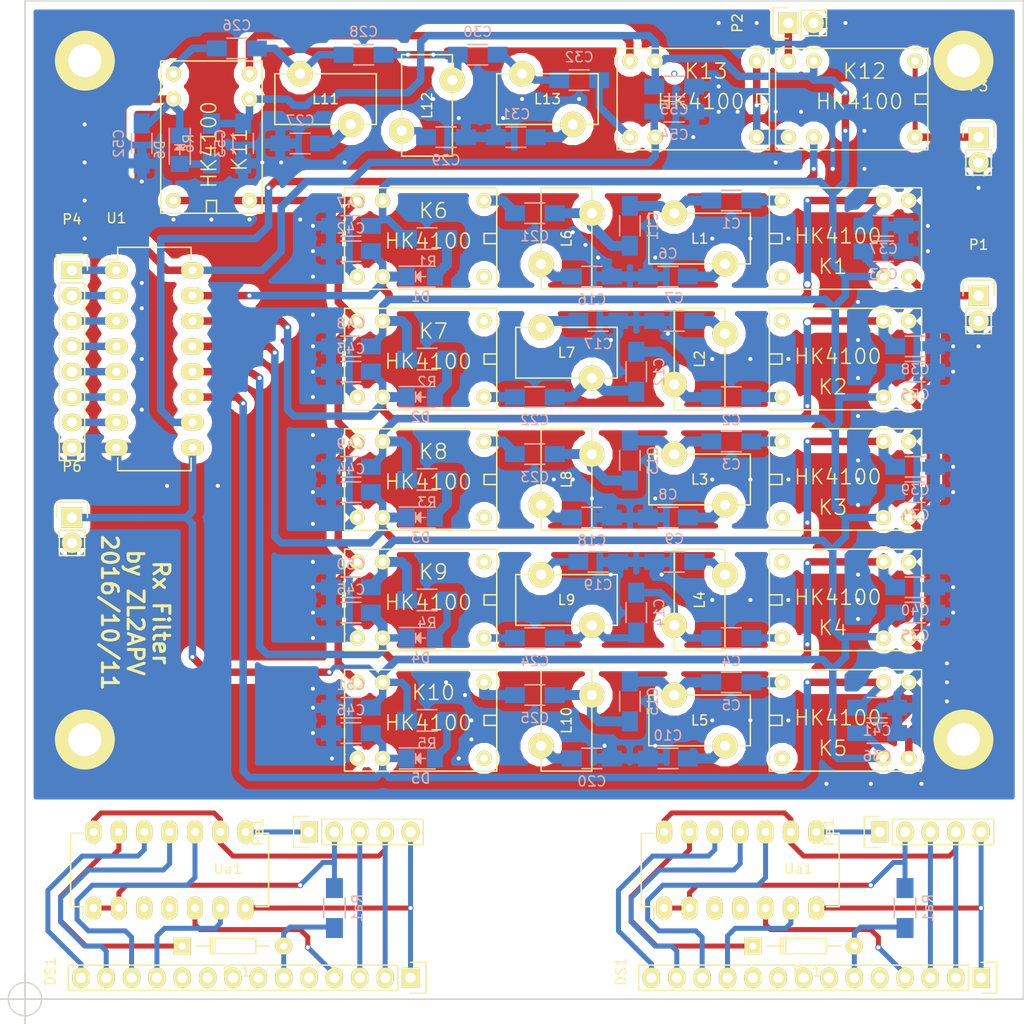
<source format=kicad_pcb>
(kicad_pcb (version 4) (host pcbnew 4.0.4+e1-6308~48~ubuntu14.04.1-stable)
  (layers (0 F.Cu signal) (31 B.Cu signal) (34 B.Paste user hide) (35 F.Paste user hide) (36 B.SilkS user hide) (37 F.SilkS user) (38 B.Mask user) (39 F.Mask user) (44 Edge.Cuts user))
  (net 0 "")
  (net 1 "Net-(C1-Pad1)")
  (net 2 "Net-(C1-Pad2)")
  (net 3 "Net-(C12-Pad2)")
  (net 4 "Net-(C2-Pad2)")
  (net 5 "Net-(C13-Pad2)")
  (net 6 "Net-(C3-Pad2)")
  (net 7 "Net-(C14-Pad2)")
  (net 8 "Net-(C4-Pad2)")
  (net 9 "Net-(C15-Pad2)")
  (net 10 "Net-(C5-Pad2)")
  (net 11 "Net-(C6-Pad1)")
  (net 12 GND)
  (net 13 "Net-(C7-Pad1)")
  (net 14 "Net-(C8-Pad1)")
  (net 15 "Net-(C9-Pad1)")
  (net 16 "Net-(C10-Pad1)")
  (net 17 "Net-(C11-Pad1)")
  (net 18 "Net-(C12-Pad1)")
  (net 19 "Net-(C13-Pad1)")
  (net 20 "Net-(C14-Pad1)")
  (net 21 "Net-(C15-Pad1)")
  (net 22 "Net-(C16-Pad1)")
  (net 23 "Net-(C17-Pad1)")
  (net 24 "Net-(C18-Pad1)")
  (net 25 "Net-(C19-Pad1)")
  (net 26 "Net-(C20-Pad1)")
  (net 27 "Net-(C21-Pad1)")
  (net 28 "Net-(C22-Pad1)")
  (net 29 "Net-(C23-Pad1)")
  (net 30 "Net-(C24-Pad1)")
  (net 31 "Net-(C25-Pad1)")
  (net 32 "Net-(C26-Pad1)")
  (net 33 "Net-(C26-Pad2)")
  (net 34 "Net-(C27-Pad1)")
  (net 35 "Net-(C28-Pad1)")
  (net 36 "Net-(C29-Pad1)")
  (net 37 "Net-(C30-Pad1)")
  (net 38 "Net-(C31-Pad1)")
  (net 39 "Net-(C32-Pad1)")
  (net 40 "Net-(D1-Pad2)")
  (net 41 "Net-(D2-Pad2)")
  (net 42 "Net-(D3-Pad2)")
  (net 43 "Net-(D4-Pad2)")
  (net 44 "Net-(D5-Pad2)")
  (net 45 "Net-(D6-Pad2)")
  (net 46 "Net-(K1-Pad6)")
  (net 47 +12v)
  (net 48 "Net-(K10-Pad6)")
  (net 49 "Net-(K11-Pad6)")
  (net 50 "Net-(K12-Pad1)")
  (net 51 "Net-(K12-Pad2)")
  (net 52 "Net-(K12-Pad3)")
  (net 53 "Net-(K12-Pad6)")
  (net 54 "Net-(P4-Pad1)")
  (net 55 "Net-(P4-Pad2)")
  (net 56 "Net-(P4-Pad3)")
  (net 57 "Net-(P4-Pad4)")
  (net 58 "Net-(P4-Pad5)")
  (net 59 "Net-(P4-Pad6)")
  (net 60 /ptt_In)
  (net 61 "Net-(C37-Pad1)")
  (net 62 "Net-(C38-Pad1)")
  (net 63 "Net-(C39-Pad1)")
  (net 64 "Net-(C40-Pad1)")
  (net 65 "Net-(C41-Pad1)")
  (net 66 "Net-(C52-Pad1)")
  (net 67 "Net-(DS1-Pad6)")
  (net 68 "Net-(Da1-Pad1)")
  (net 69 "Net-(DS1-Pad1)")
  (net 70 "Net-(DS1-Pad2)")
  (net 71 "Net-(DS1-Pad3)")
  (net 72 "Net-(DS1-Pad4)")
  (net 73 "Net-(DS1-Pad11)")
  (net 74 "Net-(DS1-Pad12)")
  (net 75 "Net-(DS1-Pad13)")
  (net 76 "Net-(DS1-Pad14)")
  (net 77 "Net-(Pa1-Pad1)")
  (net 78 "Net-(Pa1-Pad2)")
  (module Housings_DIP:DIP-14_W7.62mm_LongPads (layer F.Cu) (at 152.019 150.876 90)
    (fp_text reference Ua1 (at 3.937 13.462 180) (layer F.SilkS))
    (fp_text value 74LS164)
    (pad 1 thru_hole oval (at 0 0 90) (size 2.3 1.6) (drill 0.8) (layers *.Cu *.Mask F.SilkS) (net 78 "Net-(Pa1-Pad2)"))
    (pad 2 thru_hole oval (at 0 2.54 90) (size 2.3 1.6) (drill 0.8) (layers *.Cu *.Mask F.SilkS) (net 78 "Net-(Pa1-Pad2)"))
    (pad 3 thru_hole oval (at 0 5.08 90) (size 2.3 1.6) (drill 0.8) (layers *.Cu *.Mask F.SilkS))
    (pad 4 thru_hole oval (at 0 7.62 90) (size 2.3 1.6) (drill 0.8) (layers *.Cu *.Mask F.SilkS))
    (pad 5 thru_hole oval (at 0 10.16 90) (size 2.3 1.6) (drill 0.8) (layers *.Cu *.Mask F.SilkS) (net 72 "Net-(DS1-Pad4)"))
    (pad 6 thru_hole oval (at 0 12.7 90) (size 2.3 1.6) (drill 0.8) (layers *.Cu *.Mask F.SilkS) (net 73 "Net-(DS1-Pad11)"))
    (pad 7 thru_hole oval (at 0 15.24 90) (size 2.3 1.6) (drill 0.8) (layers *.Cu *.Mask F.SilkS) (net 69 "Net-(DS1-Pad1)"))
    (pad 8 thru_hole oval (at 7.62 15.24 90) (size 2.3 1.6) (drill 0.8) (layers *.Cu *.Mask F.SilkS) (net 77 "Net-(Pa1-Pad1)"))
    (pad 9 thru_hole oval (at 7.62 12.7 90) (size 2.3 1.6) (drill 0.8) (layers *.Cu *.Mask F.SilkS) (net 70 "Net-(DS1-Pad2)"))
    (pad 10 thru_hole oval (at 7.62 10.16 90) (size 2.3 1.6) (drill 0.8) (layers *.Cu *.Mask F.SilkS) (net 74 "Net-(DS1-Pad12)"))
    (pad 11 thru_hole oval (at 7.62 7.62 90) (size 2.3 1.6) (drill 0.8) (layers *.Cu *.Mask F.SilkS) (net 75 "Net-(DS1-Pad13)"))
    (pad 12 thru_hole oval (at 7.62 5.08 90) (size 2.3 1.6) (drill 0.8) (layers *.Cu *.Mask F.SilkS) (net 76 "Net-(DS1-Pad14)"))
    (pad 13 thru_hole oval (at 7.62 2.54 90) (size 2.3 1.6) (drill 0.8) (layers *.Cu *.Mask F.SilkS) (net 68 "Net-(Da1-Pad1)"))
    (pad 14 thru_hole oval (at 7.62 0 90) (size 2.3 1.6) (drill 0.8) (layers *.Cu *.Mask F.SilkS) (net 70 "Net-(DS1-Pad2)"))
  )
  (module Resistors_SMD:R_1206_HandSoldering (layer B.Cu) (at 176.149 150.876 90)
    (fp_text reference Ra1 (at 0 2.3 90) (layer B.SilkS) (effects (justify mirror)))
    (fp_text value 1k)
    (pad 1 smd rect (at -2 0 90) (size 2 1.7) (layers B.Cu B.Paste B.Mask) (net 67 "Net-(DS1-Pad6)"))
    (pad 2 smd rect (at 2 0 90) (size 2 1.7) (layers B.Cu B.Paste B.Mask) (net 78 "Net-(Pa1-Pad2)"))
  )
  (module Pin_Headers:Pin_Header_Straight_1x05 (layer F.Cu) (at 173.609 143.256 90)
    (fp_text reference Pa1 (at 0 -5.1 90) (layer F.SilkS))
    (fp_text value CONN_01X05 hide)
    (pad 1 thru_hole rect (at 0 0 90) (size 2.032 1.7272) (drill 1.016) (layers *.Cu *.Mask F.SilkS) (net 77 "Net-(Pa1-Pad1)"))
    (pad 2 thru_hole oval (at 0 2.54 90) (size 2.032 1.7272) (drill 1.016) (layers *.Cu *.Mask F.SilkS) (net 78 "Net-(Pa1-Pad2)"))
    (pad 3 thru_hole oval (at 0 5.08 90) (size 2.032 1.7272) (drill 1.016) (layers *.Cu *.Mask F.SilkS) (net 71 "Net-(DS1-Pad3)"))
    (pad 4 thru_hole oval (at 0 7.62 90) (size 2.032 1.7272) (drill 1.016) (layers *.Cu *.Mask F.SilkS) (net 70 "Net-(DS1-Pad2)"))
    (pad 5 thru_hole oval (at 0 10.16 90) (size 2.032 1.7272) (drill 1.016) (layers *.Cu *.Mask F.SilkS) (net 69 "Net-(DS1-Pad1)"))
  )
  (module Pin_Headers:Pin_Header_Straight_1x14 (layer F.Cu) (at 183.769 157.861 270)
    (fp_text reference DS1 (at -0.635 36.068 270) (layer F.SilkS))
    (fp_text value LCD16X2 hide)
    (pad 1 thru_hole rect (at 0 0 270) (size 2.032 1.7272) (drill 1.016) (layers *.Cu *.Mask F.SilkS) (net 69 "Net-(DS1-Pad1)"))
    (pad 2 thru_hole oval (at 0 2.54 270) (size 2.032 1.7272) (drill 1.016) (layers *.Cu *.Mask F.SilkS) (net 70 "Net-(DS1-Pad2)"))
    (pad 3 thru_hole oval (at 0 5.08 270) (size 2.032 1.7272) (drill 1.016) (layers *.Cu *.Mask F.SilkS) (net 71 "Net-(DS1-Pad3)"))
    (pad 4 thru_hole oval (at 0 7.62 270) (size 2.032 1.7272) (drill 1.016) (layers *.Cu *.Mask F.SilkS) (net 72 "Net-(DS1-Pad4)"))
    (pad 5 thru_hole oval (at 0 10.16 270) (size 2.032 1.7272) (drill 1.016) (layers *.Cu *.Mask F.SilkS))
    (pad 6 thru_hole oval (at 0 12.7 270) (size 2.032 1.7272) (drill 1.016) (layers *.Cu *.Mask F.SilkS) (net 67 "Net-(DS1-Pad6)"))
    (pad 7 thru_hole oval (at 0 15.24 270) (size 2.032 1.7272) (drill 1.016) (layers *.Cu *.Mask F.SilkS))
    (pad 8 thru_hole oval (at 0 17.78 270) (size 2.032 1.7272) (drill 1.016) (layers *.Cu *.Mask F.SilkS))
    (pad 9 thru_hole oval (at 0 20.32 270) (size 2.032 1.7272) (drill 1.016) (layers *.Cu *.Mask F.SilkS))
    (pad 10 thru_hole oval (at 0 22.86 270) (size 2.032 1.7272) (drill 1.016) (layers *.Cu *.Mask F.SilkS))
    (pad 11 thru_hole oval (at 0 25.4 270) (size 2.032 1.7272) (drill 1.016) (layers *.Cu *.Mask F.SilkS) (net 73 "Net-(DS1-Pad11)"))
    (pad 12 thru_hole oval (at 0 27.94 270) (size 2.032 1.7272) (drill 1.016) (layers *.Cu *.Mask F.SilkS) (net 74 "Net-(DS1-Pad12)"))
    (pad 13 thru_hole oval (at 0 30.48 270) (size 2.032 1.7272) (drill 1.016) (layers *.Cu *.Mask F.SilkS) (net 75 "Net-(DS1-Pad13)"))
    (pad 14 thru_hole oval (at 0 33.02 270) (size 2.032 1.7272) (drill 1.016) (layers *.Cu *.Mask F.SilkS) (net 76 "Net-(DS1-Pad14)"))
  )
  (module Diodes_ThroughHole:Diode_DO-35_SOD27_Horizontal_RM10 (layer F.Cu) (at 160.909 154.686)
    (fp_text reference Da1 (at 5.43052 2.53746) (layer F.SilkS))
    (fp_text value 1N914)
    (pad 2 thru_hole circle (at 10.16052 -0.00254 180) (size 1.69926 1.69926) (drill 0.70104) (layers *.Cu *.Mask F.SilkS) (net 67 "Net-(DS1-Pad6)"))
    (pad 1 thru_hole rect (at 0.00052 -0.00254 180) (size 1.69926 1.69926) (drill 0.70104) (layers *.Cu *.Mask F.SilkS) (net 68 "Net-(Da1-Pad1)"))
  )
  (module relays_G:HK4100 (layer F.Cu) (at 127.635 132.08)
    (fp_text reference K10 (at 1.27 -2.794) (layer F.SilkS) (effects (font (size 1.5 1.5))))
    (fp_text value HK4100 (at 0.762 0.254) (layer F.SilkS) (effects (font (size 1.5 1.5))))
    (pad 1 thru_hole circle (at -6.35 3.81) (size 1.524 1.524) (drill 0.762) (layers *.Cu *.Mask F.SilkS) (net 12 GND))
    (pad 2 thru_hole circle (at -3.81 3.81) (size 1.524 1.524) (drill 0.762) (layers *.Cu *.Mask F.SilkS) (net 65 "Net-(C41-Pad1)"))
    (pad 3 thru_hole circle (at 6.35 3.81) (size 1.524 1.524) (drill 0.762) (layers *.Cu *.Mask F.SilkS))
    (pad 4 thru_hole circle (at 6.35 -3.81) (size 1.524 1.524) (drill 0.762) (layers *.Cu *.Mask F.SilkS) (net 31 "Net-(C25-Pad1)"))
    (pad 6 thru_hole circle (at -6.35 -3.81) (size 1.524 1.524) (drill 0.762) (layers *.Cu *.Mask F.SilkS) (net 48 "Net-(K10-Pad6)"))
    (pad 5 thru_hole circle (at -3.81 -3.81) (size 1.524 1.524) (drill 0.762) (layers *.Cu *.Mask F.SilkS) (net 47 +12v))
  )
  (module Connect:1pin (layer F.Cu) (at 94 134)
    (fp_text reference CNR2 hide)
    (fp_text value 1pin hide)
    (pad 1 thru_hole circle (at 0 0) (size 6 6) (drill 3.3) (layers *.Cu *.Mask F.SilkS) (net 12 GND))
  )
  (module Connect:1pin (layer F.Cu) (at 182 134)
    (fp_text reference CNR3 hide)
    (fp_text value 1pin hide)
    (pad 1 thru_hole circle (at 0 0) (size 6 6) (drill 3.3) (layers *.Cu *.Mask F.SilkS) (net 12 GND))
  )
  (module Connect:1pin (layer F.Cu) (at 182 66)
    (fp_text reference CVR4 hide)
    (fp_text value 1pin hide)
    (pad 1 thru_hole circle (at 0 0) (size 6 6) (drill 3.3) (layers *.Cu *.Mask F.SilkS) (net 12 GND))
  )
  (module relays_G:HK4100 (layer F.Cu) (at 127.635 120.015)
    (fp_text reference K9 (at 1.27 -2.794) (layer F.SilkS) (effects (font (size 1.5 1.5))))
    (fp_text value HK4100 (at 0.762 0.254) (layer F.SilkS) (effects (font (size 1.5 1.5))))
    (pad 1 thru_hole circle (at -6.35 3.81) (size 1.524 1.524) (drill 0.762) (layers *.Cu *.Mask F.SilkS) (net 12 GND))
    (pad 2 thru_hole circle (at -3.81 3.81) (size 1.524 1.524) (drill 0.762) (layers *.Cu *.Mask F.SilkS) (net 64 "Net-(C40-Pad1)"))
    (pad 3 thru_hole circle (at 6.35 3.81) (size 1.524 1.524) (drill 0.762) (layers *.Cu *.Mask F.SilkS) (net 30 "Net-(C24-Pad1)"))
    (pad 4 thru_hole circle (at 6.35 -3.81) (size 1.524 1.524) (drill 0.762) (layers *.Cu *.Mask F.SilkS))
    (pad 6 thru_hole circle (at -6.35 -3.81) (size 1.524 1.524) (drill 0.762) (layers *.Cu *.Mask F.SilkS) (net 48 "Net-(K10-Pad6)"))
    (pad 5 thru_hole circle (at -3.81 -3.81) (size 1.524 1.524) (drill 0.762) (layers *.Cu *.Mask F.SilkS) (net 47 +12v))
  )
  (module Capacitors_SMD:C_1206_HandSoldering (layer B.Cu) (at 158.75 80.01)
    (fp_text reference C1 (at 0 2.3) (layer B.SilkS) (effects (justify mirror)))
    (fp_text value "1500 pF")
    (pad 1 smd rect (at -2 0) (size 2 1.6) (layers B.Cu B.Paste B.Mask) (net 1 "Net-(C1-Pad1)"))
    (pad 2 smd rect (at 2 0) (size 2 1.6) (layers B.Cu B.Paste B.Mask) (net 2 "Net-(C1-Pad2)"))
  )
  (module Capacitors_SMD:C_1206_HandSoldering (layer B.Cu) (at 158.75 99.695)
    (fp_text reference C2 (at 0 2.3) (layer B.SilkS) (effects (justify mirror)))
    (fp_text value C)
    (pad 1 smd rect (at -2 0) (size 2 1.6) (layers B.Cu B.Paste B.Mask) (net 3 "Net-(C12-Pad2)"))
    (pad 2 smd rect (at 2 0) (size 2 1.6) (layers B.Cu B.Paste B.Mask) (net 4 "Net-(C2-Pad2)"))
  )
  (module Capacitors_SMD:C_1206_HandSoldering (layer B.Cu) (at 158.75 104.14)
    (fp_text reference C3 (at 0 2.3) (layer B.SilkS) (effects (justify mirror)))
    (fp_text value C)
    (pad 1 smd rect (at -2 0) (size 2 1.6) (layers B.Cu B.Paste B.Mask) (net 5 "Net-(C13-Pad2)"))
    (pad 2 smd rect (at 2 0) (size 2 1.6) (layers B.Cu B.Paste B.Mask) (net 6 "Net-(C3-Pad2)"))
  )
  (module Capacitors_SMD:C_1206_HandSoldering (layer B.Cu) (at 158.75 123.825)
    (fp_text reference C4 (at 0 2.3) (layer B.SilkS) (effects (justify mirror)))
    (fp_text value C)
    (pad 1 smd rect (at -2 0) (size 2 1.6) (layers B.Cu B.Paste B.Mask) (net 7 "Net-(C14-Pad2)"))
    (pad 2 smd rect (at 2 0) (size 2 1.6) (layers B.Cu B.Paste B.Mask) (net 8 "Net-(C4-Pad2)"))
  )
  (module Capacitors_SMD:C_1206_HandSoldering (layer B.Cu) (at 158.75 128.27)
    (fp_text reference C5 (at 0 2.3) (layer B.SilkS) (effects (justify mirror)))
    (fp_text value C)
    (pad 1 smd rect (at -2 0) (size 2 1.6) (layers B.Cu B.Paste B.Mask) (net 9 "Net-(C15-Pad2)"))
    (pad 2 smd rect (at 2 0) (size 2 1.6) (layers B.Cu B.Paste B.Mask) (net 10 "Net-(C5-Pad2)"))
  )
  (module Capacitors_SMD:C_1206_HandSoldering (layer B.Cu) (at 152.4 87.63 180)
    (fp_text reference C6 (at 0 2.3 180) (layer B.SilkS) (effects (justify mirror)))
    (fp_text value "8200 pF")
    (pad 1 smd rect (at -2 0 180) (size 2 1.6) (layers B.Cu B.Paste B.Mask) (net 11 "Net-(C6-Pad1)"))
    (pad 2 smd rect (at 2 0 180) (size 2 1.6) (layers B.Cu B.Paste B.Mask) (net 12 GND))
  )
  (module Capacitors_SMD:C_1206_HandSoldering (layer B.Cu) (at 153.035 92.075 180)
    (fp_text reference C7 (at 0 2.3 180) (layer B.SilkS) (effects (justify mirror)))
    (fp_text value C)
    (pad 1 smd rect (at -2 0 180) (size 2 1.6) (layers B.Cu B.Paste B.Mask) (net 13 "Net-(C7-Pad1)"))
    (pad 2 smd rect (at 2 0 180) (size 2 1.6) (layers B.Cu B.Paste B.Mask) (net 12 GND))
  )
  (module Capacitors_SMD:C_1206_HandSoldering (layer B.Cu) (at 152.4 111.76 180)
    (fp_text reference C8 (at 0 2.3 180) (layer B.SilkS) (effects (justify mirror)))
    (fp_text value C)
    (pad 1 smd rect (at -2 0 180) (size 2 1.6) (layers B.Cu B.Paste B.Mask) (net 14 "Net-(C8-Pad1)"))
    (pad 2 smd rect (at 2 0 180) (size 2 1.6) (layers B.Cu B.Paste B.Mask) (net 12 GND))
  )
  (module Capacitors_SMD:C_1206_HandSoldering (layer B.Cu) (at 153.035 116.205 180)
    (fp_text reference C9 (at 0 2.3 180) (layer B.SilkS) (effects (justify mirror)))
    (fp_text value C)
    (pad 1 smd rect (at -2 0 180) (size 2 1.6) (layers B.Cu B.Paste B.Mask) (net 15 "Net-(C9-Pad1)"))
    (pad 2 smd rect (at 2 0 180) (size 2 1.6) (layers B.Cu B.Paste B.Mask) (net 12 GND))
  )
  (module Capacitors_SMD:C_1206_HandSoldering (layer B.Cu) (at 152.4 135.89 180)
    (fp_text reference C10 (at 0 2.3 180) (layer B.SilkS) (effects (justify mirror)))
    (fp_text value C)
    (pad 1 smd rect (at -2 0 180) (size 2 1.6) (layers B.Cu B.Paste B.Mask) (net 16 "Net-(C10-Pad1)"))
    (pad 2 smd rect (at 2 0 180) (size 2 1.6) (layers B.Cu B.Paste B.Mask) (net 12 GND))
  )
  (module Capacitors_SMD:C_1206_HandSoldering (layer B.Cu) (at 148.59 82.55 90)
    (fp_text reference C11 (at 0 2.3 90) (layer B.SilkS) (effects (justify mirror)))
    (fp_text value "680 pF")
    (pad 1 smd rect (at -2 0 90) (size 2 1.6) (layers B.Cu B.Paste B.Mask) (net 17 "Net-(C11-Pad1)"))
    (pad 2 smd rect (at 2 0 90) (size 2 1.6) (layers B.Cu B.Paste B.Mask) (net 1 "Net-(C1-Pad1)"))
  )
  (module Capacitors_SMD:C_1206_HandSoldering (layer B.Cu) (at 149.225 97.155 90)
    (fp_text reference C12 (at 0 2.3 90) (layer B.SilkS) (effects (justify mirror)))
    (fp_text value C)
    (pad 1 smd rect (at -2 0 90) (size 2 1.6) (layers B.Cu B.Paste B.Mask) (net 18 "Net-(C12-Pad1)"))
    (pad 2 smd rect (at 2 0 90) (size 2 1.6) (layers B.Cu B.Paste B.Mask) (net 3 "Net-(C12-Pad2)"))
  )
  (module Capacitors_SMD:C_1206_HandSoldering (layer B.Cu) (at 148.59 106.045 90)
    (fp_text reference C13 (at 0 2.3 90) (layer B.SilkS) (effects (justify mirror)))
    (fp_text value C)
    (pad 1 smd rect (at -2 0 90) (size 2 1.6) (layers B.Cu B.Paste B.Mask) (net 19 "Net-(C13-Pad1)"))
    (pad 2 smd rect (at 2 0 90) (size 2 1.6) (layers B.Cu B.Paste B.Mask) (net 5 "Net-(C13-Pad2)"))
  )
  (module Capacitors_SMD:C_1206_HandSoldering (layer B.Cu) (at 149.225 121.285 90)
    (fp_text reference C14 (at 0 2.3 90) (layer B.SilkS) (effects (justify mirror)))
    (fp_text value C)
    (pad 1 smd rect (at -2 0 90) (size 2 1.6) (layers B.Cu B.Paste B.Mask) (net 20 "Net-(C14-Pad1)"))
    (pad 2 smd rect (at 2 0 90) (size 2 1.6) (layers B.Cu B.Paste B.Mask) (net 7 "Net-(C14-Pad2)"))
  )
  (module Capacitors_SMD:C_1206_HandSoldering (layer B.Cu) (at 148.59 130.175 90)
    (fp_text reference C15 (at 0 2.3 90) (layer B.SilkS) (effects (justify mirror)))
    (fp_text value C)
    (pad 1 smd rect (at -2 0 90) (size 2 1.6) (layers B.Cu B.Paste B.Mask) (net 21 "Net-(C15-Pad1)"))
    (pad 2 smd rect (at 2 0 90) (size 2 1.6) (layers B.Cu B.Paste B.Mask) (net 9 "Net-(C15-Pad2)"))
  )
  (module Capacitors_SMD:C_1206_HandSoldering (layer B.Cu) (at 144.78 87.63)
    (fp_text reference C16 (at 0 2.3) (layer B.SilkS) (effects (justify mirror)))
    (fp_text value "2700 pF")
    (pad 1 smd rect (at -2 0) (size 2 1.6) (layers B.Cu B.Paste B.Mask) (net 22 "Net-(C16-Pad1)"))
    (pad 2 smd rect (at 2 0) (size 2 1.6) (layers B.Cu B.Paste B.Mask) (net 12 GND))
  )
  (module Capacitors_SMD:C_1206_HandSoldering (layer B.Cu) (at 145.415 92.075)
    (fp_text reference C17 (at 0 2.3) (layer B.SilkS) (effects (justify mirror)))
    (fp_text value C)
    (pad 1 smd rect (at -2 0) (size 2 1.6) (layers B.Cu B.Paste B.Mask) (net 23 "Net-(C17-Pad1)"))
    (pad 2 smd rect (at 2 0) (size 2 1.6) (layers B.Cu B.Paste B.Mask) (net 12 GND))
  )
  (module Capacitors_SMD:C_1206_HandSoldering (layer B.Cu) (at 144.78 111.76)
    (fp_text reference C18 (at 0 2.3) (layer B.SilkS) (effects (justify mirror)))
    (fp_text value C)
    (pad 1 smd rect (at -2 0) (size 2 1.6) (layers B.Cu B.Paste B.Mask) (net 24 "Net-(C18-Pad1)"))
    (pad 2 smd rect (at 2 0) (size 2 1.6) (layers B.Cu B.Paste B.Mask) (net 12 GND))
  )
  (module Capacitors_SMD:C_1206_HandSoldering (layer B.Cu) (at 145.415 116.205)
    (fp_text reference C19 (at 0 2.3) (layer B.SilkS) (effects (justify mirror)))
    (fp_text value C)
    (pad 1 smd rect (at -2 0) (size 2 1.6) (layers B.Cu B.Paste B.Mask) (net 25 "Net-(C19-Pad1)"))
    (pad 2 smd rect (at 2 0) (size 2 1.6) (layers B.Cu B.Paste B.Mask) (net 12 GND))
  )
  (module Capacitors_SMD:C_1206_HandSoldering (layer B.Cu) (at 144.78 135.89)
    (fp_text reference C20 (at 0 2.3) (layer B.SilkS) (effects (justify mirror)))
    (fp_text value C)
    (pad 1 smd rect (at -2 0) (size 2 1.6) (layers B.Cu B.Paste B.Mask) (net 26 "Net-(C20-Pad1)"))
    (pad 2 smd rect (at 2 0) (size 2 1.6) (layers B.Cu B.Paste B.Mask) (net 12 GND))
  )
  (module Capacitors_SMD:C_1206_HandSoldering (layer B.Cu) (at 139.065 81.28)
    (fp_text reference C21 (at 0 2.3) (layer B.SilkS) (effects (justify mirror)))
    (fp_text value "2000 pF")
    (pad 1 smd rect (at -2 0) (size 2 1.6) (layers B.Cu B.Paste B.Mask) (net 27 "Net-(C21-Pad1)"))
    (pad 2 smd rect (at 2 0) (size 2 1.6) (layers B.Cu B.Paste B.Mask) (net 17 "Net-(C11-Pad1)"))
  )
  (module Capacitors_SMD:C_1206_HandSoldering (layer B.Cu) (at 139.065 99.695)
    (fp_text reference C22 (at 0 2.3) (layer B.SilkS) (effects (justify mirror)))
    (fp_text value C)
    (pad 1 smd rect (at -2 0) (size 2 1.6) (layers B.Cu B.Paste B.Mask) (net 28 "Net-(C22-Pad1)"))
    (pad 2 smd rect (at 2 0) (size 2 1.6) (layers B.Cu B.Paste B.Mask) (net 18 "Net-(C12-Pad1)"))
  )
  (module Capacitors_SMD:C_1206_HandSoldering (layer B.Cu) (at 139.065 105.41)
    (fp_text reference C23 (at 0 2.3) (layer B.SilkS) (effects (justify mirror)))
    (fp_text value C)
    (pad 1 smd rect (at -2 0) (size 2 1.6) (layers B.Cu B.Paste B.Mask) (net 29 "Net-(C23-Pad1)"))
    (pad 2 smd rect (at 2 0) (size 2 1.6) (layers B.Cu B.Paste B.Mask) (net 19 "Net-(C13-Pad1)"))
  )
  (module Capacitors_SMD:C_1206_HandSoldering (layer B.Cu) (at 139.065 123.825)
    (fp_text reference C24 (at 0 2.3) (layer B.SilkS) (effects (justify mirror)))
    (fp_text value C)
    (pad 1 smd rect (at -2 0) (size 2 1.6) (layers B.Cu B.Paste B.Mask) (net 30 "Net-(C24-Pad1)"))
    (pad 2 smd rect (at 2 0) (size 2 1.6) (layers B.Cu B.Paste B.Mask) (net 20 "Net-(C14-Pad1)"))
  )
  (module Capacitors_SMD:C_1206_HandSoldering (layer B.Cu) (at 139.065 129.54)
    (fp_text reference C25 (at 0 2.3) (layer B.SilkS) (effects (justify mirror)))
    (fp_text value C)
    (pad 1 smd rect (at -2 0) (size 2 1.6) (layers B.Cu B.Paste B.Mask) (net 31 "Net-(C25-Pad1)"))
    (pad 2 smd rect (at 2 0) (size 2 1.6) (layers B.Cu B.Paste B.Mask) (net 21 "Net-(C15-Pad1)"))
  )
  (module Capacitors_SMD:C_1206_HandSoldering (layer B.Cu) (at 109.22 64.77 180)
    (fp_text reference C26 (at 0 2.3 180) (layer B.SilkS) (effects (justify mirror)))
    (fp_text value "3000 pF")
    (pad 1 smd rect (at -2 0 180) (size 2 1.6) (layers B.Cu B.Paste B.Mask) (net 32 "Net-(C26-Pad1)"))
    (pad 2 smd rect (at 2 0 180) (size 2 1.6) (layers B.Cu B.Paste B.Mask) (net 33 "Net-(C26-Pad2)"))
  )
  (module Capacitors_SMD:C_1206_HandSoldering (layer B.Cu) (at 115.57 74.295 180)
    (fp_text reference C27 (at 0 2.3 180) (layer B.SilkS) (effects (justify mirror)))
    (fp_text value ".012 uF")
    (pad 1 smd rect (at -2 0 180) (size 2 1.6) (layers B.Cu B.Paste B.Mask) (net 34 "Net-(C27-Pad1)"))
    (pad 2 smd rect (at 2 0 180) (size 2 1.6) (layers B.Cu B.Paste B.Mask) (net 12 GND))
  )
  (module Capacitors_SMD:C_1206_HandSoldering (layer B.Cu) (at 121.92 65.405 180)
    (fp_text reference C28 (at 0 2.3 180) (layer B.SilkS) (effects (justify mirror)))
    (fp_text value "1600 pF")
    (pad 1 smd rect (at -2 0 180) (size 2 1.6) (layers B.Cu B.Paste B.Mask) (net 35 "Net-(C28-Pad1)"))
    (pad 2 smd rect (at 2 0 180) (size 2 1.6) (layers B.Cu B.Paste B.Mask) (net 32 "Net-(C26-Pad1)"))
  )
  (module Capacitors_SMD:C_1206_HandSoldering (layer B.Cu) (at 130.175 73.66)
    (fp_text reference C29 (at 0 2.3) (layer B.SilkS) (effects (justify mirror)))
    (fp_text value "2400 pF")
    (pad 1 smd rect (at -2 0) (size 2 1.6) (layers B.Cu B.Paste B.Mask) (net 36 "Net-(C29-Pad1)"))
    (pad 2 smd rect (at 2 0) (size 2 1.6) (layers B.Cu B.Paste B.Mask) (net 12 GND))
  )
  (module Capacitors_SMD:C_1206_HandSoldering (layer B.Cu) (at 133.35 65.405 180)
    (fp_text reference C30 (at 0 2.3 180) (layer B.SilkS) (effects (justify mirror)))
    (fp_text value "1800 pF")
    (pad 1 smd rect (at -2 0 180) (size 2 1.6) (layers B.Cu B.Paste B.Mask) (net 37 "Net-(C30-Pad1)"))
    (pad 2 smd rect (at 2 0 180) (size 2 1.6) (layers B.Cu B.Paste B.Mask) (net 35 "Net-(C28-Pad1)"))
  )
  (module Capacitors_SMD:C_1206_HandSoldering (layer B.Cu) (at 137.16 73.66 180)
    (fp_text reference C31 (at 0 2.3 180) (layer B.SilkS) (effects (justify mirror)))
    (fp_text value "3000 pF")
    (pad 1 smd rect (at -2 0 180) (size 2 1.6) (layers B.Cu B.Paste B.Mask) (net 38 "Net-(C31-Pad1)"))
    (pad 2 smd rect (at 2 0 180) (size 2 1.6) (layers B.Cu B.Paste B.Mask) (net 12 GND))
  )
  (module Capacitors_SMD:C_1206_HandSoldering (layer B.Cu) (at 143.51 67.945 180)
    (fp_text reference C32 (at 0 2.3 180) (layer B.SilkS) (effects (justify mirror)))
    (fp_text value "6200 pF")
    (pad 1 smd rect (at -2 0 180) (size 2 1.6) (layers B.Cu B.Paste B.Mask) (net 39 "Net-(C32-Pad1)"))
    (pad 2 smd rect (at 2 0 180) (size 2 1.6) (layers B.Cu B.Paste B.Mask) (net 37 "Net-(C30-Pad1)"))
  )
  (module LEDs:LED_1206 (layer B.Cu) (at 127.635 87.63)
    (fp_text reference D1 (at 0 2) (layer B.SilkS) (effects (justify mirror)))
    (fp_text value LED)
    (pad 2 smd rect (at 1.41986 0 180) (size 1.59766 1.80086) (layers B.Cu B.Paste B.Mask) (net 40 "Net-(D1-Pad2)"))
    (pad 1 smd rect (at -1.41986 0 180) (size 1.59766 1.80086) (layers B.Cu B.Paste B.Mask) (net 61 "Net-(C37-Pad1)"))
  )
  (module LEDs:LED_1206 (layer B.Cu) (at 127.635 99.695)
    (fp_text reference D2 (at 0 2) (layer B.SilkS) (effects (justify mirror)))
    (fp_text value LED)
    (pad 2 smd rect (at 1.41986 0 180) (size 1.59766 1.80086) (layers B.Cu B.Paste B.Mask) (net 41 "Net-(D2-Pad2)"))
    (pad 1 smd rect (at -1.41986 0 180) (size 1.59766 1.80086) (layers B.Cu B.Paste B.Mask) (net 62 "Net-(C38-Pad1)"))
  )
  (module LEDs:LED_1206 (layer B.Cu) (at 127.635 111.76)
    (fp_text reference D3 (at 0 2) (layer B.SilkS) (effects (justify mirror)))
    (fp_text value LED)
    (pad 2 smd rect (at 1.41986 0 180) (size 1.59766 1.80086) (layers B.Cu B.Paste B.Mask) (net 42 "Net-(D3-Pad2)"))
    (pad 1 smd rect (at -1.41986 0 180) (size 1.59766 1.80086) (layers B.Cu B.Paste B.Mask) (net 63 "Net-(C39-Pad1)"))
  )
  (module LEDs:LED_1206 (layer B.Cu) (at 127.635 123.825)
    (fp_text reference D4 (at 0 2) (layer B.SilkS) (effects (justify mirror)))
    (fp_text value LED)
    (pad 2 smd rect (at 1.41986 0 180) (size 1.59766 1.80086) (layers B.Cu B.Paste B.Mask) (net 43 "Net-(D4-Pad2)"))
    (pad 1 smd rect (at -1.41986 0 180) (size 1.59766 1.80086) (layers B.Cu B.Paste B.Mask) (net 64 "Net-(C40-Pad1)"))
  )
  (module LEDs:LED_1206 (layer B.Cu) (at 127.635 135.89)
    (fp_text reference D5 (at 0 2) (layer B.SilkS) (effects (justify mirror)))
    (fp_text value LED)
    (pad 2 smd rect (at 1.41986 0 180) (size 1.59766 1.80086) (layers B.Cu B.Paste B.Mask) (net 44 "Net-(D5-Pad2)"))
    (pad 1 smd rect (at -1.41986 0 180) (size 1.59766 1.80086) (layers B.Cu B.Paste B.Mask) (net 65 "Net-(C41-Pad1)"))
  )
  (module LEDs:LED_1206 (layer B.Cu) (at 103.505 74.93 270)
    (fp_text reference D6 (at 0 2 270) (layer B.SilkS) (effects (justify mirror)))
    (fp_text value LED)
    (pad 2 smd rect (at 1.41986 0 90) (size 1.59766 1.80086) (layers B.Cu B.Paste B.Mask) (net 45 "Net-(D6-Pad2)"))
    (pad 1 smd rect (at -1.41986 0 90) (size 1.59766 1.80086) (layers B.Cu B.Paste B.Mask) (net 66 "Net-(C52-Pad1)"))
  )
  (module relays_G:HK4100 (layer F.Cu) (at 170.18 83.82 180)
    (fp_text reference K1 (at 1.27 -2.794 180) (layer F.SilkS) (effects (font (size 1.5 1.5))))
    (fp_text value HK4100 (at 0.762 0.254 180) (layer F.SilkS) (effects (font (size 1.5 1.5))))
    (pad 1 thru_hole circle (at -6.35 3.81 180) (size 1.524 1.524) (drill 0.762) (layers *.Cu *.Mask F.SilkS) (net 12 GND))
    (pad 2 thru_hole circle (at -3.81 3.81 180) (size 1.524 1.524) (drill 0.762) (layers *.Cu *.Mask F.SilkS) (net 61 "Net-(C37-Pad1)"))
    (pad 3 thru_hole circle (at 6.35 3.81 180) (size 1.524 1.524) (drill 0.762) (layers *.Cu *.Mask F.SilkS) (net 2 "Net-(C1-Pad2)"))
    (pad 4 thru_hole circle (at 6.35 -3.81 180) (size 1.524 1.524) (drill 0.762) (layers *.Cu *.Mask F.SilkS))
    (pad 6 thru_hole circle (at -6.35 -3.81 180) (size 1.524 1.524) (drill 0.762) (layers *.Cu *.Mask F.SilkS) (net 46 "Net-(K1-Pad6)"))
    (pad 5 thru_hole circle (at -3.81 -3.81 180) (size 1.524 1.524) (drill 0.762) (layers *.Cu *.Mask F.SilkS) (net 47 +12v))
  )
  (module relays_G:HK4100 (layer F.Cu) (at 170.18 95.885 180)
    (fp_text reference K2 (at 1.27 -2.794 180) (layer F.SilkS) (effects (font (size 1.5 1.5))))
    (fp_text value HK4100 (at 0.762 0.254 180) (layer F.SilkS) (effects (font (size 1.5 1.5))))
    (pad 1 thru_hole circle (at -6.35 3.81 180) (size 1.524 1.524) (drill 0.762) (layers *.Cu *.Mask F.SilkS) (net 12 GND))
    (pad 2 thru_hole circle (at -3.81 3.81 180) (size 1.524 1.524) (drill 0.762) (layers *.Cu *.Mask F.SilkS) (net 62 "Net-(C38-Pad1)"))
    (pad 3 thru_hole circle (at 6.35 3.81 180) (size 1.524 1.524) (drill 0.762) (layers *.Cu *.Mask F.SilkS))
    (pad 4 thru_hole circle (at 6.35 -3.81 180) (size 1.524 1.524) (drill 0.762) (layers *.Cu *.Mask F.SilkS) (net 4 "Net-(C2-Pad2)"))
    (pad 6 thru_hole circle (at -6.35 -3.81 180) (size 1.524 1.524) (drill 0.762) (layers *.Cu *.Mask F.SilkS) (net 46 "Net-(K1-Pad6)"))
    (pad 5 thru_hole circle (at -3.81 -3.81 180) (size 1.524 1.524) (drill 0.762) (layers *.Cu *.Mask F.SilkS) (net 47 +12v))
  )
  (module relays_G:HK4100 (layer F.Cu) (at 170.18 107.95 180)
    (fp_text reference K3 (at 1.27 -2.794 180) (layer F.SilkS) (effects (font (size 1.5 1.5))))
    (fp_text value HK4100 (at 0.762 0.254 180) (layer F.SilkS) (effects (font (size 1.5 1.5))))
    (pad 1 thru_hole circle (at -6.35 3.81 180) (size 1.524 1.524) (drill 0.762) (layers *.Cu *.Mask F.SilkS) (net 12 GND))
    (pad 2 thru_hole circle (at -3.81 3.81 180) (size 1.524 1.524) (drill 0.762) (layers *.Cu *.Mask F.SilkS) (net 63 "Net-(C39-Pad1)"))
    (pad 3 thru_hole circle (at 6.35 3.81 180) (size 1.524 1.524) (drill 0.762) (layers *.Cu *.Mask F.SilkS) (net 6 "Net-(C3-Pad2)"))
    (pad 4 thru_hole circle (at 6.35 -3.81 180) (size 1.524 1.524) (drill 0.762) (layers *.Cu *.Mask F.SilkS))
    (pad 6 thru_hole circle (at -6.35 -3.81 180) (size 1.524 1.524) (drill 0.762) (layers *.Cu *.Mask F.SilkS) (net 46 "Net-(K1-Pad6)"))
    (pad 5 thru_hole circle (at -3.81 -3.81 180) (size 1.524 1.524) (drill 0.762) (layers *.Cu *.Mask F.SilkS) (net 47 +12v))
  )
  (module relays_G:HK4100 (layer F.Cu) (at 170.18 120.015 180)
    (fp_text reference K4 (at 1.27 -2.794 180) (layer F.SilkS) (effects (font (size 1.5 1.5))))
    (fp_text value HK4100 (at 0.762 0.254 180) (layer F.SilkS) (effects (font (size 1.5 1.5))))
    (pad 1 thru_hole circle (at -6.35 3.81 180) (size 1.524 1.524) (drill 0.762) (layers *.Cu *.Mask F.SilkS) (net 12 GND))
    (pad 2 thru_hole circle (at -3.81 3.81 180) (size 1.524 1.524) (drill 0.762) (layers *.Cu *.Mask F.SilkS) (net 64 "Net-(C40-Pad1)"))
    (pad 3 thru_hole circle (at 6.35 3.81 180) (size 1.524 1.524) (drill 0.762) (layers *.Cu *.Mask F.SilkS))
    (pad 4 thru_hole circle (at 6.35 -3.81 180) (size 1.524 1.524) (drill 0.762) (layers *.Cu *.Mask F.SilkS) (net 8 "Net-(C4-Pad2)"))
    (pad 6 thru_hole circle (at -6.35 -3.81 180) (size 1.524 1.524) (drill 0.762) (layers *.Cu *.Mask F.SilkS) (net 46 "Net-(K1-Pad6)"))
    (pad 5 thru_hole circle (at -3.81 -3.81 180) (size 1.524 1.524) (drill 0.762) (layers *.Cu *.Mask F.SilkS) (net 47 +12v))
  )
  (module relays_G:HK4100 (layer F.Cu) (at 170.18 132.08 180)
    (fp_text reference K5 (at 1.27 -2.794 180) (layer F.SilkS) (effects (font (size 1.5 1.5))))
    (fp_text value HK4100 (at 0.762 0.254 180) (layer F.SilkS) (effects (font (size 1.5 1.5))))
    (pad 1 thru_hole circle (at -6.35 3.81 180) (size 1.524 1.524) (drill 0.762) (layers *.Cu *.Mask F.SilkS) (net 12 GND))
    (pad 2 thru_hole circle (at -3.81 3.81 180) (size 1.524 1.524) (drill 0.762) (layers *.Cu *.Mask F.SilkS) (net 65 "Net-(C41-Pad1)"))
    (pad 3 thru_hole circle (at 6.35 3.81 180) (size 1.524 1.524) (drill 0.762) (layers *.Cu *.Mask F.SilkS) (net 10 "Net-(C5-Pad2)"))
    (pad 4 thru_hole circle (at 6.35 -3.81 180) (size 1.524 1.524) (drill 0.762) (layers *.Cu *.Mask F.SilkS))
    (pad 6 thru_hole circle (at -6.35 -3.81 180) (size 1.524 1.524) (drill 0.762) (layers *.Cu *.Mask F.SilkS) (net 46 "Net-(K1-Pad6)"))
    (pad 5 thru_hole circle (at -3.81 -3.81 180) (size 1.524 1.524) (drill 0.762) (layers *.Cu *.Mask F.SilkS) (net 47 +12v))
  )
  (module relays_G:HK4100 (layer F.Cu) (at 127.635 83.82)
    (fp_text reference K6 (at 1.27 -2.794) (layer F.SilkS) (effects (font (size 1.5 1.5))))
    (fp_text value HK4100 (at 0.762 0.254) (layer F.SilkS) (effects (font (size 1.5 1.5))))
    (pad 1 thru_hole circle (at -6.35 3.81) (size 1.524 1.524) (drill 0.762) (layers *.Cu *.Mask F.SilkS) (net 12 GND))
    (pad 2 thru_hole circle (at -3.81 3.81) (size 1.524 1.524) (drill 0.762) (layers *.Cu *.Mask F.SilkS) (net 61 "Net-(C37-Pad1)"))
    (pad 3 thru_hole circle (at 6.35 3.81) (size 1.524 1.524) (drill 0.762) (layers *.Cu *.Mask F.SilkS))
    (pad 4 thru_hole circle (at 6.35 -3.81) (size 1.524 1.524) (drill 0.762) (layers *.Cu *.Mask F.SilkS) (net 27 "Net-(C21-Pad1)"))
    (pad 6 thru_hole circle (at -6.35 -3.81) (size 1.524 1.524) (drill 0.762) (layers *.Cu *.Mask F.SilkS) (net 48 "Net-(K10-Pad6)"))
    (pad 5 thru_hole circle (at -3.81 -3.81) (size 1.524 1.524) (drill 0.762) (layers *.Cu *.Mask F.SilkS) (net 47 +12v))
  )
  (module relays_G:HK4100 (layer F.Cu) (at 127.635 95.885)
    (fp_text reference K7 (at 1.27 -2.794) (layer F.SilkS) (effects (font (size 1.5 1.5))))
    (fp_text value HK4100 (at 0.762 0.254) (layer F.SilkS) (effects (font (size 1.5 1.5))))
    (pad 1 thru_hole circle (at -6.35 3.81) (size 1.524 1.524) (drill 0.762) (layers *.Cu *.Mask F.SilkS) (net 12 GND))
    (pad 2 thru_hole circle (at -3.81 3.81) (size 1.524 1.524) (drill 0.762) (layers *.Cu *.Mask F.SilkS) (net 62 "Net-(C38-Pad1)"))
    (pad 3 thru_hole circle (at 6.35 3.81) (size 1.524 1.524) (drill 0.762) (layers *.Cu *.Mask F.SilkS) (net 28 "Net-(C22-Pad1)"))
    (pad 4 thru_hole circle (at 6.35 -3.81) (size 1.524 1.524) (drill 0.762) (layers *.Cu *.Mask F.SilkS))
    (pad 6 thru_hole circle (at -6.35 -3.81) (size 1.524 1.524) (drill 0.762) (layers *.Cu *.Mask F.SilkS) (net 48 "Net-(K10-Pad6)"))
    (pad 5 thru_hole circle (at -3.81 -3.81) (size 1.524 1.524) (drill 0.762) (layers *.Cu *.Mask F.SilkS) (net 47 +12v))
  )
  (module relays_G:HK4100 (layer F.Cu) (at 127.635 107.95)
    (fp_text reference K8 (at 1.27 -2.794) (layer F.SilkS) (effects (font (size 1.5 1.5))))
    (fp_text value HK4100 (at 0.762 0.254) (layer F.SilkS) (effects (font (size 1.5 1.5))))
    (pad 1 thru_hole circle (at -6.35 3.81) (size 1.524 1.524) (drill 0.762) (layers *.Cu *.Mask F.SilkS) (net 12 GND))
    (pad 2 thru_hole circle (at -3.81 3.81) (size 1.524 1.524) (drill 0.762) (layers *.Cu *.Mask F.SilkS) (net 63 "Net-(C39-Pad1)"))
    (pad 3 thru_hole circle (at 6.35 3.81) (size 1.524 1.524) (drill 0.762) (layers *.Cu *.Mask F.SilkS))
    (pad 4 thru_hole circle (at 6.35 -3.81) (size 1.524 1.524) (drill 0.762) (layers *.Cu *.Mask F.SilkS) (net 29 "Net-(C23-Pad1)"))
    (pad 6 thru_hole circle (at -6.35 -3.81) (size 1.524 1.524) (drill 0.762) (layers *.Cu *.Mask F.SilkS) (net 48 "Net-(K10-Pad6)"))
    (pad 5 thru_hole circle (at -3.81 -3.81) (size 1.524 1.524) (drill 0.762) (layers *.Cu *.Mask F.SilkS) (net 47 +12v))
  )
  (module relays_G:HK4100 (layer F.Cu) (at 106.68 73.66 270)
    (fp_text reference K11 (at 1.27 -2.794 270) (layer F.SilkS) (effects (font (size 1.5 1.5))))
    (fp_text value HK4100 (at 0.762 0.254 270) (layer F.SilkS) (effects (font (size 1.5 1.5))))
    (pad 1 thru_hole circle (at -6.35 3.81 270) (size 1.524 1.524) (drill 0.762) (layers *.Cu *.Mask F.SilkS) (net 33 "Net-(C26-Pad2)"))
    (pad 2 thru_hole circle (at -3.81 3.81 270) (size 1.524 1.524) (drill 0.762) (layers *.Cu *.Mask F.SilkS) (net 66 "Net-(C52-Pad1)"))
    (pad 3 thru_hole circle (at 6.35 3.81 270) (size 1.524 1.524) (drill 0.762) (layers *.Cu *.Mask F.SilkS) (net 48 "Net-(K10-Pad6)"))
    (pad 4 thru_hole circle (at 6.35 -3.81 270) (size 1.524 1.524) (drill 0.762) (layers *.Cu *.Mask F.SilkS) (net 48 "Net-(K10-Pad6)"))
    (pad 6 thru_hole circle (at -6.35 -3.81 270) (size 1.524 1.524) (drill 0.762) (layers *.Cu *.Mask F.SilkS) (net 49 "Net-(K11-Pad6)"))
    (pad 5 thru_hole circle (at -3.81 -3.81 270) (size 1.524 1.524) (drill 0.762) (layers *.Cu *.Mask F.SilkS) (net 47 +12v))
  )
  (module relays_G:HK4100 (layer F.Cu) (at 170.815 69.85)
    (fp_text reference K12 (at 1.27 -2.794) (layer F.SilkS) (effects (font (size 1.5 1.5))))
    (fp_text value HK4100 (at 0.762 0.254) (layer F.SilkS) (effects (font (size 1.5 1.5))))
    (pad 1 thru_hole circle (at -6.35 3.81) (size 1.524 1.524) (drill 0.762) (layers *.Cu *.Mask F.SilkS) (net 50 "Net-(K12-Pad1)"))
    (pad 2 thru_hole circle (at -3.81 3.81) (size 1.524 1.524) (drill 0.762) (layers *.Cu *.Mask F.SilkS) (net 51 "Net-(K12-Pad2)"))
    (pad 3 thru_hole circle (at 6.35 3.81) (size 1.524 1.524) (drill 0.762) (layers *.Cu *.Mask F.SilkS) (net 52 "Net-(K12-Pad3)"))
    (pad 4 thru_hole circle (at 6.35 -3.81) (size 1.524 1.524) (drill 0.762) (layers *.Cu *.Mask F.SilkS) (net 52 "Net-(K12-Pad3)"))
    (pad 6 thru_hole circle (at -6.35 -3.81) (size 1.524 1.524) (drill 0.762) (layers *.Cu *.Mask F.SilkS) (net 53 "Net-(K12-Pad6)"))
    (pad 5 thru_hole circle (at -3.81 -3.81) (size 1.524 1.524) (drill 0.762) (layers *.Cu *.Mask F.SilkS) (net 47 +12v))
  )
  (module relays_G:HK4100 (layer F.Cu) (at 154.94 69.85)
    (fp_text reference K13 (at 1.27 -2.794) (layer F.SilkS) (effects (font (size 1.5 1.5))))
    (fp_text value HK4100 (at 0.762 0.254) (layer F.SilkS) (effects (font (size 1.5 1.5))))
    (pad 1 thru_hole circle (at -6.35 3.81) (size 1.524 1.524) (drill 0.762) (layers *.Cu *.Mask F.SilkS) (net 39 "Net-(C32-Pad1)"))
    (pad 2 thru_hole circle (at -3.81 3.81) (size 1.524 1.524) (drill 0.762) (layers *.Cu *.Mask F.SilkS) (net 66 "Net-(C52-Pad1)"))
    (pad 3 thru_hole circle (at 6.35 3.81) (size 1.524 1.524) (drill 0.762) (layers *.Cu *.Mask F.SilkS) (net 50 "Net-(K12-Pad1)"))
    (pad 4 thru_hole circle (at 6.35 -3.81) (size 1.524 1.524) (drill 0.762) (layers *.Cu *.Mask F.SilkS) (net 50 "Net-(K12-Pad1)"))
    (pad 6 thru_hole circle (at -6.35 -3.81) (size 1.524 1.524) (drill 0.762) (layers *.Cu *.Mask F.SilkS) (net 49 "Net-(K11-Pad6)"))
    (pad 5 thru_hole circle (at -3.81 -3.81) (size 1.524 1.524) (drill 0.762) (layers *.Cu *.Mask F.SilkS) (net 47 +12v))
  )
  (module Toroids_T37:Toroid_T37_Vertical (layer F.Cu) (at 160.655 81.28 180)
    (fp_text reference L1 (at 5.08 -2.54 180) (layer F.SilkS))
    (fp_text value 1.957uH)
    (pad 1 thru_hole circle (at 7.62 0 180) (size 2.54 2.54) (drill 1.00076) (layers *.Cu *.Mask F.SilkS) (net 1 "Net-(C1-Pad1)"))
    (pad 2 thru_hole circle (at 2.54 -5.08 180) (size 2.54 2.54) (drill 1.00076) (layers *.Cu *.Mask F.SilkS) (net 11 "Net-(C6-Pad1)"))
  )
  (module Toroids_T37:Toroid_T37_Vertical (layer F.Cu) (at 153.035 90.805 270)
    (fp_text reference L2 (at 5.08 -2.54 270) (layer F.SilkS))
    (fp_text value INDUCTOR)
    (pad 1 thru_hole circle (at 7.62 0 270) (size 2.54 2.54) (drill 1.00076) (layers *.Cu *.Mask F.SilkS) (net 3 "Net-(C12-Pad2)"))
    (pad 2 thru_hole circle (at 2.54 -5.08 270) (size 2.54 2.54) (drill 1.00076) (layers *.Cu *.Mask F.SilkS) (net 13 "Net-(C7-Pad1)"))
  )
  (module Toroids_T37:Toroid_T37_Vertical (layer F.Cu) (at 160.655 105.41 180)
    (fp_text reference L3 (at 5.08 -2.54 180) (layer F.SilkS))
    (fp_text value INDUCTOR)
    (pad 1 thru_hole circle (at 7.62 0 180) (size 2.54 2.54) (drill 1.00076) (layers *.Cu *.Mask F.SilkS) (net 5 "Net-(C13-Pad2)"))
    (pad 2 thru_hole circle (at 2.54 -5.08 180) (size 2.54 2.54) (drill 1.00076) (layers *.Cu *.Mask F.SilkS) (net 14 "Net-(C8-Pad1)"))
  )
  (module Toroids_T37:Toroid_T37_Vertical (layer F.Cu) (at 153.035 114.935 270)
    (fp_text reference L4 (at 5.08 -2.54 270) (layer F.SilkS))
    (fp_text value INDUCTOR)
    (pad 1 thru_hole circle (at 7.62 0 270) (size 2.54 2.54) (drill 1.00076) (layers *.Cu *.Mask F.SilkS) (net 7 "Net-(C14-Pad2)"))
    (pad 2 thru_hole circle (at 2.54 -5.08 270) (size 2.54 2.54) (drill 1.00076) (layers *.Cu *.Mask F.SilkS) (net 15 "Net-(C9-Pad1)"))
  )
  (module Toroids_T37:Toroid_T37_Vertical (layer F.Cu) (at 160.655 129.54 180)
    (fp_text reference L5 (at 5.08 -2.54 180) (layer F.SilkS))
    (fp_text value INDUCTOR)
    (pad 1 thru_hole circle (at 7.62 0 180) (size 2.54 2.54) (drill 1.00076) (layers *.Cu *.Mask F.SilkS) (net 9 "Net-(C15-Pad2)"))
    (pad 2 thru_hole circle (at 2.54 -5.08 180) (size 2.54 2.54) (drill 1.00076) (layers *.Cu *.Mask F.SilkS) (net 16 "Net-(C10-Pad1)"))
  )
  (module Toroids_T37:Toroid_T37_Vertical (layer F.Cu) (at 144.78 88.9 90)
    (fp_text reference L6 (at 5.08 -2.54 90) (layer F.SilkS))
    (fp_text value 2.545uH)
    (pad 1 thru_hole circle (at 7.62 0 90) (size 2.54 2.54) (drill 1.00076) (layers *.Cu *.Mask F.SilkS) (net 17 "Net-(C11-Pad1)"))
    (pad 2 thru_hole circle (at 2.54 -5.08 90) (size 2.54 2.54) (drill 1.00076) (layers *.Cu *.Mask F.SilkS) (net 22 "Net-(C16-Pad1)"))
  )
  (module Toroids_T37:Toroid_T37_Vertical (layer F.Cu) (at 137.16 97.79)
    (fp_text reference L7 (at 5.08 -2.54) (layer F.SilkS))
    (fp_text value INDUCTOR)
    (pad 1 thru_hole circle (at 7.62 0) (size 2.54 2.54) (drill 1.00076) (layers *.Cu *.Mask F.SilkS) (net 18 "Net-(C12-Pad1)"))
    (pad 2 thru_hole circle (at 2.54 -5.08) (size 2.54 2.54) (drill 1.00076) (layers *.Cu *.Mask F.SilkS) (net 23 "Net-(C17-Pad1)"))
  )
  (module Toroids_T37:Toroid_T37_Vertical (layer F.Cu) (at 144.78 113.03 90)
    (fp_text reference L8 (at 5.08 -2.54 90) (layer F.SilkS))
    (fp_text value INDUCTOR)
    (pad 1 thru_hole circle (at 7.62 0 90) (size 2.54 2.54) (drill 1.00076) (layers *.Cu *.Mask F.SilkS) (net 19 "Net-(C13-Pad1)"))
    (pad 2 thru_hole circle (at 2.54 -5.08 90) (size 2.54 2.54) (drill 1.00076) (layers *.Cu *.Mask F.SilkS) (net 24 "Net-(C18-Pad1)"))
  )
  (module Toroids_T37:Toroid_T37_Vertical (layer F.Cu) (at 137.16 122.555)
    (fp_text reference L9 (at 5.08 -2.54) (layer F.SilkS))
    (fp_text value INDUCTOR)
    (pad 1 thru_hole circle (at 7.62 0) (size 2.54 2.54) (drill 1.00076) (layers *.Cu *.Mask F.SilkS) (net 20 "Net-(C14-Pad1)"))
    (pad 2 thru_hole circle (at 2.54 -5.08) (size 2.54 2.54) (drill 1.00076) (layers *.Cu *.Mask F.SilkS) (net 25 "Net-(C19-Pad1)"))
  )
  (module Toroids_T37:Toroid_T37_Vertical (layer F.Cu) (at 144.78 137.16 90)
    (fp_text reference L10 (at 5.08 -2.54 90) (layer F.SilkS))
    (fp_text value INDUCTOR)
    (pad 1 thru_hole circle (at 7.62 0 90) (size 2.54 2.54) (drill 1.00076) (layers *.Cu *.Mask F.SilkS) (net 21 "Net-(C15-Pad1)"))
    (pad 2 thru_hole circle (at 2.54 -5.08 90) (size 2.54 2.54) (drill 1.00076) (layers *.Cu *.Mask F.SilkS) (net 26 "Net-(C20-Pad1)"))
  )
  (module Toroids_T37:Toroid_T37_Vertical (layer F.Cu) (at 123.19 67.31 180)
    (fp_text reference L11 (at 5.08 -2.54 180) (layer F.SilkS))
    (fp_text value 3.967uH)
    (pad 1 thru_hole circle (at 7.62 0 180) (size 2.54 2.54) (drill 1.00076) (layers *.Cu *.Mask F.SilkS) (net 32 "Net-(C26-Pad1)"))
    (pad 2 thru_hole circle (at 2.54 -5.08 180) (size 2.54 2.54) (drill 1.00076) (layers *.Cu *.Mask F.SilkS) (net 34 "Net-(C27-Pad1)"))
  )
  (module Toroids_T37:Toroid_T37_Vertical (layer F.Cu) (at 130.81 75.565 90)
    (fp_text reference L12 (at 5.08 -2.54 90) (layer F.SilkS))
    (fp_text value 5.705uH)
    (pad 1 thru_hole circle (at 7.62 0 90) (size 2.54 2.54) (drill 1.00076) (layers *.Cu *.Mask F.SilkS) (net 35 "Net-(C28-Pad1)"))
    (pad 2 thru_hole circle (at 2.54 -5.08 90) (size 2.54 2.54) (drill 1.00076) (layers *.Cu *.Mask F.SilkS) (net 36 "Net-(C29-Pad1)"))
  )
  (module Toroids_T37:Toroid_T37_Vertical (layer F.Cu) (at 145.415 67.31 180)
    (fp_text reference L13 (at 5.08 -2.54 180) (layer F.SilkS))
    (fp_text value 6.067uH)
    (pad 1 thru_hole circle (at 7.62 0 180) (size 2.54 2.54) (drill 1.00076) (layers *.Cu *.Mask F.SilkS) (net 37 "Net-(C30-Pad1)"))
    (pad 2 thru_hole circle (at 2.54 -5.08 180) (size 2.54 2.54) (drill 1.00076) (layers *.Cu *.Mask F.SilkS) (net 38 "Net-(C31-Pad1)"))
  )
  (module Pin_Headers:Pin_Header_Straight_1x08 (layer F.Cu) (at 92.71 86.995)
    (fp_text reference P4 (at 0 -5.1) (layer F.SilkS))
    (fp_text value CONN_01X08)
    (pad 1 thru_hole rect (at 0 0) (size 2.032 1.7272) (drill 1.016) (layers *.Cu *.Mask F.SilkS) (net 54 "Net-(P4-Pad1)"))
    (pad 2 thru_hole oval (at 0 2.54) (size 2.032 1.7272) (drill 1.016) (layers *.Cu *.Mask F.SilkS) (net 55 "Net-(P4-Pad2)"))
    (pad 3 thru_hole oval (at 0 5.08) (size 2.032 1.7272) (drill 1.016) (layers *.Cu *.Mask F.SilkS) (net 56 "Net-(P4-Pad3)"))
    (pad 4 thru_hole oval (at 0 7.62) (size 2.032 1.7272) (drill 1.016) (layers *.Cu *.Mask F.SilkS) (net 57 "Net-(P4-Pad4)"))
    (pad 5 thru_hole oval (at 0 10.16) (size 2.032 1.7272) (drill 1.016) (layers *.Cu *.Mask F.SilkS) (net 58 "Net-(P4-Pad5)"))
    (pad 6 thru_hole oval (at 0 12.7) (size 2.032 1.7272) (drill 1.016) (layers *.Cu *.Mask F.SilkS) (net 59 "Net-(P4-Pad6)"))
    (pad 7 thru_hole oval (at 0 15.24) (size 2.032 1.7272) (drill 1.016) (layers *.Cu *.Mask F.SilkS) (net 60 /ptt_In))
    (pad 8 thru_hole oval (at 0 17.78) (size 2.032 1.7272) (drill 1.016) (layers *.Cu *.Mask F.SilkS) (net 12 GND))
  )
  (module Pin_Headers:Pin_Header_Straight_1x02 (layer F.Cu) (at 92.71 111.76)
    (fp_text reference P6 (at 0 -5.1) (layer F.SilkS))
    (fp_text value CONN_01X02)
    (pad 1 thru_hole rect (at 0 0) (size 2.032 2.032) (drill 1.016) (layers *.Cu *.Mask F.SilkS) (net 47 +12v))
    (pad 2 thru_hole oval (at 0 2.54) (size 2.032 2.032) (drill 1.016) (layers *.Cu *.Mask F.SilkS) (net 12 GND))
  )
  (module Resistors_SMD:R_1206_HandSoldering (layer B.Cu) (at 128.27 83.82)
    (fp_text reference R1 (at 0 2.3) (layer B.SilkS) (effects (justify mirror)))
    (fp_text value 1k5)
    (pad 1 smd rect (at -2 0) (size 2 1.7) (layers B.Cu B.Paste B.Mask) (net 47 +12v))
    (pad 2 smd rect (at 2 0) (size 2 1.7) (layers B.Cu B.Paste B.Mask) (net 40 "Net-(D1-Pad2)"))
  )
  (module Resistors_SMD:R_1206_HandSoldering (layer B.Cu) (at 128.27 95.885)
    (fp_text reference R2 (at 0 2.3) (layer B.SilkS) (effects (justify mirror)))
    (fp_text value 1k5)
    (pad 1 smd rect (at -2 0) (size 2 1.7) (layers B.Cu B.Paste B.Mask) (net 47 +12v))
    (pad 2 smd rect (at 2 0) (size 2 1.7) (layers B.Cu B.Paste B.Mask) (net 41 "Net-(D2-Pad2)"))
  )
  (module Resistors_SMD:R_1206_HandSoldering (layer B.Cu) (at 128.27 107.95)
    (fp_text reference R3 (at 0 2.3) (layer B.SilkS) (effects (justify mirror)))
    (fp_text value 1k5)
    (pad 1 smd rect (at -2 0) (size 2 1.7) (layers B.Cu B.Paste B.Mask) (net 47 +12v))
    (pad 2 smd rect (at 2 0) (size 2 1.7) (layers B.Cu B.Paste B.Mask) (net 42 "Net-(D3-Pad2)"))
  )
  (module Resistors_SMD:R_1206_HandSoldering (layer B.Cu) (at 128.27 120.015)
    (fp_text reference R4 (at 0 2.3) (layer B.SilkS) (effects (justify mirror)))
    (fp_text value 1k5)
    (pad 1 smd rect (at -2 0) (size 2 1.7) (layers B.Cu B.Paste B.Mask) (net 47 +12v))
    (pad 2 smd rect (at 2 0) (size 2 1.7) (layers B.Cu B.Paste B.Mask) (net 43 "Net-(D4-Pad2)"))
  )
  (module Resistors_SMD:R_1206_HandSoldering (layer B.Cu) (at 128.27 132.08)
    (fp_text reference R5 (at 0 2.3) (layer B.SilkS) (effects (justify mirror)))
    (fp_text value 1k5)
    (pad 1 smd rect (at -2 0) (size 2 1.7) (layers B.Cu B.Paste B.Mask) (net 47 +12v))
    (pad 2 smd rect (at 2 0) (size 2 1.7) (layers B.Cu B.Paste B.Mask) (net 44 "Net-(D5-Pad2)"))
  )
  (module Resistors_SMD:R_1206_HandSoldering (layer B.Cu) (at 106.68 74.295 270)
    (fp_text reference R6 (at 0 2.3 270) (layer B.SilkS) (effects (justify mirror)))
    (fp_text value 1k5)
    (pad 1 smd rect (at -2 0 270) (size 2 1.7) (layers B.Cu B.Paste B.Mask) (net 47 +12v))
    (pad 2 smd rect (at 2 0 270) (size 2 1.7) (layers B.Cu B.Paste B.Mask) (net 45 "Net-(D6-Pad2)"))
  )
  (module Housings_DIP:DIP-16_W7.62mm_LongPads (layer F.Cu) (at 97.155 86.995)
    (fp_text reference U1 (at 0 -5.22) (layer F.SilkS))
    (fp_text value ULN2003)
    (pad 1 thru_hole oval (at 0 0) (size 2.3 1.6) (drill 0.8) (layers *.Cu *.Mask F.SilkS) (net 54 "Net-(P4-Pad1)"))
    (pad 2 thru_hole oval (at 0 2.54) (size 2.3 1.6) (drill 0.8) (layers *.Cu *.Mask F.SilkS) (net 55 "Net-(P4-Pad2)"))
    (pad 3 thru_hole oval (at 0 5.08) (size 2.3 1.6) (drill 0.8) (layers *.Cu *.Mask F.SilkS) (net 56 "Net-(P4-Pad3)"))
    (pad 4 thru_hole oval (at 0 7.62) (size 2.3 1.6) (drill 0.8) (layers *.Cu *.Mask F.SilkS) (net 57 "Net-(P4-Pad4)"))
    (pad 5 thru_hole oval (at 0 10.16) (size 2.3 1.6) (drill 0.8) (layers *.Cu *.Mask F.SilkS) (net 58 "Net-(P4-Pad5)"))
    (pad 6 thru_hole oval (at 0 12.7) (size 2.3 1.6) (drill 0.8) (layers *.Cu *.Mask F.SilkS) (net 59 "Net-(P4-Pad6)"))
    (pad 7 thru_hole oval (at 0 15.24) (size 2.3 1.6) (drill 0.8) (layers *.Cu *.Mask F.SilkS) (net 60 /ptt_In))
    (pad 8 thru_hole oval (at 0 17.78) (size 2.3 1.6) (drill 0.8) (layers *.Cu *.Mask F.SilkS) (net 12 GND))
    (pad 9 thru_hole oval (at 7.62 17.78) (size 2.3 1.6) (drill 0.8) (layers *.Cu *.Mask F.SilkS) (net 47 +12v))
    (pad 10 thru_hole oval (at 7.62 15.24) (size 2.3 1.6) (drill 0.8) (layers *.Cu *.Mask F.SilkS) (net 51 "Net-(K12-Pad2)"))
    (pad 11 thru_hole oval (at 7.62 12.7) (size 2.3 1.6) (drill 0.8) (layers *.Cu *.Mask F.SilkS) (net 65 "Net-(C41-Pad1)"))
    (pad 12 thru_hole oval (at 7.62 10.16) (size 2.3 1.6) (drill 0.8) (layers *.Cu *.Mask F.SilkS) (net 64 "Net-(C40-Pad1)"))
    (pad 13 thru_hole oval (at 7.62 7.62) (size 2.3 1.6) (drill 0.8) (layers *.Cu *.Mask F.SilkS) (net 63 "Net-(C39-Pad1)"))
    (pad 14 thru_hole oval (at 7.62 5.08) (size 2.3 1.6) (drill 0.8) (layers *.Cu *.Mask F.SilkS) (net 62 "Net-(C38-Pad1)"))
    (pad 15 thru_hole oval (at 7.62 2.54) (size 2.3 1.6) (drill 0.8) (layers *.Cu *.Mask F.SilkS) (net 61 "Net-(C37-Pad1)"))
    (pad 16 thru_hole oval (at 7.62 0) (size 2.3 1.6) (drill 0.8) (layers *.Cu *.Mask F.SilkS) (net 66 "Net-(C52-Pad1)"))
  )
  (module Capacitors_SMD:C_1206_HandSoldering (layer B.Cu) (at 173.99 85.09)
    (fp_text reference C33 (at 0 2.3) (layer B.SilkS) (effects (justify mirror)))
    (fp_text value 0.1)
    (pad 1 smd rect (at -2 0) (size 2 1.6) (layers B.Cu B.Paste B.Mask) (net 47 +12v))
    (pad 2 smd rect (at 2 0) (size 2 1.6) (layers B.Cu B.Paste B.Mask) (net 12 GND))
  )
  (module Capacitors_SMD:C_1206_HandSoldering (layer B.Cu) (at 177.165 109.22)
    (fp_text reference C34 (at 0 2.3) (layer B.SilkS) (effects (justify mirror)))
    (fp_text value 0.1)
    (pad 1 smd rect (at -2 0) (size 2 1.6) (layers B.Cu B.Paste B.Mask) (net 47 +12v))
    (pad 2 smd rect (at 2 0) (size 2 1.6) (layers B.Cu B.Paste B.Mask) (net 12 GND))
  )
  (module Capacitors_SMD:C_1206_HandSoldering (layer B.Cu) (at 177.165 121.285)
    (fp_text reference C35 (at 0 2.3) (layer B.SilkS) (effects (justify mirror)))
    (fp_text value 0.1)
    (pad 1 smd rect (at -2 0) (size 2 1.6) (layers B.Cu B.Paste B.Mask) (net 47 +12v))
    (pad 2 smd rect (at 2 0) (size 2 1.6) (layers B.Cu B.Paste B.Mask) (net 12 GND))
  )
  (module Capacitors_SMD:C_1206_HandSoldering (layer B.Cu) (at 173.355 133.35)
    (fp_text reference C36 (at 0 2.3) (layer B.SilkS) (effects (justify mirror)))
    (fp_text value 0.1)
    (pad 1 smd rect (at -2 0) (size 2 1.6) (layers B.Cu B.Paste B.Mask) (net 47 +12v))
    (pad 2 smd rect (at 2 0) (size 2 1.6) (layers B.Cu B.Paste B.Mask) (net 12 GND))
  )
  (module Capacitors_SMD:C_1206_HandSoldering (layer B.Cu) (at 173.99 82.55)
    (fp_text reference C37 (at 0 2.3) (layer B.SilkS) (effects (justify mirror)))
    (fp_text value 0.1)
    (pad 1 smd rect (at -2 0) (size 2 1.6) (layers B.Cu B.Paste B.Mask) (net 61 "Net-(C37-Pad1)"))
    (pad 2 smd rect (at 2 0) (size 2 1.6) (layers B.Cu B.Paste B.Mask) (net 12 GND))
  )
  (module Capacitors_SMD:C_1206_HandSoldering (layer B.Cu) (at 177.165 94.615)
    (fp_text reference C38 (at 0 2.3) (layer B.SilkS) (effects (justify mirror)))
    (fp_text value 0.1)
    (pad 1 smd rect (at -2 0) (size 2 1.6) (layers B.Cu B.Paste B.Mask) (net 62 "Net-(C38-Pad1)"))
    (pad 2 smd rect (at 2 0) (size 2 1.6) (layers B.Cu B.Paste B.Mask) (net 12 GND))
  )
  (module Capacitors_SMD:C_1206_HandSoldering (layer B.Cu) (at 177.165 106.68)
    (fp_text reference C39 (at 0 2.3) (layer B.SilkS) (effects (justify mirror)))
    (fp_text value 0.1)
    (pad 1 smd rect (at -2 0) (size 2 1.6) (layers B.Cu B.Paste B.Mask) (net 63 "Net-(C39-Pad1)"))
    (pad 2 smd rect (at 2 0) (size 2 1.6) (layers B.Cu B.Paste B.Mask) (net 12 GND))
  )
  (module Capacitors_SMD:C_1206_HandSoldering (layer B.Cu) (at 177.165 118.745)
    (fp_text reference C40 (at 0 2.3) (layer B.SilkS) (effects (justify mirror)))
    (fp_text value 0.1)
    (pad 1 smd rect (at -2 0) (size 2 1.6) (layers B.Cu B.Paste B.Mask) (net 64 "Net-(C40-Pad1)"))
    (pad 2 smd rect (at 2 0) (size 2 1.6) (layers B.Cu B.Paste B.Mask) (net 12 GND))
  )
  (module Capacitors_SMD:C_1206_HandSoldering (layer B.Cu) (at 173.355 130.81)
    (fp_text reference C41 (at 0 2.3) (layer B.SilkS) (effects (justify mirror)))
    (fp_text value 0.1)
    (pad 1 smd rect (at -2 0) (size 2 1.6) (layers B.Cu B.Paste B.Mask) (net 65 "Net-(C41-Pad1)"))
    (pad 2 smd rect (at 2 0) (size 2 1.6) (layers B.Cu B.Paste B.Mask) (net 12 GND))
  )
  (module Capacitors_SMD:C_1206_HandSoldering (layer B.Cu) (at 120.65 85.09 180)
    (fp_text reference C42 (at 0 2.3 180) (layer B.SilkS) (effects (justify mirror)))
    (fp_text value 0.1)
    (pad 1 smd rect (at -2 0 180) (size 2 1.6) (layers B.Cu B.Paste B.Mask) (net 61 "Net-(C37-Pad1)"))
    (pad 2 smd rect (at 2 0 180) (size 2 1.6) (layers B.Cu B.Paste B.Mask) (net 12 GND))
  )
  (module Capacitors_SMD:C_1206_HandSoldering (layer B.Cu) (at 120.65 97.155 180)
    (fp_text reference C43 (at 0 2.3 180) (layer B.SilkS) (effects (justify mirror)))
    (fp_text value 0.1)
    (pad 1 smd rect (at -2 0 180) (size 2 1.6) (layers B.Cu B.Paste B.Mask) (net 62 "Net-(C38-Pad1)"))
    (pad 2 smd rect (at 2 0 180) (size 2 1.6) (layers B.Cu B.Paste B.Mask) (net 12 GND))
  )
  (module Capacitors_SMD:C_1206_HandSoldering (layer B.Cu) (at 120.65 109.22 180)
    (fp_text reference C44 (at 0 2.3 180) (layer B.SilkS) (effects (justify mirror)))
    (fp_text value 0.1)
    (pad 1 smd rect (at -2 0 180) (size 2 1.6) (layers B.Cu B.Paste B.Mask) (net 63 "Net-(C39-Pad1)"))
    (pad 2 smd rect (at 2 0 180) (size 2 1.6) (layers B.Cu B.Paste B.Mask) (net 12 GND))
  )
  (module Capacitors_SMD:C_1206_HandSoldering (layer B.Cu) (at 120.65 121.285 180)
    (fp_text reference C45 (at 0 2.3 180) (layer B.SilkS) (effects (justify mirror)))
    (fp_text value 0.1)
    (pad 1 smd rect (at -2 0 180) (size 2 1.6) (layers B.Cu B.Paste B.Mask) (net 64 "Net-(C40-Pad1)"))
    (pad 2 smd rect (at 2 0 180) (size 2 1.6) (layers B.Cu B.Paste B.Mask) (net 12 GND))
  )
  (module Capacitors_SMD:C_1206_HandSoldering (layer B.Cu) (at 120.65 133.35 180)
    (fp_text reference C46 (at 0 2.3 180) (layer B.SilkS) (effects (justify mirror)))
    (fp_text value 0.1)
    (pad 1 smd rect (at -2 0 180) (size 2 1.6) (layers B.Cu B.Paste B.Mask) (net 65 "Net-(C41-Pad1)"))
    (pad 2 smd rect (at 2 0 180) (size 2 1.6) (layers B.Cu B.Paste B.Mask) (net 12 GND))
  )
  (module Capacitors_SMD:C_1206_HandSoldering (layer B.Cu) (at 120.65 82.55 180)
    (fp_text reference C47 (at 0 2.3 180) (layer B.SilkS) (effects (justify mirror)))
    (fp_text value 0.1)
    (pad 1 smd rect (at -2 0 180) (size 2 1.6) (layers B.Cu B.Paste B.Mask) (net 47 +12v))
    (pad 2 smd rect (at 2 0 180) (size 2 1.6) (layers B.Cu B.Paste B.Mask) (net 12 GND))
  )
  (module Capacitors_SMD:C_1206_HandSoldering (layer B.Cu) (at 120.65 94.615 180)
    (fp_text reference C48 (at 0 2.3 180) (layer B.SilkS) (effects (justify mirror)))
    (fp_text value 0.1)
    (pad 1 smd rect (at -2 0 180) (size 2 1.6) (layers B.Cu B.Paste B.Mask) (net 47 +12v))
    (pad 2 smd rect (at 2 0 180) (size 2 1.6) (layers B.Cu B.Paste B.Mask) (net 12 GND))
  )
  (module Capacitors_SMD:C_1206_HandSoldering (layer B.Cu) (at 120.65 106.68 180)
    (fp_text reference C49 (at 0 2.3 180) (layer B.SilkS) (effects (justify mirror)))
    (fp_text value 0.1)
    (pad 1 smd rect (at -2 0 180) (size 2 1.6) (layers B.Cu B.Paste B.Mask) (net 47 +12v))
    (pad 2 smd rect (at 2 0 180) (size 2 1.6) (layers B.Cu B.Paste B.Mask) (net 12 GND))
  )
  (module Capacitors_SMD:C_1206_HandSoldering (layer B.Cu) (at 120.65 118.745 180)
    (fp_text reference C50 (at 0 2.3 180) (layer B.SilkS) (effects (justify mirror)))
    (fp_text value 0.1)
    (pad 1 smd rect (at -2 0 180) (size 2 1.6) (layers B.Cu B.Paste B.Mask) (net 47 +12v))
    (pad 2 smd rect (at 2 0 180) (size 2 1.6) (layers B.Cu B.Paste B.Mask) (net 12 GND))
  )
  (module Capacitors_SMD:C_1206_HandSoldering (layer B.Cu) (at 120.65 130.81 180)
    (fp_text reference C51 (at 0 2.3 180) (layer B.SilkS) (effects (justify mirror)))
    (fp_text value 0.1)
    (pad 1 smd rect (at -2 0 180) (size 2 1.6) (layers B.Cu B.Paste B.Mask) (net 47 +12v))
    (pad 2 smd rect (at 2 0 180) (size 2 1.6) (layers B.Cu B.Paste B.Mask) (net 12 GND))
  )
  (module Capacitors_SMD:C_1206_HandSoldering (layer B.Cu) (at 99.695 74.295 270)
    (fp_text reference C52 (at 0 2.3 270) (layer B.SilkS) (effects (justify mirror)))
    (fp_text value 0.1)
    (pad 1 smd rect (at -2 0 270) (size 2 1.6) (layers B.Cu B.Paste B.Mask) (net 66 "Net-(C52-Pad1)"))
    (pad 2 smd rect (at 2 0 270) (size 2 1.6) (layers B.Cu B.Paste B.Mask) (net 12 GND))
  )
  (module Capacitors_SMD:C_1206_HandSoldering (layer B.Cu) (at 109.855 74.295 270)
    (fp_text reference C53 (at 0 2.3 270) (layer B.SilkS) (effects (justify mirror)))
    (fp_text value 0.1)
    (pad 1 smd rect (at -2 0 270) (size 2 1.6) (layers B.Cu B.Paste B.Mask) (net 47 +12v))
    (pad 2 smd rect (at 2 0 270) (size 2 1.6) (layers B.Cu B.Paste B.Mask) (net 12 GND))
  )
  (module Capacitors_SMD:C_1206_HandSoldering (layer B.Cu) (at 153.035 71.12)
    (fp_text reference C54 (at 0 2.3) (layer B.SilkS) (effects (justify mirror)))
    (fp_text value 0.1)
    (pad 1 smd rect (at -2 0) (size 2 1.6) (layers B.Cu B.Paste B.Mask) (net 66 "Net-(C52-Pad1)"))
    (pad 2 smd rect (at 2 0) (size 2 1.6) (layers B.Cu B.Paste B.Mask) (net 12 GND))
  )
  (module Capacitors_SMD:C_1206_HandSoldering (layer B.Cu) (at 153.035 68.58)
    (fp_text reference C55 (at 0 2.3) (layer B.SilkS) (effects (justify mirror)))
    (fp_text value 0.1)
    (pad 1 smd rect (at -2 0) (size 2 1.6) (layers B.Cu B.Paste B.Mask) (net 47 +12v))
    (pad 2 smd rect (at 2 0) (size 2 1.6) (layers B.Cu B.Paste B.Mask) (net 12 GND))
  )
  (module Capacitors_SMD:C_1206_HandSoldering (layer B.Cu) (at 177.165 97.155)
    (fp_text reference C56 (at 0 2.3) (layer B.SilkS) (effects (justify mirror)))
    (fp_text value 0.1)
    (pad 1 smd rect (at -2 0) (size 2 1.6) (layers B.Cu B.Paste B.Mask) (net 47 +12v))
    (pad 2 smd rect (at 2 0) (size 2 1.6) (layers B.Cu B.Paste B.Mask) (net 12 GND))
  )
  (module Pin_Headers:Pin_Header_Straight_1x02 (layer F.Cu) (at 183.515 89.535)
    (fp_text reference P1 (at 0 -5.1) (layer F.SilkS))
    (fp_text value BNC)
    (pad 1 thru_hole rect (at 0 0) (size 2.032 2.032) (drill 1.016) (layers *.Cu *.Mask F.SilkS) (net 46 "Net-(K1-Pad6)"))
    (pad 2 thru_hole oval (at 0 2.54) (size 2.032 2.032) (drill 1.016) (layers *.Cu *.Mask F.SilkS) (net 12 GND))
  )
  (module Pin_Headers:Pin_Header_Straight_1x02 (layer F.Cu) (at 164.465 62.23 90)
    (fp_text reference P2 (at 0 -5.1 90) (layer F.SilkS))
    (fp_text value BNC)
    (pad 1 thru_hole rect (at 0 0 90) (size 2.032 2.032) (drill 1.016) (layers *.Cu *.Mask F.SilkS) (net 53 "Net-(K12-Pad6)"))
    (pad 2 thru_hole oval (at 0 2.54 90) (size 2.032 2.032) (drill 1.016) (layers *.Cu *.Mask F.SilkS) (net 12 GND))
  )
  (module Pin_Headers:Pin_Header_Straight_1x02 (layer F.Cu) (at 183.515 73.66)
    (fp_text reference P3 (at 0 -5.1) (layer F.SilkS))
    (fp_text value BNC)
    (pad 1 thru_hole rect (at 0 0) (size 2.032 2.032) (drill 1.016) (layers *.Cu *.Mask F.SilkS) (net 52 "Net-(K12-Pad3)"))
    (pad 2 thru_hole oval (at 0 2.54) (size 2.032 2.032) (drill 1.016) (layers *.Cu *.Mask F.SilkS) (net 12 GND))
  )
  (module Connect:1pin (layer F.Cu) (at 94 66)
    (fp_text reference CNR1 hide)
    (fp_text value 1pin hide)
    (pad 1 thru_hole circle (at 0 0) (size 6 6) (drill 3.3) (layers *.Cu *.Mask F.SilkS) (net 12 GND))
  )
  (module Diodes_ThroughHole:Diode_DO-35_SOD27_Horizontal_RM10 (layer F.Cu) (at 103.759 154.686)
    (fp_text reference Da1 (at 5.43052 2.53746) (layer F.SilkS))
    (fp_text value 1N914)
    (pad 2 thru_hole circle (at 10.16052 -0.00254 180) (size 1.69926 1.69926) (drill 0.70104) (layers *.Cu *.Mask F.SilkS) (net 67 "Net-(DS1-Pad6)"))
    (pad 1 thru_hole rect (at 0.00052 -0.00254 180) (size 1.69926 1.69926) (drill 0.70104) (layers *.Cu *.Mask F.SilkS) (net 68 "Net-(Da1-Pad1)"))
  )
  (module Pin_Headers:Pin_Header_Straight_1x14 (layer F.Cu) (at 126.619 157.861 270)
    (fp_text reference DS1 (at -0.635 36.068 270) (layer F.SilkS))
    (fp_text value LCD16X2 hide)
    (pad 1 thru_hole rect (at 0 0 270) (size 2.032 1.7272) (drill 1.016) (layers *.Cu *.Mask F.SilkS) (net 69 "Net-(DS1-Pad1)"))
    (pad 2 thru_hole oval (at 0 2.54 270) (size 2.032 1.7272) (drill 1.016) (layers *.Cu *.Mask F.SilkS) (net 70 "Net-(DS1-Pad2)"))
    (pad 3 thru_hole oval (at 0 5.08 270) (size 2.032 1.7272) (drill 1.016) (layers *.Cu *.Mask F.SilkS) (net 71 "Net-(DS1-Pad3)"))
    (pad 4 thru_hole oval (at 0 7.62 270) (size 2.032 1.7272) (drill 1.016) (layers *.Cu *.Mask F.SilkS) (net 72 "Net-(DS1-Pad4)"))
    (pad 5 thru_hole oval (at 0 10.16 270) (size 2.032 1.7272) (drill 1.016) (layers *.Cu *.Mask F.SilkS))
    (pad 6 thru_hole oval (at 0 12.7 270) (size 2.032 1.7272) (drill 1.016) (layers *.Cu *.Mask F.SilkS) (net 67 "Net-(DS1-Pad6)"))
    (pad 7 thru_hole oval (at 0 15.24 270) (size 2.032 1.7272) (drill 1.016) (layers *.Cu *.Mask F.SilkS))
    (pad 8 thru_hole oval (at 0 17.78 270) (size 2.032 1.7272) (drill 1.016) (layers *.Cu *.Mask F.SilkS))
    (pad 9 thru_hole oval (at 0 20.32 270) (size 2.032 1.7272) (drill 1.016) (layers *.Cu *.Mask F.SilkS))
    (pad 10 thru_hole oval (at 0 22.86 270) (size 2.032 1.7272) (drill 1.016) (layers *.Cu *.Mask F.SilkS))
    (pad 11 thru_hole oval (at 0 25.4 270) (size 2.032 1.7272) (drill 1.016) (layers *.Cu *.Mask F.SilkS) (net 73 "Net-(DS1-Pad11)"))
    (pad 12 thru_hole oval (at 0 27.94 270) (size 2.032 1.7272) (drill 1.016) (layers *.Cu *.Mask F.SilkS) (net 74 "Net-(DS1-Pad12)"))
    (pad 13 thru_hole oval (at 0 30.48 270) (size 2.032 1.7272) (drill 1.016) (layers *.Cu *.Mask F.SilkS) (net 75 "Net-(DS1-Pad13)"))
    (pad 14 thru_hole oval (at 0 33.02 270) (size 2.032 1.7272) (drill 1.016) (layers *.Cu *.Mask F.SilkS) (net 76 "Net-(DS1-Pad14)"))
  )
  (module Pin_Headers:Pin_Header_Straight_1x05 (layer F.Cu) (at 116.459 143.256 90)
    (fp_text reference Pa1 (at 0 -5.1 90) (layer F.SilkS))
    (fp_text value CONN_01X05 hide)
    (pad 1 thru_hole rect (at 0 0 90) (size 2.032 1.7272) (drill 1.016) (layers *.Cu *.Mask F.SilkS) (net 77 "Net-(Pa1-Pad1)"))
    (pad 2 thru_hole oval (at 0 2.54 90) (size 2.032 1.7272) (drill 1.016) (layers *.Cu *.Mask F.SilkS) (net 78 "Net-(Pa1-Pad2)"))
    (pad 3 thru_hole oval (at 0 5.08 90) (size 2.032 1.7272) (drill 1.016) (layers *.Cu *.Mask F.SilkS) (net 71 "Net-(DS1-Pad3)"))
    (pad 4 thru_hole oval (at 0 7.62 90) (size 2.032 1.7272) (drill 1.016) (layers *.Cu *.Mask F.SilkS) (net 70 "Net-(DS1-Pad2)"))
    (pad 5 thru_hole oval (at 0 10.16 90) (size 2.032 1.7272) (drill 1.016) (layers *.Cu *.Mask F.SilkS) (net 69 "Net-(DS1-Pad1)"))
  )
  (module Resistors_SMD:R_1206_HandSoldering (layer B.Cu) (at 118.999 150.876 90)
    (fp_text reference Ra1 (at 0 2.3 90) (layer B.SilkS) (effects (justify mirror)))
    (fp_text value 1k)
    (pad 1 smd rect (at -2 0 90) (size 2 1.7) (layers B.Cu B.Paste B.Mask) (net 67 "Net-(DS1-Pad6)"))
    (pad 2 smd rect (at 2 0 90) (size 2 1.7) (layers B.Cu B.Paste B.Mask) (net 78 "Net-(Pa1-Pad2)"))
  )
  (module Housings_DIP:DIP-14_W7.62mm_LongPads (layer F.Cu) (at 94.869 150.876 90)
    (fp_text reference Ua1 (at 3.937 13.462 180) (layer F.SilkS))
    (fp_text value 74LS164)
    (pad 1 thru_hole oval (at 0 0 90) (size 2.3 1.6) (drill 0.8) (layers *.Cu *.Mask F.SilkS) (net 78 "Net-(Pa1-Pad2)"))
    (pad 2 thru_hole oval (at 0 2.54 90) (size 2.3 1.6) (drill 0.8) (layers *.Cu *.Mask F.SilkS) (net 78 "Net-(Pa1-Pad2)"))
    (pad 3 thru_hole oval (at 0 5.08 90) (size 2.3 1.6) (drill 0.8) (layers *.Cu *.Mask F.SilkS))
    (pad 4 thru_hole oval (at 0 7.62 90) (size 2.3 1.6) (drill 0.8) (layers *.Cu *.Mask F.SilkS))
    (pad 5 thru_hole oval (at 0 10.16 90) (size 2.3 1.6) (drill 0.8) (layers *.Cu *.Mask F.SilkS) (net 72 "Net-(DS1-Pad4)"))
    (pad 6 thru_hole oval (at 0 12.7 90) (size 2.3 1.6) (drill 0.8) (layers *.Cu *.Mask F.SilkS) (net 73 "Net-(DS1-Pad11)"))
    (pad 7 thru_hole oval (at 0 15.24 90) (size 2.3 1.6) (drill 0.8) (layers *.Cu *.Mask F.SilkS) (net 69 "Net-(DS1-Pad1)"))
    (pad 8 thru_hole oval (at 7.62 15.24 90) (size 2.3 1.6) (drill 0.8) (layers *.Cu *.Mask F.SilkS) (net 77 "Net-(Pa1-Pad1)"))
    (pad 9 thru_hole oval (at 7.62 12.7 90) (size 2.3 1.6) (drill 0.8) (layers *.Cu *.Mask F.SilkS) (net 70 "Net-(DS1-Pad2)"))
    (pad 10 thru_hole oval (at 7.62 10.16 90) (size 2.3 1.6) (drill 0.8) (layers *.Cu *.Mask F.SilkS) (net 74 "Net-(DS1-Pad12)"))
    (pad 11 thru_hole oval (at 7.62 7.62 90) (size 2.3 1.6) (drill 0.8) (layers *.Cu *.Mask F.SilkS) (net 75 "Net-(DS1-Pad13)"))
    (pad 12 thru_hole oval (at 7.62 5.08 90) (size 2.3 1.6) (drill 0.8) (layers *.Cu *.Mask F.SilkS) (net 76 "Net-(DS1-Pad14)"))
    (pad 13 thru_hole oval (at 7.62 2.54 90) (size 2.3 1.6) (drill 0.8) (layers *.Cu *.Mask F.SilkS) (net 68 "Net-(Da1-Pad1)"))
    (pad 14 thru_hole oval (at 7.62 0 90) (size 2.3 1.6) (drill 0.8) (layers *.Cu *.Mask F.SilkS) (net 70 "Net-(DS1-Pad2)"))
  )
  (target plus (at 88 160) (size 5) (width 0.15) (layer Edge.Cuts))
  (gr_text "Rx Filter\nby ZL2APV\n2016/10/11" (at 99.06 121.285 270) (layer F.SilkS) (effects (font (size 1.6 1.6) (thickness 0.3))))
  (gr_line (start 88 160) (end 88 60) (angle 90) (layer Edge.Cuts) (width 0.15))
  (gr_line (start 188 160) (end 88 160) (angle 90) (layer Edge.Cuts) (width 0.15))
  (gr_line (start 188 60) (end 188 160) (angle 90) (layer Edge.Cuts) (width 0.15))
  (gr_line (start 88 60) (end 188 60) (angle 90) (layer Edge.Cuts) (width 0.15))
  (via (at 153.035 67.31) (size 0.6) (drill 0.4) (layers F.Cu B.Cu) (net 0))
  (segment (start 148.59 80.55) (end 151.67 80.55) (width 1) (layer B.Cu) (net 1))
  (segment (start 151.67 80.55) (end 152.4 81.28) (width 1) (layer B.Cu) (net 1))
  (segment (start 152.4 81.28) (end 153.035 81.28) (width 1) (layer B.Cu) (net 1))
  (segment (start 156.75 80.01) (end 154.305 80.01) (width 1) (layer B.Cu) (net 1))
  (segment (start 154.305 80.01) (end 153.035 81.28) (width 1) (layer B.Cu) (net 1))
  (segment (start 160.75 80.01) (end 163.83 80.01) (width 1) (layer B.Cu) (net 2))
  (segment (start 153.035 98.425) (end 154.305 99.695) (width 1) (layer B.Cu) (net 3))
  (segment (start 154.305 99.695) (end 156.75 99.695) (width 1) (layer B.Cu) (net 3))
  (segment (start 149.225 95.155) (end 151.67 95.155) (width 1) (layer B.Cu) (net 3))
  (segment (start 151.67 95.155) (end 153.035 96.52) (width 1) (layer B.Cu) (net 3))
  (segment (start 153.035 96.52) (end 153.035 98.425) (width 1) (layer B.Cu) (net 3))
  (segment (start 160.75 99.695) (end 163.83 99.695) (width 1) (layer B.Cu) (net 4))
  (segment (start 148.59 104.045) (end 151.67 104.045) (width 1) (layer B.Cu) (net 5))
  (segment (start 151.67 104.045) (end 153.035 105.41) (width 1) (layer B.Cu) (net 5))
  (segment (start 156.75 104.14) (end 154.305 104.14) (width 1) (layer B.Cu) (net 5))
  (segment (start 154.305 104.14) (end 153.035 105.41) (width 1) (layer B.Cu) (net 5))
  (segment (start 160.75 104.14) (end 163.83 104.14) (width 1) (layer B.Cu) (net 6))
  (segment (start 153.035 122.555) (end 154.305 123.825) (width 0.75) (layer B.Cu) (net 7))
  (segment (start 154.305 123.825) (end 156.75 123.825) (width 0.75) (layer B.Cu) (net 7))
  (segment (start 153.035 122.555) (end 153.035 120.65) (width 0.75) (layer B.Cu) (net 7))
  (segment (start 151.67 119.285) (end 149.225 119.285) (width 0.75) (layer B.Cu) (net 7))
  (segment (start 153.035 120.65) (end 151.67 119.285) (width 0.75) (layer B.Cu) (net 7))
  (segment (start 160.75 123.825) (end 163.83 123.825) (width 0.75) (layer B.Cu) (net 8))
  (segment (start 153.035 129.54) (end 154.305 128.27) (width 1) (layer B.Cu) (net 9))
  (segment (start 154.305 128.27) (end 156.75 128.27) (width 1) (layer B.Cu) (net 9))
  (segment (start 148.59 128.175) (end 151.67 128.175) (width 1) (layer B.Cu) (net 9))
  (segment (start 151.67 128.175) (end 153.035 129.54) (width 1) (layer B.Cu) (net 9))
  (segment (start 160.75 128.27) (end 163.83 128.27) (width 1) (layer B.Cu) (net 10))
  (segment (start 154.4 87.63) (end 156.845 87.63) (width 1) (layer B.Cu) (net 11))
  (segment (start 156.845 87.63) (end 158.115 86.36) (width 1) (layer B.Cu) (net 11))
  (segment (start 182 134) (end 182 131.835) (width 0.75) (layer B.Cu) (net 12))
  (segment (start 182 131.835) (end 180.34 130.175) (width 0.75) (layer B.Cu) (net 12))
  (via (at 180.34 126.365) (size 0.6) (drill 0.4) (layers F.Cu B.Cu) (net 12))
  (segment (start 180.34 128.27) (end 180.34 126.365) (width 0.75) (layer B.Cu) (net 12))
  (via (at 180.34 128.27) (size 0.6) (drill 0.4) (layers F.Cu B.Cu) (net 12))
  (segment (start 180.34 130.175) (end 180.34 128.27) (width 0.75) (layer F.Cu) (net 12))
  (via (at 180.34 130.175) (size 0.6) (drill 0.4) (layers F.Cu B.Cu) (net 12))
  (segment (start 182 134) (end 179.085 134) (width 0.75) (layer B.Cu) (net 12))
  (segment (start 179.085 134) (end 178.435 133.35) (width 0.75) (layer B.Cu) (net 12))
  (segment (start 178.435 133.35) (end 175.355 133.35) (width 0.75) (layer B.Cu) (net 12))
  (segment (start 132.715 132.08) (end 132.715 133.985) (width 0.5) (layer F.Cu) (net 12))
  (via (at 131.445 135.89) (size 0.6) (drill 0.4) (layers F.Cu B.Cu) (net 12))
  (segment (start 132.715 133.985) (end 131.445 135.89) (width 0.5) (layer B.Cu) (net 12))
  (via (at 132.715 133.985) (size 0.6) (drill 0.4) (layers F.Cu B.Cu) (net 12))
  (segment (start 146.05 134.62) (end 145.415 134.62) (width 0.5) (layer B.Cu) (net 12))
  (via (at 146.05 134.62) (size 0.6) (drill 0.4) (layers F.Cu B.Cu) (net 12))
  (segment (start 146.78 135.35) (end 146.05 134.62) (width 0.75) (layer B.Cu) (net 12))
  (via (at 130.175 128.27) (size 0.6) (drill 0.4) (layers F.Cu B.Cu) (net 12))
  (segment (start 130.81 128.27) (end 130.175 128.27) (width 0.5) (layer B.Cu) (net 12))
  (segment (start 132.08 129.54) (end 130.81 128.27) (width 0.5) (layer B.Cu) (net 12))
  (via (at 132.08 129.54) (size 0.6) (drill 0.4) (layers F.Cu B.Cu) (net 12))
  (segment (start 132.715 132.08) (end 132.08 129.54) (width 0.5) (layer F.Cu) (net 12))
  (via (at 132.715 132.08) (size 0.6) (drill 0.4) (layers F.Cu B.Cu) (net 12))
  (segment (start 142.875 132.08) (end 132.715 132.08) (width 0.5) (layer B.Cu) (net 12))
  (segment (start 145.415 134.62) (end 142.875 132.08) (width 0.5) (layer B.Cu) (net 12))
  (segment (start 99.695 78.105) (end 99.695 80.645) (width 0.5) (layer B.Cu) (net 12))
  (via (at 99.695 78.105) (size 0.6) (drill 0.4) (layers F.Cu B.Cu) (net 12))
  (segment (start 99.695 76.295) (end 99.695 78.105) (width 0.75) (layer B.Cu) (net 12))
  (via (at 110.49 81.915) (size 0.6) (drill 0.4) (layers F.Cu B.Cu) (net 12))
  (segment (start 106.68 81.915) (end 110.49 81.915) (width 0.5) (layer B.Cu) (net 12))
  (via (at 106.68 81.915) (size 0.6) (drill 0.4) (layers F.Cu B.Cu) (net 12))
  (segment (start 102.87 81.915) (end 106.68 81.915) (width 0.5) (layer F.Cu) (net 12))
  (via (at 102.87 81.915) (size 0.6) (drill 0.4) (layers F.Cu B.Cu) (net 12))
  (segment (start 100.965 81.915) (end 102.87 81.915) (width 0.5) (layer B.Cu) (net 12))
  (segment (start 99.695 80.645) (end 100.965 81.915) (width 0.5) (layer B.Cu) (net 12))
  (segment (start 171.45 107.95) (end 171.45 110.49) (width 0.5) (layer F.Cu) (net 12))
  (via (at 171.45 110.49) (size 0.6) (drill 0.4) (layers F.Cu B.Cu) (net 12))
  (segment (start 171.45 120.015) (end 171.45 121.92) (width 0.5) (layer B.Cu) (net 12))
  (via (at 171.45 120.015) (size 0.6) (drill 0.4) (layers F.Cu B.Cu) (net 12))
  (via (at 171.45 121.92) (size 0.6) (drill 0.4) (layers F.Cu B.Cu) (net 12))
  (segment (start 171.45 117.475) (end 171.45 120.015) (width 0.5) (layer F.Cu) (net 12))
  (segment (start 164.465 120.015) (end 171.45 120.015) (width 0.75) (layer F.Cu) (net 12))
  (segment (start 160.655 120.015) (end 164.465 120.015) (width 0.75) (layer F.Cu) (net 12))
  (segment (start 156.845 120.015) (end 160.655 120.015) (width 0.75) (layer F.Cu) (net 12))
  (segment (start 154.305 120.015) (end 156.845 120.015) (width 0.75) (layer F.Cu) (net 12))
  (segment (start 151.765 117.475) (end 151.035 116.745) (width 0.75) (layer B.Cu) (net 12))
  (via (at 151.765 117.475) (size 0.6) (drill 0.4) (layers F.Cu B.Cu) (net 12))
  (segment (start 151.765 117.475) (end 154.305 120.015) (width 0.75) (layer F.Cu) (net 12))
  (via (at 164.465 120.015) (size 0.6) (drill 0.4) (layers F.Cu B.Cu) (net 12))
  (via (at 160.655 120.015) (size 0.6) (drill 0.4) (layers F.Cu B.Cu) (net 12))
  (via (at 156.845 120.015) (size 0.6) (drill 0.4) (layers F.Cu B.Cu) (net 12))
  (via (at 171.45 117.475) (size 0.6) (drill 0.4) (layers F.Cu B.Cu) (net 12))
  (segment (start 163.195 75.565) (end 163.195 76.2) (width 0.5) (layer F.Cu) (net 12))
  (segment (start 155.035 71.12) (end 155.035 73.565) (width 0.5) (layer B.Cu) (net 12))
  (segment (start 163.195 76.2) (end 163.195 75.565) (width 0.5) (layer B.Cu) (net 12))
  (via (at 163.195 76.2) (size 0.6) (drill 0.4) (layers F.Cu B.Cu) (net 12))
  (segment (start 154.94 76.2) (end 163.195 76.2) (width 0.5) (layer F.Cu) (net 12))
  (segment (start 154.94 73.66) (end 154.94 76.2) (width 0.5) (layer F.Cu) (net 12))
  (via (at 154.94 73.66) (size 0.6) (drill 0.4) (layers F.Cu B.Cu) (net 12))
  (segment (start 155.035 73.565) (end 154.94 73.66) (width 0.5) (layer B.Cu) (net 12))
  (segment (start 116.84 99.695) (end 116.84 97.155) (width 0.5) (layer B.Cu) (net 12))
  (via (at 116.84 97.155) (size 0.6) (drill 0.4) (layers F.Cu B.Cu) (net 12))
  (segment (start 116.84 97.155) (end 118.65 97.155) (width 0.75) (layer B.Cu) (net 12))
  (via (at 116.84 99.695) (size 0.6) (drill 0.4) (layers F.Cu B.Cu) (net 12))
  (segment (start 170.18 62.23) (end 168.148 64.262) (width 0.5) (layer B.Cu) (net 12))
  (segment (start 168.148 64.262) (end 162.306 64.262) (width 0.5) (layer B.Cu) (net 12))
  (segment (start 162.306 64.262) (end 161.29 63.246) (width 0.5) (layer B.Cu) (net 12))
  (segment (start 161.29 63.246) (end 161.29 62.23) (width 0.5) (layer B.Cu) (net 12))
  (segment (start 157.48 68.58) (end 157.48 62.23) (width 0.5) (layer F.Cu) (net 12))
  (via (at 157.48 68.58) (size 0.6) (drill 0.4) (layers F.Cu B.Cu) (net 12))
  (segment (start 157.48 68.58) (end 155.035 68.58) (width 0.5) (layer B.Cu) (net 12))
  (via (at 161.29 62.23) (size 0.6) (drill 0.4) (layers F.Cu B.Cu) (net 12))
  (segment (start 157.48 62.23) (end 161.29 62.23) (width 0.5) (layer B.Cu) (net 12))
  (via (at 157.48 62.23) (size 0.6) (drill 0.4) (layers F.Cu B.Cu) (net 12))
  (segment (start 167.005 62.23) (end 170.18 62.23) (width 0.5) (layer B.Cu) (net 12))
  (via (at 170.18 62.23) (size 0.6) (drill 0.4) (layers F.Cu B.Cu) (net 12))
  (segment (start 182 134) (end 182 134.23) (width 0.5) (layer B.Cu) (net 12))
  (segment (start 182 134.23) (end 177.8 138.43) (width 0.5) (layer B.Cu) (net 12))
  (via (at 177.8 138.43) (size 0.6) (drill 0.4) (layers F.Cu B.Cu) (net 12))
  (segment (start 177.8 138.43) (end 172.72 138.43) (width 0.5) (layer F.Cu) (net 12))
  (via (at 172.72 138.43) (size 0.6) (drill 0.4) (layers F.Cu B.Cu) (net 12))
  (segment (start 172.72 138.43) (end 168.275 138.43) (width 0.5) (layer B.Cu) (net 12))
  (via (at 168.275 138.43) (size 0.6) (drill 0.4) (layers F.Cu B.Cu) (net 12))
  (segment (start 97.155 104.775) (end 97.155 106.68) (width 0.5) (layer B.Cu) (net 12))
  (via (at 107.315 108.585) (size 0.6) (drill 0.4) (layers F.Cu B.Cu) (net 12))
  (segment (start 102.235 108.585) (end 107.315 108.585) (width 0.5) (layer F.Cu) (net 12))
  (via (at 102.235 108.585) (size 0.6) (drill 0.4) (layers F.Cu B.Cu) (net 12))
  (segment (start 99.06 108.585) (end 102.235 108.585) (width 0.5) (layer B.Cu) (net 12))
  (segment (start 97.155 106.68) (end 99.06 108.585) (width 0.5) (layer B.Cu) (net 12))
  (segment (start 131.445 71.755) (end 130.81 71.755) (width 0.5) (layer B.Cu) (net 12))
  (segment (start 132.175 72.485) (end 131.445 71.755) (width 0.75) (layer B.Cu) (net 12))
  (via (at 131.445 71.755) (size 0.6) (drill 0.4) (layers F.Cu B.Cu) (net 12))
  (segment (start 132.175 73.66) (end 132.175 72.485) (width 0.75) (layer B.Cu) (net 12))
  (via (at 128.905 69.85) (size 0.6) (drill 0.4) (layers F.Cu B.Cu) (net 12))
  (segment (start 130.81 71.755) (end 128.905 69.85) (width 0.5) (layer B.Cu) (net 12))
  (segment (start 135.89 71.755) (end 137.795 69.85) (width 0.5) (layer B.Cu) (net 12))
  (segment (start 135.16 72.485) (end 135.89 71.755) (width 0.75) (layer B.Cu) (net 12))
  (via (at 135.89 71.755) (size 0.6) (drill 0.4) (layers F.Cu B.Cu) (net 12))
  (segment (start 135.16 73.66) (end 135.16 72.485) (width 0.75) (layer B.Cu) (net 12))
  (via (at 143.51 69.85) (size 0.6) (drill 0.4) (layers F.Cu B.Cu) (net 12))
  (segment (start 137.795 69.85) (end 143.51 69.85) (width 0.5) (layer F.Cu) (net 12))
  (via (at 137.795 69.85) (size 0.6) (drill 0.4) (layers F.Cu B.Cu) (net 12))
  (segment (start 120.015 76.2) (end 113.665 76.2) (width 0.5) (layer F.Cu) (net 12))
  (segment (start 113.57 76.105) (end 113.665 76.2) (width 0.75) (layer B.Cu) (net 12))
  (via (at 113.665 76.2) (size 0.6) (drill 0.4) (layers F.Cu B.Cu) (net 12))
  (segment (start 113.57 76.105) (end 113.57 74.295) (width 0.75) (layer B.Cu) (net 12))
  (via (at 120.015 76.2) (size 0.6) (drill 0.4) (layers F.Cu B.Cu) (net 12))
  (segment (start 116.84 82.55) (end 116.205 82.55) (width 0.5) (layer B.Cu) (net 12))
  (via (at 116.84 82.55) (size 0.6) (drill 0.4) (layers F.Cu B.Cu) (net 12))
  (segment (start 118.65 82.55) (end 116.84 82.55) (width 0.75) (layer B.Cu) (net 12))
  (via (at 115.57 81.915) (size 0.6) (drill 0.4) (layers F.Cu B.Cu) (net 12))
  (segment (start 116.205 82.55) (end 115.57 81.915) (width 0.5) (layer B.Cu) (net 12))
  (segment (start 116.84 87.63) (end 116.84 85.09) (width 0.5) (layer F.Cu) (net 12))
  (via (at 116.84 85.09) (size 0.6) (drill 0.4) (layers F.Cu B.Cu) (net 12))
  (segment (start 116.84 85.09) (end 118.65 85.09) (width 0.75) (layer B.Cu) (net 12))
  (via (at 116.84 87.63) (size 0.6) (drill 0.4) (layers F.Cu B.Cu) (net 12))
  (segment (start 116.84 91.44) (end 116.84 94.615) (width 0.5) (layer B.Cu) (net 12))
  (via (at 116.84 94.615) (size 0.6) (drill 0.4) (layers F.Cu B.Cu) (net 12))
  (segment (start 116.84 94.615) (end 118.65 94.615) (width 0.75) (layer B.Cu) (net 12))
  (via (at 116.84 91.44) (size 0.6) (drill 0.4) (layers F.Cu B.Cu) (net 12))
  (segment (start 116.84 103.505) (end 116.84 106.68) (width 0.5) (layer B.Cu) (net 12))
  (via (at 116.84 106.68) (size 0.6) (drill 0.4) (layers F.Cu B.Cu) (net 12))
  (segment (start 116.84 106.68) (end 118.65 106.68) (width 0.75) (layer B.Cu) (net 12))
  (via (at 116.84 103.505) (size 0.6) (drill 0.4) (layers F.Cu B.Cu) (net 12))
  (segment (start 116.84 112.395) (end 116.84 109.22) (width 0.5) (layer F.Cu) (net 12))
  (via (at 116.84 109.22) (size 0.6) (drill 0.4) (layers F.Cu B.Cu) (net 12))
  (segment (start 116.84 109.22) (end 118.65 109.22) (width 0.75) (layer B.Cu) (net 12))
  (via (at 116.84 112.395) (size 0.6) (drill 0.4) (layers F.Cu B.Cu) (net 12))
  (segment (start 116.84 123.825) (end 116.84 121.285) (width 0.5) (layer B.Cu) (net 12))
  (via (at 116.84 121.285) (size 0.6) (drill 0.4) (layers F.Cu B.Cu) (net 12))
  (segment (start 116.84 121.285) (end 118.65 121.285) (width 0.75) (layer B.Cu) (net 12))
  (via (at 116.84 123.825) (size 0.6) (drill 0.4) (layers F.Cu B.Cu) (net 12))
  (segment (start 116.84 116.205) (end 116.84 118.745) (width 0.5) (layer F.Cu) (net 12))
  (via (at 116.84 118.745) (size 0.6) (drill 0.4) (layers F.Cu B.Cu) (net 12))
  (segment (start 116.84 118.745) (end 118.65 118.745) (width 0.75) (layer B.Cu) (net 12))
  (via (at 116.84 116.205) (size 0.6) (drill 0.4) (layers F.Cu B.Cu) (net 12))
  (segment (start 116.84 128.905) (end 116.84 130.81) (width 0.5) (layer B.Cu) (net 12))
  (via (at 116.84 130.81) (size 0.6) (drill 0.4) (layers F.Cu B.Cu) (net 12))
  (segment (start 116.84 130.81) (end 118.65 130.81) (width 0.75) (layer B.Cu) (net 12))
  (via (at 116.84 128.905) (size 0.6) (drill 0.4) (layers F.Cu B.Cu) (net 12))
  (segment (start 94 66) (end 94 72.37) (width 0.5) (layer B.Cu) (net 12))
  (via (at 93.98 83.82) (size 0.6) (drill 0.4) (layers F.Cu B.Cu) (net 12))
  (segment (start 93.98 80.01) (end 93.98 83.82) (width 0.5) (layer F.Cu) (net 12))
  (via (at 93.98 80.01) (size 0.6) (drill 0.4) (layers F.Cu B.Cu) (net 12))
  (segment (start 93.98 76.2) (end 93.98 80.01) (width 0.5) (layer B.Cu) (net 12))
  (via (at 93.98 76.2) (size 0.6) (drill 0.4) (layers F.Cu B.Cu) (net 12))
  (segment (start 93.98 72.39) (end 93.98 76.2) (width 0.5) (layer F.Cu) (net 12))
  (via (at 93.98 72.39) (size 0.6) (drill 0.4) (layers F.Cu B.Cu) (net 12))
  (segment (start 94 72.37) (end 93.98 72.39) (width 0.5) (layer B.Cu) (net 12))
  (segment (start 118.65 133.35) (end 118.65 135.795) (width 0.75) (layer B.Cu) (net 12))
  (via (at 118.745 135.89) (size 0.6) (drill 0.4) (layers F.Cu B.Cu) (net 12))
  (segment (start 118.745 135.89) (end 121.285 135.89) (width 0.75) (layer B.Cu) (net 12))
  (segment (start 118.65 135.795) (end 118.745 135.89) (width 0.75) (layer B.Cu) (net 12))
  (segment (start 118.65 130.81) (end 118.65 133.35) (width 0.75) (layer B.Cu) (net 12))
  (segment (start 118.65 133.35) (end 116.84 133.35) (width 0.75) (layer B.Cu) (net 12))
  (via (at 116.84 133.35) (size 0.6) (drill 0.4) (layers F.Cu B.Cu) (net 12))
  (segment (start 168.91 76.835) (end 172.085 76.835) (width 0.5) (layer F.Cu) (net 12))
  (via (at 168.91 76.835) (size 0.6) (drill 0.4) (layers F.Cu B.Cu) (net 12))
  (segment (start 168.91 74.93) (end 168.91 76.835) (width 0.5) (layer B.Cu) (net 12))
  (via (at 172.085 73.025) (size 0.6) (drill 0.4) (layers F.Cu B.Cu) (net 12))
  (via (at 172.085 76.835) (size 0.6) (drill 0.4) (layers F.Cu B.Cu) (net 12))
  (segment (start 172.085 76.835) (end 172.085 73.025) (width 0.5) (layer B.Cu) (net 12))
  (segment (start 168.275 71.12) (end 168.91 71.755) (width 0.5) (layer B.Cu) (net 12))
  (via (at 168.91 74.93) (size 0.6) (drill 0.4) (layers F.Cu B.Cu) (net 12))
  (segment (start 167.64 75.565) (end 166.37 75.565) (width 0.5) (layer F.Cu) (net 12))
  (segment (start 168.275 75.565) (end 167.64 75.565) (width 0.5) (layer F.Cu) (net 12))
  (segment (start 168.91 74.93) (end 168.275 75.565) (width 0.5) (layer F.Cu) (net 12))
  (segment (start 166.37 75.565) (end 163.195 75.565) (width 0.5) (layer F.Cu) (net 12))
  (segment (start 168.91 71.755) (end 168.91 74.93) (width 0.5) (layer B.Cu) (net 12))
  (segment (start 163.195 75.565) (end 158.115 75.565) (width 0.5) (layer F.Cu) (net 12))
  (segment (start 158.115 75.565) (end 157.48 74.93) (width 0.5) (layer F.Cu) (net 12))
  (segment (start 157.48 74.93) (end 157.48 71.12) (width 0.5) (layer F.Cu) (net 12))
  (segment (start 159.385 71.12) (end 160.02 71.755) (width 0.75) (layer F.Cu) (net 12))
  (via (at 163.195 71.12) (size 0.6) (drill 0.4) (layers F.Cu B.Cu) (net 12))
  (via (at 165.735 71.12) (size 0.6) (drill 0.4) (layers F.Cu B.Cu) (net 12))
  (segment (start 168.275 71.12) (end 165.735 71.12) (width 0.75) (layer B.Cu) (net 12))
  (via (at 157.48 71.12) (size 0.6) (drill 0.4) (layers F.Cu B.Cu) (net 12))
  (segment (start 155.035 71.12) (end 157.48 71.12) (width 0.75) (layer B.Cu) (net 12))
  (via (at 159.385 71.12) (size 0.6) (drill 0.4) (layers F.Cu B.Cu) (net 12))
  (segment (start 159.385 71.12) (end 157.48 71.12) (width 0.75) (layer F.Cu) (net 12))
  (segment (start 163.195 71.12) (end 165.735 71.12) (width 0.75) (layer F.Cu) (net 12))
  (segment (start 162.56 71.755) (end 163.195 71.12) (width 0.75) (layer F.Cu) (net 12))
  (segment (start 160.02 71.755) (end 162.56 71.755) (width 0.75) (layer F.Cu) (net 12))
  (via (at 99.695 88.265) (size 0.6) (drill 0.4) (layers F.Cu B.Cu) (net 12))
  (via (at 99.695 90.805) (size 0.6) (drill 0.4) (layers F.Cu B.Cu) (net 12))
  (via (at 99.695 95.885) (size 0.6) (drill 0.4) (layers F.Cu B.Cu) (net 12))
  (via (at 99.695 100.965) (size 0.6) (drill 0.4) (layers F.Cu B.Cu) (net 12))
  (segment (start 97.155 104.775) (end 99.06 104.775) (width 1) (layer B.Cu) (net 12))
  (segment (start 99.695 104.14) (end 99.695 100.965) (width 1) (layer B.Cu) (net 12))
  (segment (start 99.695 100.965) (end 99.695 95.885) (width 1) (layer B.Cu) (net 12))
  (segment (start 99.695 95.885) (end 99.695 90.805) (width 1) (layer B.Cu) (net 12))
  (segment (start 99.695 90.805) (end 99.695 88.265) (width 1) (layer B.Cu) (net 12))
  (segment (start 99.695 88.265) (end 99.695 86.36) (width 1) (layer B.Cu) (net 12))
  (segment (start 99.06 104.775) (end 99.695 104.14) (width 1) (layer B.Cu) (net 12))
  (segment (start 150.4 111.76) (end 146.78 111.76) (width 0.75) (layer B.Cu) (net 12))
  (segment (start 146.78 111.76) (end 144.875 109.855) (width 1) (layer B.Cu) (net 12))
  (segment (start 144.875 109.855) (end 144.78 109.855) (width 1) (layer B.Cu) (net 12))
  (via (at 144.78 109.855) (size 0.6) (drill 0.4) (layers F.Cu B.Cu) (net 12))
  (segment (start 144.78 109.855) (end 142.875 107.95) (width 1) (layer F.Cu) (net 12))
  (via (at 142.875 107.95) (size 0.6) (drill 0.4) (layers F.Cu B.Cu) (net 12))
  (segment (start 142.875 107.95) (end 140.97 107.95) (width 1) (layer B.Cu) (net 12))
  (via (at 140.97 107.95) (size 0.6) (drill 0.4) (layers F.Cu B.Cu) (net 12))
  (via (at 171.45 106.045) (size 0.6) (drill 0.4) (layers F.Cu B.Cu) (net 12))
  (segment (start 171.45 90.17) (end 171.45 93.98) (width 0.75) (layer B.Cu) (net 12))
  (via (at 171.45 101.6) (size 0.6) (drill 0.4) (layers F.Cu B.Cu) (net 12))
  (segment (start 171.45 101.6) (end 171.45 97.79) (width 0.75) (layer F.Cu) (net 12))
  (via (at 171.45 97.79) (size 0.6) (drill 0.4) (layers F.Cu B.Cu) (net 12))
  (segment (start 171.45 97.79) (end 171.45 93.98) (width 0.75) (layer B.Cu) (net 12))
  (via (at 171.45 93.98) (size 0.6) (drill 0.4) (layers F.Cu B.Cu) (net 12))
  (via (at 156.845 107.95) (size 0.6) (drill 0.4) (layers F.Cu B.Cu) (net 12))
  (via (at 160.655 107.95) (size 0.6) (drill 0.4) (layers F.Cu B.Cu) (net 12))
  (via (at 164.465 107.95) (size 0.6) (drill 0.4) (layers F.Cu B.Cu) (net 12))
  (segment (start 150.4 110.585) (end 150.4 111.76) (width 0.75) (layer B.Cu) (net 12))
  (via (at 171.45 107.95) (size 0.6) (drill 0.4) (layers F.Cu B.Cu) (net 12))
  (segment (start 153.035 107.95) (end 156.845 107.95) (width 0.75) (layer F.Cu) (net 12))
  (segment (start 156.845 107.95) (end 160.655 107.95) (width 0.75) (layer F.Cu) (net 12))
  (segment (start 160.655 107.95) (end 164.465 107.95) (width 0.75) (layer F.Cu) (net 12))
  (segment (start 164.465 107.95) (end 171.45 107.95) (width 0.75) (layer F.Cu) (net 12))
  (segment (start 151.13 109.855) (end 153.035 107.95) (width 0.75) (layer F.Cu) (net 12))
  (via (at 151.13 109.855) (size 0.6) (drill 0.4) (layers F.Cu B.Cu) (net 12))
  (segment (start 150.4 110.585) (end 151.13 109.855) (width 0.75) (layer B.Cu) (net 12))
  (segment (start 171.45 107.95) (end 171.45 106.045) (width 0.75) (layer B.Cu) (net 12))
  (segment (start 171.45 106.045) (end 171.45 101.6) (width 0.75) (layer B.Cu) (net 12))
  (via (at 171.45 90.17) (size 0.6) (drill 0.4) (layers F.Cu B.Cu) (net 12))
  (segment (start 147.415 92.075) (end 147.415 93.25) (width 0.75) (layer B.Cu) (net 12))
  (via (at 146.685 93.98) (size 0.6) (drill 0.4) (layers F.Cu B.Cu) (net 12))
  (segment (start 147.415 93.25) (end 146.685 93.98) (width 0.75) (layer B.Cu) (net 12))
  (segment (start 142.875 83.185) (end 144.145 84.455) (width 0.75) (layer F.Cu) (net 12))
  (via (at 144.145 84.455) (size 0.6) (drill 0.4) (layers F.Cu B.Cu) (net 12))
  (segment (start 145.415 85.725) (end 146.78 87.09) (width 0.75) (layer B.Cu) (net 12))
  (via (at 145.415 85.725) (size 0.6) (drill 0.4) (layers F.Cu B.Cu) (net 12))
  (segment (start 144.145 84.455) (end 145.415 85.725) (width 0.75) (layer B.Cu) (net 12))
  (via (at 142.875 83.185) (size 0.6) (drill 0.4) (layers F.Cu B.Cu) (net 12))
  (segment (start 146.78 87.63) (end 146.78 87.09) (width 0.75) (layer B.Cu) (net 12))
  (segment (start 183.515 92.075) (end 183.515 94.615) (width 0.75) (layer B.Cu) (net 12))
  (via (at 183.515 94.615) (size 0.6) (drill 0.4) (layers F.Cu B.Cu) (net 12))
  (segment (start 183.515 76.2) (end 183.515 78.74) (width 0.75) (layer B.Cu) (net 12))
  (via (at 183.515 78.74) (size 0.6) (drill 0.4) (layers F.Cu B.Cu) (net 12))
  (segment (start 175.355 130.81) (end 175.355 131.985) (width 0.75) (layer B.Cu) (net 12))
  (segment (start 175.355 131.985) (end 175.355 133.35) (width 0.75) (layer B.Cu) (net 12))
  (via (at 156.845 132.08) (size 0.6) (drill 0.4) (layers F.Cu B.Cu) (net 12))
  (segment (start 151.765 134.62) (end 154.305 132.08) (width 0.75) (layer F.Cu) (net 12))
  (segment (start 160.655 132.08) (end 164.465 132.08) (width 0.75) (layer F.Cu) (net 12))
  (segment (start 156.845 132.08) (end 160.655 132.08) (width 0.75) (layer F.Cu) (net 12))
  (segment (start 154.305 132.08) (end 156.845 132.08) (width 0.75) (layer F.Cu) (net 12))
  (segment (start 150.4 135.35) (end 151.13 134.62) (width 0.75) (layer B.Cu) (net 12))
  (via (at 151.13 134.62) (size 0.6) (drill 0.4) (layers F.Cu B.Cu) (net 12))
  (segment (start 151.13 134.62) (end 151.765 134.62) (width 0.75) (layer F.Cu) (net 12))
  (via (at 164.465 132.08) (size 0.6) (drill 0.4) (layers F.Cu B.Cu) (net 12))
  (via (at 160.655 132.08) (size 0.6) (drill 0.4) (layers F.Cu B.Cu) (net 12))
  (segment (start 109.855 76.295) (end 111.665 76.295) (width 0.75) (layer B.Cu) (net 12))
  (via (at 111.76 76.2) (size 0.6) (drill 0.4) (layers F.Cu B.Cu) (net 12))
  (segment (start 111.665 76.295) (end 111.76 76.2) (width 0.75) (layer B.Cu) (net 12))
  (segment (start 132.175 73.66) (end 135.16 73.66) (width 0.75) (layer B.Cu) (net 12))
  (segment (start 135.16 73.66) (end 135.16 73.12) (width 0.75) (layer B.Cu) (net 12))
  (via (at 156.845 83.82) (size 0.6) (drill 0.4) (layers F.Cu B.Cu) (net 12))
  (via (at 160.655 83.82) (size 0.6) (drill 0.4) (layers F.Cu B.Cu) (net 12))
  (via (at 164.465 83.82) (size 0.6) (drill 0.4) (layers F.Cu B.Cu) (net 12))
  (segment (start 151.13 85.725) (end 153.035 83.82) (width 0.75) (layer F.Cu) (net 12))
  (via (at 151.13 85.725) (size 0.6) (drill 0.4) (layers F.Cu B.Cu) (net 12))
  (segment (start 150.4 86.455) (end 151.13 85.725) (width 0.75) (layer B.Cu) (net 12))
  (segment (start 150.4 87.63) (end 150.4 86.455) (width 0.75) (layer B.Cu) (net 12))
  (segment (start 153.035 83.82) (end 156.845 83.82) (width 0.75) (layer F.Cu) (net 12))
  (segment (start 156.845 83.82) (end 160.655 83.82) (width 0.75) (layer F.Cu) (net 12))
  (segment (start 160.655 83.82) (end 164.465 83.82) (width 0.75) (layer F.Cu) (net 12))
  (segment (start 164.465 83.82) (end 167.64 83.82) (width 0.75) (layer F.Cu) (net 12))
  (segment (start 147.415 92.075) (end 151.035 92.075) (width 0.75) (layer B.Cu) (net 12))
  (segment (start 146.78 87.63) (end 150.4 87.63) (width 0.75) (layer B.Cu) (net 12))
  (segment (start 175.99 85.09) (end 178.435 85.09) (width 0.75) (layer B.Cu) (net 12))
  (via (at 178.435 85.09) (size 0.6) (drill 0.4) (layers F.Cu B.Cu) (net 12))
  (segment (start 175.99 82.55) (end 178.435 82.55) (width 0.75) (layer B.Cu) (net 12))
  (via (at 178.435 82.55) (size 0.6) (drill 0.4) (layers F.Cu B.Cu) (net 12))
  (segment (start 179.165 109.22) (end 180.975 109.22) (width 0.75) (layer B.Cu) (net 12))
  (via (at 180.975 109.22) (size 0.6) (drill 0.4) (layers F.Cu B.Cu) (net 12))
  (segment (start 179.165 94.615) (end 180.975 94.615) (width 0.75) (layer B.Cu) (net 12))
  (via (at 180.975 94.615) (size 0.6) (drill 0.4) (layers F.Cu B.Cu) (net 12))
  (segment (start 179.165 97.155) (end 180.975 97.155) (width 0.75) (layer B.Cu) (net 12))
  (via (at 180.975 97.155) (size 0.6) (drill 0.4) (layers F.Cu B.Cu) (net 12))
  (segment (start 179.165 106.68) (end 180.975 106.68) (width 0.75) (layer B.Cu) (net 12))
  (via (at 180.975 106.68) (size 0.6) (drill 0.4) (layers F.Cu B.Cu) (net 12))
  (segment (start 179.165 121.285) (end 180.975 121.285) (width 0.75) (layer B.Cu) (net 12))
  (via (at 180.975 121.285) (size 0.6) (drill 0.4) (layers F.Cu B.Cu) (net 12))
  (segment (start 179.165 118.745) (end 180.975 118.745) (width 0.75) (layer B.Cu) (net 12))
  (via (at 180.975 118.745) (size 0.6) (drill 0.4) (layers F.Cu B.Cu) (net 12))
  (segment (start 151.035 92.075) (end 151.13 92.075) (width 0.75) (layer B.Cu) (net 12))
  (segment (start 151.13 92.075) (end 152.4 93.345) (width 0.75) (layer B.Cu) (net 12))
  (via (at 152.4 93.345) (size 0.6) (drill 0.4) (layers F.Cu B.Cu) (net 12))
  (via (at 156.845 95.885) (size 0.6) (drill 0.4) (layers F.Cu B.Cu) (net 12))
  (via (at 160.655 95.885) (size 0.6) (drill 0.4) (layers F.Cu B.Cu) (net 12))
  (via (at 164.465 95.885) (size 0.6) (drill 0.4) (layers F.Cu B.Cu) (net 12))
  (segment (start 152.4 93.345) (end 154.94 95.885) (width 0.75) (layer F.Cu) (net 12))
  (segment (start 154.94 95.885) (end 156.845 95.885) (width 0.75) (layer F.Cu) (net 12))
  (segment (start 156.845 95.885) (end 160.655 95.885) (width 0.75) (layer F.Cu) (net 12))
  (segment (start 160.655 95.885) (end 164.465 95.885) (width 0.75) (layer F.Cu) (net 12))
  (segment (start 164.465 95.885) (end 167.64 95.885) (width 0.75) (layer F.Cu) (net 12))
  (segment (start 151.035 116.205) (end 151.035 116.745) (width 0.75) (layer B.Cu) (net 12))
  (segment (start 147.415 116.205) (end 147.415 116.745) (width 0.75) (layer B.Cu) (net 12))
  (segment (start 147.415 116.745) (end 146.685 117.475) (width 0.75) (layer B.Cu) (net 12))
  (via (at 146.685 117.475) (size 0.6) (drill 0.4) (layers F.Cu B.Cu) (net 12))
  (segment (start 121.285 123.825) (end 119.38 123.825) (width 0.75) (layer B.Cu) (net 12))
  (segment (start 118.65 123.095) (end 118.65 121.285) (width 0.75) (layer B.Cu) (net 12))
  (segment (start 119.38 123.825) (end 118.65 123.095) (width 0.75) (layer B.Cu) (net 12))
  (segment (start 175.355 130.81) (end 175.355 129.445) (width 0.75) (layer B.Cu) (net 12))
  (segment (start 175.355 129.445) (end 176.53 128.27) (width 0.75) (layer B.Cu) (net 12))
  (segment (start 150.4 135.89) (end 150.4 135.35) (width 0.75) (layer B.Cu) (net 12))
  (segment (start 146.78 135.89) (end 146.78 135.35) (width 0.75) (layer B.Cu) (net 12))
  (segment (start 146.78 87.63) (end 146.685 87.63) (width 0.5) (layer B.Cu) (net 12))
  (segment (start 146.78 111.76) (end 146.685 111.76) (width 0.5) (layer B.Cu) (net 12))
  (segment (start 151.035 116.205) (end 151.13 116.205) (width 0.5) (layer B.Cu) (net 12))
  (segment (start 146.78 135.89) (end 150.4 135.89) (width 0.75) (layer B.Cu) (net 12))
  (segment (start 92.71 104.775) (end 91.44 104.775) (width 0.75) (layer B.Cu) (net 12))
  (segment (start 91.44 104.775) (end 89.535 106.68) (width 0.75) (layer B.Cu) (net 12))
  (segment (start 89.535 106.68) (end 89.535 113.03) (width 0.75) (layer B.Cu) (net 12))
  (segment (start 89.535 113.03) (end 90.805 114.3) (width 0.75) (layer B.Cu) (net 12))
  (segment (start 90.805 114.3) (end 92.71 114.3) (width 0.75) (layer B.Cu) (net 12))
  (segment (start 92.71 104.775) (end 97.155 104.775) (width 0.75) (layer B.Cu) (net 12))
  (segment (start 175.165 133.35) (end 175.165 133.445) (width 1) (layer B.Cu) (net 12))
  (segment (start 155.035 92.075) (end 156.845 92.075) (width 1) (layer B.Cu) (net 13))
  (segment (start 156.845 92.075) (end 158.115 93.345) (width 1) (layer B.Cu) (net 13))
  (segment (start 154.4 111.76) (end 156.845 111.76) (width 1) (layer B.Cu) (net 14))
  (segment (start 156.845 111.76) (end 158.115 110.49) (width 1) (layer B.Cu) (net 14))
  (segment (start 158.115 117.475) (end 156.845 116.205) (width 0.75) (layer B.Cu) (net 15))
  (segment (start 156.845 116.205) (end 155.035 116.205) (width 0.75) (layer B.Cu) (net 15))
  (segment (start 158.115 134.62) (end 156.845 135.89) (width 1) (layer B.Cu) (net 16))
  (segment (start 156.845 135.89) (end 154.4 135.89) (width 1) (layer B.Cu) (net 16))
  (segment (start 154.94 135.35) (end 154.4 135.89) (width 1) (layer B.Cu) (net 16))
  (segment (start 144.78 81.28) (end 144.78 82.55) (width 1) (layer B.Cu) (net 17))
  (segment (start 144.78 82.55) (end 146.78 84.55) (width 1) (layer B.Cu) (net 17))
  (segment (start 146.78 84.55) (end 148.59 84.55) (width 1) (layer B.Cu) (net 17))
  (segment (start 141.065 81.28) (end 144.78 81.28) (width 1) (layer B.Cu) (net 17))
  (segment (start 148.495 84.455) (end 148.59 84.55) (width 1) (layer B.Cu) (net 17))
  (segment (start 144.78 97.79) (end 146.05 99.06) (width 1) (layer B.Cu) (net 18))
  (segment (start 146.05 99.06) (end 149.13 99.06) (width 1) (layer B.Cu) (net 18))
  (segment (start 149.13 99.06) (end 149.225 99.155) (width 1) (layer B.Cu) (net 18))
  (segment (start 141.065 99.695) (end 142.875 99.695) (width 1) (layer B.Cu) (net 18))
  (segment (start 142.875 99.695) (end 144.78 97.79) (width 1) (layer B.Cu) (net 18))
  (segment (start 141.065 105.41) (end 144.78 105.41) (width 1) (layer B.Cu) (net 19))
  (segment (start 144.78 105.41) (end 144.78 106.68) (width 1) (layer B.Cu) (net 19))
  (segment (start 144.78 106.68) (end 146.145 108.045) (width 1) (layer B.Cu) (net 19))
  (segment (start 146.145 108.045) (end 148.59 108.045) (width 1) (layer B.Cu) (net 19))
  (segment (start 144.78 122.555) (end 146.05 123.825) (width 0.75) (layer B.Cu) (net 20))
  (segment (start 146.05 123.825) (end 148.685 123.825) (width 0.75) (layer B.Cu) (net 20))
  (segment (start 148.685 123.825) (end 149.225 123.285) (width 0.75) (layer B.Cu) (net 20))
  (segment (start 141.065 123.825) (end 143.51 123.825) (width 0.75) (layer B.Cu) (net 20))
  (segment (start 143.51 123.825) (end 144.78 122.555) (width 0.75) (layer B.Cu) (net 20))
  (segment (start 144.78 129.54) (end 144.78 131.445) (width 1) (layer B.Cu) (net 21))
  (segment (start 145.51 132.175) (end 148.59 132.175) (width 1) (layer B.Cu) (net 21))
  (segment (start 144.78 131.445) (end 145.51 132.175) (width 1) (layer B.Cu) (net 21))
  (segment (start 141.065 129.54) (end 144.78 129.54) (width 1) (layer B.Cu) (net 21))
  (segment (start 142.78 87.63) (end 140.97 87.63) (width 1) (layer B.Cu) (net 22))
  (segment (start 140.97 87.63) (end 139.7 86.36) (width 1) (layer B.Cu) (net 22))
  (segment (start 143.415 92.075) (end 140.335 92.075) (width 1) (layer B.Cu) (net 23))
  (segment (start 140.335 92.075) (end 139.7 92.71) (width 1) (layer B.Cu) (net 23))
  (segment (start 142.78 111.76) (end 140.97 111.76) (width 1) (layer B.Cu) (net 24))
  (segment (start 140.97 111.76) (end 139.7 110.49) (width 1) (layer B.Cu) (net 24))
  (segment (start 139.7 117.475) (end 140.97 116.205) (width 0.75) (layer B.Cu) (net 25))
  (segment (start 140.97 116.205) (end 143.415 116.205) (width 0.75) (layer B.Cu) (net 25))
  (segment (start 139.7 134.62) (end 140.97 135.89) (width 1) (layer B.Cu) (net 26))
  (segment (start 140.97 135.89) (end 142.78 135.89) (width 1) (layer B.Cu) (net 26))
  (segment (start 137.065 81.28) (end 137.065 81.185) (width 1) (layer B.Cu) (net 27))
  (segment (start 137.065 81.185) (end 135.89 80.01) (width 1) (layer B.Cu) (net 27))
  (segment (start 135.89 80.01) (end 133.985 80.01) (width 1) (layer B.Cu) (net 27))
  (segment (start 137.065 99.695) (end 133.985 99.695) (width 1) (layer B.Cu) (net 28))
  (segment (start 137.065 105.41) (end 137.065 105.315) (width 1) (layer B.Cu) (net 29))
  (segment (start 137.065 105.315) (end 135.89 104.14) (width 1) (layer B.Cu) (net 29))
  (segment (start 135.89 104.14) (end 133.985 104.14) (width 1) (layer B.Cu) (net 29))
  (segment (start 133.985 123.825) (end 137.065 123.825) (width 0.75) (layer B.Cu) (net 30))
  (segment (start 137.065 129.54) (end 133.985 129.54) (width 1) (layer B.Cu) (net 31))
  (segment (start 133.985 129.54) (end 133.985 128.27) (width 1) (layer B.Cu) (net 31))
  (segment (start 115.57 67.31) (end 117.475 65.405) (width 0.75) (layer B.Cu) (net 32))
  (segment (start 117.475 65.405) (end 119.92 65.405) (width 0.75) (layer B.Cu) (net 32))
  (segment (start 111.22 64.77) (end 113.03 64.77) (width 0.75) (layer B.Cu) (net 32))
  (segment (start 113.03 64.77) (end 115.57 67.31) (width 0.75) (layer B.Cu) (net 32))
  (segment (start 102.87 67.31) (end 102.87 66.675) (width 0.75) (layer B.Cu) (net 33))
  (segment (start 102.87 66.675) (end 104.775 64.77) (width 0.75) (layer B.Cu) (net 33))
  (segment (start 104.775 64.77) (end 107.22 64.77) (width 0.75) (layer B.Cu) (net 33))
  (segment (start 117.57 74.295) (end 118.745 74.295) (width 1) (layer B.Cu) (net 34))
  (segment (start 118.745 74.295) (end 120.65 72.39) (width 1) (layer B.Cu) (net 34))
  (segment (start 123.92 65.405) (end 126.365 65.405) (width 0.75) (layer B.Cu) (net 35))
  (segment (start 128.905 65.405) (end 131.35 65.405) (width 0.75) (layer B.Cu) (net 35))
  (via (at 128.905 65.405) (size 0.6) (drill 0.4) (layers F.Cu B.Cu) (net 35))
  (segment (start 126.365 65.405) (end 128.905 65.405) (width 0.75) (layer F.Cu) (net 35))
  (via (at 126.365 65.405) (size 0.6) (drill 0.4) (layers F.Cu B.Cu) (net 35))
  (segment (start 131.35 65.405) (end 131.35 67.405) (width 0.75) (layer B.Cu) (net 35))
  (segment (start 131.35 67.405) (end 130.81 67.945) (width 0.75) (layer B.Cu) (net 35))
  (segment (start 125.73 73.025) (end 127.54 73.025) (width 0.75) (layer B.Cu) (net 36))
  (segment (start 127.54 73.025) (end 128.175 73.66) (width 0.75) (layer B.Cu) (net 36))
  (segment (start 135.35 65.405) (end 135.89 65.405) (width 0.75) (layer B.Cu) (net 37))
  (segment (start 135.89 65.405) (end 137.795 67.31) (width 0.75) (layer B.Cu) (net 37))
  (segment (start 137.795 67.31) (end 138.43 67.31) (width 0.75) (layer B.Cu) (net 37))
  (segment (start 138.43 67.31) (end 139.065 67.945) (width 0.75) (layer B.Cu) (net 37))
  (segment (start 139.065 67.945) (end 141.51 67.945) (width 0.75) (layer B.Cu) (net 37))
  (segment (start 139.16 73.66) (end 141.605 73.66) (width 1) (layer B.Cu) (net 38))
  (segment (start 141.605 73.66) (end 142.875 72.39) (width 1) (layer B.Cu) (net 38))
  (segment (start 145.51 67.945) (end 145.51 70.58) (width 0.75) (layer B.Cu) (net 39))
  (segment (start 145.51 70.58) (end 148.59 73.66) (width 0.75) (layer B.Cu) (net 39))
  (segment (start 130.27 83.82) (end 130.27 86.41486) (width 1) (layer B.Cu) (net 40))
  (segment (start 130.27 86.41486) (end 129.05486 87.63) (width 1) (layer B.Cu) (net 40))
  (segment (start 129.05486 87.63) (end 129.05486 87.77986) (width 0.75) (layer B.Cu) (net 40))
  (segment (start 129.05486 99.695) (end 129.05486 99.54514) (width 1) (layer B.Cu) (net 41))
  (segment (start 129.05486 99.54514) (end 130.27 98.33) (width 1) (layer B.Cu) (net 41))
  (segment (start 130.27 98.33) (end 130.27 95.885) (width 1) (layer B.Cu) (net 41))
  (segment (start 129.05486 99.695) (end 129.05486 99.84486) (width 0.75) (layer B.Cu) (net 41))
  (segment (start 129.05486 111.76) (end 129.05486 111.61014) (width 1) (layer B.Cu) (net 42))
  (segment (start 129.05486 111.61014) (end 130.27 110.395) (width 1) (layer B.Cu) (net 42))
  (segment (start 130.27 110.395) (end 130.27 107.95) (width 1) (layer B.Cu) (net 42))
  (segment (start 130.27 120.015) (end 130.27 122.46) (width 0.75) (layer B.Cu) (net 43))
  (segment (start 130.27 122.46) (end 129.05486 123.67514) (width 0.75) (layer B.Cu) (net 43))
  (segment (start 129.05486 123.67514) (end 129.05486 123.825) (width 0.75) (layer B.Cu) (net 43))
  (segment (start 130.27 132.08) (end 130.27 134.67486) (width 0.75) (layer B.Cu) (net 44))
  (segment (start 130.27 134.67486) (end 129.05486 135.89) (width 0.75) (layer B.Cu) (net 44))
  (segment (start 129.05486 135.74014) (end 129.05486 135.89) (width 0.75) (layer B.Cu) (net 44))
  (segment (start 103.505 76.34986) (end 106.62514 76.34986) (width 0.75) (layer B.Cu) (net 45))
  (segment (start 106.62514 76.34986) (end 106.68 76.295) (width 0.75) (layer B.Cu) (net 45))
  (segment (start 178.435 89.535) (end 183.515 89.535) (width 0.75) (layer F.Cu) (net 46))
  (segment (start 178.46675 125.69825) (end 178.46675 131.41325) (width 0.75) (layer F.Cu) (net 46))
  (segment (start 176.53 133.35) (end 176.53 135.89) (width 0.75) (layer F.Cu) (net 46))
  (segment (start 178.46675 131.41325) (end 176.53 133.35) (width 0.75) (layer F.Cu) (net 46))
  (segment (start 176.53 123.825) (end 176.5935 123.825) (width 0.75) (layer F.Cu) (net 46))
  (segment (start 176.5935 123.825) (end 178.46675 125.69825) (width 0.75) (layer F.Cu) (net 46))
  (segment (start 178.46675 125.69825) (end 178.4985 125.73) (width 0.75) (layer F.Cu) (net 46))
  (segment (start 176.53 111.76) (end 176.53 111.8235) (width 0.75) (layer F.Cu) (net 46))
  (segment (start 176.53 111.8235) (end 178.435 113.7285) (width 0.75) (layer F.Cu) (net 46))
  (segment (start 178.435 121.92) (end 176.53 123.825) (width 0.75) (layer F.Cu) (net 46))
  (segment (start 178.435 113.7285) (end 178.435 121.92) (width 0.75) (layer F.Cu) (net 46))
  (segment (start 176.53 99.695) (end 178.689 101.854) (width 0.75) (layer F.Cu) (net 46))
  (segment (start 178.689 109.601) (end 176.53 111.76) (width 0.75) (layer F.Cu) (net 46))
  (segment (start 178.689 101.854) (end 178.689 109.601) (width 0.75) (layer F.Cu) (net 46))
  (segment (start 176.53 87.63) (end 178.435 89.535) (width 0.75) (layer F.Cu) (net 46))
  (segment (start 178.435 89.535) (end 178.562 89.662) (width 0.75) (layer F.Cu) (net 46))
  (segment (start 178.562 97.663) (end 176.53 99.695) (width 0.75) (layer F.Cu) (net 46))
  (segment (start 178.562 89.662) (end 178.562 97.663) (width 0.75) (layer F.Cu) (net 46))
  (segment (start 123.825 128.27) (end 123.825 127.635) (width 0.75) (layer F.Cu) (net 47))
  (segment (start 123.825 128.27) (end 125.73 128.27) (width 0.75) (layer B.Cu) (net 47))
  (segment (start 126.27 128.81) (end 126.27 132.08) (width 0.75) (layer B.Cu) (net 47))
  (segment (start 125.73 128.27) (end 126.27 128.81) (width 0.75) (layer B.Cu) (net 47))
  (segment (start 123.825 128.27) (end 123.825 129.635) (width 0.75) (layer B.Cu) (net 47))
  (segment (start 123.825 129.635) (end 122.65 130.81) (width 0.75) (layer B.Cu) (net 47))
  (segment (start 151.13 66.04) (end 151.892 66.04) (width 0.5) (layer B.Cu) (net 47))
  (segment (start 151.892 66.04) (end 152.146 65.786) (width 0.75) (layer B.Cu) (net 47))
  (segment (start 152.146 65.786) (end 157.734 65.786) (width 0.75) (layer B.Cu) (net 47))
  (segment (start 157.734 65.786) (end 159.512 67.564) (width 0.75) (layer B.Cu) (net 47))
  (segment (start 159.512 67.564) (end 166.624 67.564) (width 0.75) (layer B.Cu) (net 47))
  (segment (start 166.624 67.564) (end 167.005 67.945) (width 0.75) (layer B.Cu) (net 47))
  (via (at 170.18 69.215) (size 0.6) (drill 0.4) (layers F.Cu B.Cu) (net 47))
  (segment (start 170.18 78.105) (end 170.18 73.025) (width 0.75) (layer B.Cu) (net 47))
  (segment (start 170.18 69.215) (end 168.91 67.945) (width 0.75) (layer B.Cu) (net 47))
  (segment (start 167.005 67.945) (end 168.91 67.945) (width 0.75) (layer B.Cu) (net 47))
  (segment (start 170.18 78.105) (end 168.91 79.375) (width 0.75) (layer B.Cu) (net 47))
  (via (at 170.18 73.025) (size 0.6) (drill 0.4) (layers F.Cu B.Cu) (net 47))
  (segment (start 170.18 69.215) (end 170.18 73.025) (width 0.75) (layer F.Cu) (net 47))
  (segment (start 173.99 135.89) (end 173.99 135.255) (width 0.75) (layer B.Cu) (net 47))
  (segment (start 173.99 135.255) (end 172.085 133.35) (width 0.75) (layer B.Cu) (net 47))
  (segment (start 172.085 133.35) (end 171.355 133.35) (width 0.75) (layer B.Cu) (net 47))
  (segment (start 118.491 127.254) (end 106.299 127.254) (width 0.75) (layer F.Cu) (net 47))
  (segment (start 104.775 125.73) (end 104.775 112.395) (width 0.75) (layer B.Cu) (net 47))
  (segment (start 104.14 111.76) (end 104.775 112.395) (width 0.75) (layer B.Cu) (net 47))
  (via (at 104.775 125.73) (size 0.6) (drill 0.4) (layers F.Cu B.Cu) (net 47))
  (segment (start 122.428 126.746) (end 118.999 126.746) (width 0.5) (layer B.Cu) (net 47))
  (segment (start 118.999 126.746) (end 118.491 127.254) (width 0.5) (layer B.Cu) (net 47))
  (via (at 118.491 127.254) (size 0.6) (drill 0.4) (layers F.Cu B.Cu) (net 47))
  (segment (start 122.428 126.746) (end 123.825 128.143) (width 0.5) (layer B.Cu) (net 47))
  (segment (start 106.299 127.254) (end 104.775 125.73) (width 0.75) (layer F.Cu) (net 47))
  (segment (start 123.825 128.27) (end 123.825 128.143) (width 0.5) (layer B.Cu) (net 47))
  (segment (start 110.49 69.85) (end 114.3 69.85) (width 0.75) (layer B.Cu) (net 47))
  (segment (start 151.13 64.135) (end 151.13 66.04) (width 0.75) (layer B.Cu) (net 47))
  (segment (start 150.495 63.5) (end 151.13 64.135) (width 0.75) (layer B.Cu) (net 47))
  (segment (start 128.27 63.5) (end 150.495 63.5) (width 0.75) (layer B.Cu) (net 47))
  (segment (start 127.635 64.135) (end 128.27 63.5) (width 0.75) (layer B.Cu) (net 47))
  (segment (start 127.635 67.945) (end 127.635 64.135) (width 0.75) (layer B.Cu) (net 47))
  (segment (start 126.365 69.215) (end 127.635 67.945) (width 0.75) (layer B.Cu) (net 47))
  (segment (start 119.38 69.215) (end 126.365 69.215) (width 0.75) (layer B.Cu) (net 47))
  (segment (start 118.745 69.85) (end 119.38 69.215) (width 0.75) (layer B.Cu) (net 47))
  (segment (start 116.84 69.85) (end 118.745 69.85) (width 0.75) (layer B.Cu) (net 47))
  (segment (start 116.205 70.485) (end 116.84 69.85) (width 0.75) (layer B.Cu) (net 47))
  (segment (start 114.935 70.485) (end 116.205 70.485) (width 0.75) (layer B.Cu) (net 47))
  (segment (start 114.3 69.85) (end 114.935 70.485) (width 0.75) (layer B.Cu) (net 47))
  (segment (start 171.99 85.09) (end 171.99 85.63) (width 0.75) (layer B.Cu) (net 47))
  (segment (start 171.99 85.63) (end 173.99 87.63) (width 0.75) (layer B.Cu) (net 47))
  (segment (start 169.164 90.932) (end 169.164 90.551) (width 0.75) (layer B.Cu) (net 47))
  (segment (start 170.18 89.535) (end 170.18 87.63) (width 0.75) (layer B.Cu) (net 47))
  (segment (start 169.164 90.551) (end 170.18 89.535) (width 0.75) (layer B.Cu) (net 47))
  (segment (start 168.91 102.87) (end 169.545 102.235) (width 0.75) (layer B.Cu) (net 47))
  (segment (start 169.545 99.949) (end 169.799 99.695) (width 0.75) (layer B.Cu) (net 47))
  (segment (start 169.545 102.235) (end 169.545 99.949) (width 0.75) (layer B.Cu) (net 47))
  (segment (start 168.8465 114.9985) (end 170.18 113.665) (width 0.75) (layer B.Cu) (net 47))
  (segment (start 170.18 113.665) (end 170.18 111.76) (width 0.75) (layer B.Cu) (net 47))
  (segment (start 168.91 127) (end 170.18 125.73) (width 0.75) (layer B.Cu) (net 47))
  (segment (start 170.18 125.73) (end 170.18 123.698) (width 0.75) (layer B.Cu) (net 47))
  (segment (start 170.18 123.698) (end 170.18 123.825) (width 0.75) (layer B.Cu) (net 47))
  (segment (start 170.18 123.825) (end 170.18 123.698) (width 0.75) (layer B.Cu) (net 47))
  (segment (start 123.825 80.01) (end 123.825 78.74) (width 0.75) (layer B.Cu) (net 47))
  (segment (start 167.64 78.105) (end 168.91 79.375) (width 0.75) (layer B.Cu) (net 47))
  (segment (start 124.46 78.105) (end 167.64 78.105) (width 0.75) (layer B.Cu) (net 47))
  (segment (start 123.825 78.74) (end 124.46 78.105) (width 0.75) (layer B.Cu) (net 47))
  (segment (start 168.91 79.375) (end 168.91 86.36) (width 0.75) (layer B.Cu) (net 47))
  (segment (start 168.91 86.36) (end 170.18 87.63) (width 0.75) (layer B.Cu) (net 47))
  (segment (start 170.18 87.63) (end 173.99 87.63) (width 0.75) (layer B.Cu) (net 47))
  (segment (start 123.825 128.27) (end 123.825 127.381) (width 0.75) (layer B.Cu) (net 47))
  (segment (start 169.418 135.89) (end 173.99 135.89) (width 0.75) (layer B.Cu) (net 47))
  (segment (start 168.91 135.382) (end 169.418 135.89) (width 0.75) (layer B.Cu) (net 47))
  (segment (start 168.91 127) (end 168.91 135.382) (width 0.75) (layer B.Cu) (net 47))
  (segment (start 167.894 125.984) (end 168.91 127) (width 0.75) (layer B.Cu) (net 47))
  (segment (start 125.222 125.984) (end 167.894 125.984) (width 0.75) (layer B.Cu) (net 47))
  (segment (start 123.825 127.381) (end 125.222 125.984) (width 0.75) (layer B.Cu) (net 47))
  (segment (start 123.825 116.205) (end 123.825 115.189) (width 0.75) (layer B.Cu) (net 47))
  (segment (start 123.825 115.189) (end 124.968 114.046) (width 0.75) (layer B.Cu) (net 47))
  (segment (start 124.968 114.046) (end 167.894 114.046) (width 0.75) (layer B.Cu) (net 47))
  (segment (start 167.894 114.046) (end 168.8465 114.9985) (width 0.75) (layer B.Cu) (net 47))
  (segment (start 168.8465 114.9985) (end 168.91 115.062) (width 0.75) (layer B.Cu) (net 47))
  (segment (start 168.91 115.062) (end 168.91 122.936) (width 0.75) (layer B.Cu) (net 47))
  (segment (start 168.91 122.936) (end 169.672 123.698) (width 0.75) (layer B.Cu) (net 47))
  (segment (start 169.672 123.698) (end 170.18 123.698) (width 0.75) (layer B.Cu) (net 47))
  (segment (start 170.18 123.698) (end 173.863 123.698) (width 0.75) (layer B.Cu) (net 47))
  (segment (start 173.863 123.698) (end 173.99 123.825) (width 0.75) (layer B.Cu) (net 47))
  (segment (start 123.825 104.14) (end 123.825 103.251) (width 0.75) (layer B.Cu) (net 47))
  (segment (start 123.825 103.251) (end 125.222 101.854) (width 0.75) (layer B.Cu) (net 47))
  (segment (start 125.222 101.854) (end 167.894 101.854) (width 0.75) (layer B.Cu) (net 47))
  (segment (start 167.894 101.854) (end 168.91 102.87) (width 0.75) (layer B.Cu) (net 47))
  (segment (start 168.91 102.87) (end 169.164 103.124) (width 0.75) (layer B.Cu) (net 47))
  (segment (start 169.164 103.124) (end 169.164 110.744) (width 0.75) (layer B.Cu) (net 47))
  (segment (start 169.164 110.744) (end 170.18 111.76) (width 0.75) (layer B.Cu) (net 47))
  (segment (start 170.18 111.76) (end 173.99 111.76) (width 0.75) (layer B.Cu) (net 47))
  (segment (start 123.825 92.075) (end 123.825 90.551) (width 0.75) (layer B.Cu) (net 47))
  (segment (start 123.825 90.551) (end 124.46 89.916) (width 0.75) (layer B.Cu) (net 47))
  (segment (start 124.46 89.916) (end 168.148 89.916) (width 0.75) (layer B.Cu) (net 47))
  (segment (start 168.148 89.916) (end 169.164 90.932) (width 0.75) (layer B.Cu) (net 47))
  (segment (start 169.164 90.932) (end 169.164 99.06) (width 0.75) (layer B.Cu) (net 47))
  (segment (start 169.164 99.06) (end 169.799 99.695) (width 0.75) (layer B.Cu) (net 47))
  (segment (start 169.799 99.695) (end 173.99 99.695) (width 0.75) (layer B.Cu) (net 47))
  (segment (start 106.68 72.295) (end 109.855 72.295) (width 0.75) (layer B.Cu) (net 47))
  (segment (start 109.855 72.295) (end 110.49 71.66) (width 0.75) (layer B.Cu) (net 47))
  (segment (start 110.49 71.66) (end 110.49 69.85) (width 0.75) (layer B.Cu) (net 47))
  (segment (start 167.005 67.945) (end 167.005 66.04) (width 0.75) (layer B.Cu) (net 47))
  (segment (start 151.13 66.04) (end 151.13 68.485) (width 0.75) (layer B.Cu) (net 47))
  (segment (start 151.13 68.485) (end 151.035 68.58) (width 0.75) (layer B.Cu) (net 47))
  (segment (start 123.825 92.075) (end 123.825 93.44) (width 0.75) (layer B.Cu) (net 47))
  (segment (start 123.825 93.44) (end 122.65 94.615) (width 0.75) (layer B.Cu) (net 47))
  (segment (start 123.825 104.14) (end 123.825 105.505) (width 0.75) (layer B.Cu) (net 47))
  (segment (start 123.825 105.505) (end 122.65 106.68) (width 0.75) (layer B.Cu) (net 47))
  (segment (start 123.825 81.915) (end 124.365 81.915) (width 0.75) (layer B.Cu) (net 47))
  (segment (start 124.365 81.915) (end 126.27 83.82) (width 0.75) (layer B.Cu) (net 47))
  (segment (start 123.825 80.01) (end 123.825 81.915) (width 0.75) (layer B.Cu) (net 47))
  (segment (start 123.825 81.915) (end 123.19 82.55) (width 0.5) (layer B.Cu) (net 47))
  (segment (start 123.19 82.55) (end 122.65 82.55) (width 0.5) (layer B.Cu) (net 47))
  (segment (start 92.71 111.76) (end 99.695 111.76) (width 0.75) (layer B.Cu) (net 47))
  (segment (start 99.695 111.76) (end 104.14 111.76) (width 0.75) (layer B.Cu) (net 47))
  (segment (start 104.775 111.125) (end 104.775 104.775) (width 0.75) (layer B.Cu) (net 47))
  (segment (start 104.14 111.76) (end 104.775 111.125) (width 0.75) (layer B.Cu) (net 47))
  (segment (start 123.825 116.205) (end 123.825 117.475) (width 1) (layer B.Cu) (net 47))
  (segment (start 123.825 117.475) (end 122.65 118.65) (width 1) (layer B.Cu) (net 47))
  (segment (start 122.65 118.65) (end 122.65 118.745) (width 1) (layer B.Cu) (net 47))
  (segment (start 175.165 121.285) (end 175.165 121.38) (width 1) (layer B.Cu) (net 47))
  (segment (start 175.165 121.38) (end 173.99 122.555) (width 1) (layer B.Cu) (net 47))
  (segment (start 173.99 122.555) (end 173.99 123.825) (width 1) (layer B.Cu) (net 47))
  (segment (start 175.165 109.22) (end 175.165 109.315) (width 1) (layer B.Cu) (net 47))
  (segment (start 175.165 109.315) (end 173.99 110.49) (width 1) (layer B.Cu) (net 47))
  (segment (start 173.99 110.49) (end 173.99 111.76) (width 1) (layer B.Cu) (net 47))
  (segment (start 171.99 85.09) (end 171.99 85.185) (width 1) (layer B.Cu) (net 47))
  (segment (start 175.165 97.155) (end 175.165 97.25) (width 1) (layer B.Cu) (net 47))
  (segment (start 175.165 97.25) (end 173.99 98.425) (width 1) (layer B.Cu) (net 47))
  (segment (start 173.99 98.425) (end 173.99 99.695) (width 1) (layer B.Cu) (net 47))
  (segment (start 126.27 95.885) (end 126.27 92.615) (width 1) (layer B.Cu) (net 47))
  (segment (start 125.73 92.075) (end 123.825 92.075) (width 1) (layer B.Cu) (net 47))
  (segment (start 126.27 92.615) (end 125.73 92.075) (width 1) (layer B.Cu) (net 47))
  (segment (start 126.27 107.95) (end 126.27 104.68) (width 1) (layer B.Cu) (net 47))
  (segment (start 125.73 104.14) (end 123.825 104.14) (width 1) (layer B.Cu) (net 47))
  (segment (start 126.27 104.68) (end 125.73 104.14) (width 1) (layer B.Cu) (net 47))
  (segment (start 123.825 116.205) (end 125.73 116.205) (width 1) (layer B.Cu) (net 47))
  (segment (start 126.27 116.745) (end 126.27 120.015) (width 1) (layer B.Cu) (net 47))
  (segment (start 125.73 116.205) (end 126.27 116.745) (width 1) (layer B.Cu) (net 47))
  (segment (start 110.49 80.01) (end 102.87 80.01) (width 0.75) (layer F.Cu) (net 48))
  (segment (start 110.49 80.01) (end 114.3 80.01) (width 0.75) (layer F.Cu) (net 48))
  (segment (start 114.3 80.01) (end 121.285 80.01) (width 0.75) (layer F.Cu) (net 48))
  (segment (start 121.285 116.205) (end 119.38 118.11) (width 0.75) (layer F.Cu) (net 48))
  (segment (start 119.38 126.365) (end 121.285 128.27) (width 0.75) (layer F.Cu) (net 48))
  (segment (start 119.38 118.11) (end 119.38 126.365) (width 0.75) (layer F.Cu) (net 48))
  (segment (start 121.285 104.14) (end 119.38 106.045) (width 0.75) (layer F.Cu) (net 48))
  (segment (start 119.38 114.3) (end 121.285 116.205) (width 0.75) (layer F.Cu) (net 48))
  (segment (start 119.38 106.045) (end 119.38 114.3) (width 0.75) (layer F.Cu) (net 48))
  (segment (start 121.285 92.075) (end 119.38 93.98) (width 0.75) (layer F.Cu) (net 48))
  (segment (start 119.38 102.235) (end 121.285 104.14) (width 0.75) (layer F.Cu) (net 48))
  (segment (start 119.38 93.98) (end 119.38 102.235) (width 0.75) (layer F.Cu) (net 48))
  (segment (start 121.285 80.01) (end 119.38 81.915) (width 0.75) (layer F.Cu) (net 48))
  (segment (start 119.38 81.915) (end 119.38 90.17) (width 0.75) (layer F.Cu) (net 48))
  (segment (start 119.38 90.17) (end 121.285 92.075) (width 0.75) (layer F.Cu) (net 48))
  (segment (start 120.65 92.075) (end 121.285 92.075) (width 0.25) (layer F.Cu) (net 48))
  (segment (start 110.49 67.31) (end 110.49 64.135) (width 0.75) (layer F.Cu) (net 49))
  (segment (start 148.59 64.135) (end 148.59 66.04) (width 0.75) (layer F.Cu) (net 49))
  (segment (start 147.955 63.5) (end 148.59 64.135) (width 0.75) (layer F.Cu) (net 49))
  (segment (start 111.125 63.5) (end 147.955 63.5) (width 0.75) (layer F.Cu) (net 49))
  (segment (start 110.49 64.135) (end 111.125 63.5) (width 0.75) (layer F.Cu) (net 49))
  (segment (start 161.29 66.04) (end 161.29 70.485) (width 0.75) (layer F.Cu) (net 50))
  (segment (start 161.29 70.485) (end 161.29 73.66) (width 0.75) (layer B.Cu) (net 50))
  (via (at 161.29 70.485) (size 0.6) (drill 0.4) (layers F.Cu B.Cu) (net 50))
  (segment (start 164.465 73.66) (end 161.29 73.66) (width 1.5) (layer B.Cu) (net 50))
  (segment (start 104.775 102.235) (end 102.87 102.235) (width 0.75) (layer B.Cu) (net 51))
  (segment (start 167.005 76.835) (end 167.005 73.66) (width 0.75) (layer B.Cu) (net 51))
  (via (at 167.005 76.835) (size 0.6) (drill 0.4) (layers F.Cu B.Cu) (net 51))
  (segment (start 167.005 77.47) (end 167.005 76.835) (width 0.75) (layer F.Cu) (net 51))
  (segment (start 166.37 78.105) (end 167.005 77.47) (width 0.75) (layer F.Cu) (net 51))
  (segment (start 113.03 78.105) (end 166.37 78.105) (width 0.75) (layer F.Cu) (net 51))
  (segment (start 112.395 78.74) (end 113.03 78.105) (width 0.75) (layer F.Cu) (net 51))
  (via (at 112.395 78.74) (size 0.6) (drill 0.4) (layers F.Cu B.Cu) (net 51))
  (segment (start 112.395 82.55) (end 112.395 78.74) (width 0.75) (layer B.Cu) (net 51))
  (segment (start 111.125 83.82) (end 112.395 82.55) (width 0.75) (layer B.Cu) (net 51))
  (segment (start 101.6 83.82) (end 111.125 83.82) (width 0.75) (layer B.Cu) (net 51))
  (segment (start 101.6 100.965) (end 101.6 83.82) (width 0.75) (layer B.Cu) (net 51))
  (segment (start 102.87 102.235) (end 101.6 100.965) (width 0.75) (layer B.Cu) (net 51))
  (segment (start 177.165 73.66) (end 183.515 73.66) (width 0.75) (layer F.Cu) (net 52))
  (segment (start 177.165 66.04) (end 177.165 73.66) (width 0.5) (layer F.Cu) (net 52))
  (segment (start 164.465 62.23) (end 164.465 66.04) (width 0.75) (layer F.Cu) (net 53))
  (segment (start 92.71 86.995) (end 97.155 86.995) (width 0.75) (layer B.Cu) (net 54))
  (segment (start 92.71 89.535) (end 97.155 89.535) (width 0.75) (layer B.Cu) (net 55))
  (segment (start 92.71 92.075) (end 97.155 92.075) (width 0.75) (layer B.Cu) (net 56))
  (segment (start 92.71 94.615) (end 97.155 94.615) (width 0.75) (layer B.Cu) (net 57))
  (segment (start 92.71 97.155) (end 97.155 97.155) (width 0.75) (layer B.Cu) (net 58))
  (segment (start 92.71 99.695) (end 97.155 99.695) (width 0.75) (layer B.Cu) (net 59))
  (segment (start 92.71 102.235) (end 97.155 102.235) (width 0.75) (layer B.Cu) (net 60))
  (segment (start 171.99 82.55) (end 171.99 82.01) (width 0.75) (layer B.Cu) (net 61))
  (segment (start 171.99 82.01) (end 173.99 80.01) (width 0.75) (layer B.Cu) (net 61))
  (segment (start 104.775 89.535) (end 110.49 89.535) (width 0.75) (layer F.Cu) (net 61))
  (via (at 110.49 89.535) (size 0.6) (drill 0.4) (layers F.Cu B.Cu) (net 61))
  (segment (start 110.49 89.535) (end 122.555 89.535) (width 0.75) (layer B.Cu) (net 61))
  (segment (start 122.555 89.535) (end 123.825 88.265) (width 0.75) (layer B.Cu) (net 61))
  (segment (start 123.825 88.265) (end 123.825 87.63) (width 0.5) (layer B.Cu) (net 61))
  (segment (start 123.825 87.63) (end 123.825 88.773) (width 0.75) (layer F.Cu) (net 61))
  (segment (start 166.37 80.01) (end 173.99 80.01) (width 0.75) (layer F.Cu) (net 61))
  (via (at 166.37 80.01) (size 0.6) (drill 0.4) (layers F.Cu B.Cu) (net 61))
  (segment (start 166.37 88.392) (end 166.37 80.01) (width 0.75) (layer B.Cu) (net 61))
  (via (at 166.37 88.392) (size 0.889) (drill 0.635) (layers F.Cu B.Cu) (net 61))
  (segment (start 166.37 89.408) (end 166.37 88.392) (width 0.75) (layer F.Cu) (net 61))
  (segment (start 165.862 89.916) (end 166.37 89.408) (width 0.75) (layer F.Cu) (net 61))
  (segment (start 124.714 89.916) (end 165.862 89.916) (width 0.75) (layer F.Cu) (net 61))
  (segment (start 124.46 89.662) (end 124.714 89.916) (width 0.75) (layer F.Cu) (net 61))
  (segment (start 124.46 89.408) (end 124.46 89.662) (width 0.75) (layer F.Cu) (net 61))
  (segment (start 123.825 88.773) (end 124.46 89.408) (width 0.75) (layer F.Cu) (net 61))
  (segment (start 122.65 85.09) (end 122.65 85.185) (width 0.75) (layer B.Cu) (net 61))
  (segment (start 122.65 85.185) (end 123.825 86.36) (width 0.75) (layer B.Cu) (net 61))
  (segment (start 123.825 86.36) (end 123.825 87.63) (width 0.75) (layer B.Cu) (net 61))
  (segment (start 126.21514 87.63) (end 123.825 87.63) (width 1) (layer B.Cu) (net 61))
  (segment (start 104.775 92.075) (end 113.665 92.075) (width 0.75) (layer F.Cu) (net 62))
  (segment (start 122.555 101.6) (end 123.825 100.33) (width 0.75) (layer B.Cu) (net 62))
  (segment (start 114.935 101.6) (end 122.555 101.6) (width 0.75) (layer B.Cu) (net 62))
  (segment (start 114.3 100.965) (end 114.935 101.6) (width 0.75) (layer B.Cu) (net 62))
  (segment (start 114.3 92.71) (end 114.3 100.965) (width 0.75) (layer B.Cu) (net 62))
  (via (at 114.3 92.71) (size 0.6) (drill 0.4) (layers F.Cu B.Cu) (net 62))
  (segment (start 113.665 92.075) (end 114.3 92.71) (width 0.75) (layer F.Cu) (net 62))
  (segment (start 123.825 100.33) (end 123.825 99.695) (width 0.75) (layer B.Cu) (net 62))
  (segment (start 123.825 99.695) (end 123.825 100.965) (width 0.75) (layer F.Cu) (net 62))
  (segment (start 166.497 92.075) (end 173.99 92.075) (width 0.75) (layer F.Cu) (net 62))
  (segment (start 166.37 92.202) (end 166.497 92.075) (width 0.75) (layer F.Cu) (net 62))
  (via (at 166.37 92.202) (size 0.889) (drill 0.635) (layers F.Cu B.Cu) (net 62))
  (segment (start 166.37 100.584) (end 166.37 92.202) (width 0.75) (layer B.Cu) (net 62))
  (via (at 166.37 100.584) (size 0.6) (drill 0.4) (layers F.Cu B.Cu) (net 62))
  (segment (start 166.37 101.346) (end 166.37 100.584) (width 0.75) (layer F.Cu) (net 62))
  (segment (start 165.862 101.854) (end 166.37 101.346) (width 0.75) (layer F.Cu) (net 62))
  (segment (start 124.714 101.854) (end 165.862 101.854) (width 0.75) (layer F.Cu) (net 62))
  (segment (start 123.825 100.965) (end 124.714 101.854) (width 0.75) (layer F.Cu) (net 62))
  (segment (start 123.825 99.695) (end 123.825 98.33) (width 0.75) (layer B.Cu) (net 62))
  (segment (start 123.825 98.33) (end 122.65 97.155) (width 0.75) (layer B.Cu) (net 62))
  (segment (start 173.99 92.075) (end 173.99 93.44) (width 1) (layer B.Cu) (net 62))
  (segment (start 173.99 93.44) (end 175.165 94.615) (width 1) (layer B.Cu) (net 62))
  (segment (start 123.825 99.695) (end 126.21514 99.695) (width 1) (layer B.Cu) (net 62))
  (segment (start 104.775 94.615) (end 112.395 94.615) (width 0.75) (layer F.Cu) (net 63))
  (segment (start 123.825 113.03) (end 123.825 111.76) (width 0.75) (layer B.Cu) (net 63))
  (segment (start 122.555 114.3) (end 123.825 113.03) (width 0.75) (layer B.Cu) (net 63))
  (segment (start 113.665 114.3) (end 122.555 114.3) (width 0.75) (layer B.Cu) (net 63))
  (segment (start 113.03 113.665) (end 113.665 114.3) (width 0.75) (layer B.Cu) (net 63))
  (segment (start 113.03 111.125) (end 113.03 113.665) (width 0.75) (layer B.Cu) (net 63))
  (segment (start 113.03 95.25) (end 113.03 111.125) (width 0.75) (layer B.Cu) (net 63))
  (via (at 113.03 95.25) (size 0.6) (drill 0.4) (layers F.Cu B.Cu) (net 63))
  (segment (start 112.395 94.615) (end 113.03 95.25) (width 0.75) (layer F.Cu) (net 63))
  (segment (start 123.825 111.76) (end 123.825 112.903) (width 0.75) (layer F.Cu) (net 63))
  (segment (start 166.37 104.14) (end 173.99 104.14) (width 0.75) (layer F.Cu) (net 63))
  (via (at 166.37 104.14) (size 0.6) (drill 0.4) (layers F.Cu B.Cu) (net 63))
  (segment (start 166.37 112.268) (end 166.37 104.14) (width 0.75) (layer B.Cu) (net 63))
  (via (at 166.37 112.268) (size 0.6) (drill 0.4) (layers F.Cu B.Cu) (net 63))
  (segment (start 166.37 113.538) (end 166.37 112.268) (width 0.75) (layer F.Cu) (net 63))
  (segment (start 165.862 114.046) (end 166.37 113.538) (width 0.75) (layer F.Cu) (net 63))
  (segment (start 124.968 114.046) (end 165.862 114.046) (width 0.75) (layer F.Cu) (net 63))
  (segment (start 123.825 112.903) (end 124.968 114.046) (width 0.75) (layer F.Cu) (net 63))
  (segment (start 123.825 111.76) (end 123.825 110.395) (width 0.75) (layer B.Cu) (net 63))
  (segment (start 123.825 110.395) (end 122.65 109.22) (width 0.75) (layer B.Cu) (net 63))
  (segment (start 173.99 104.14) (end 173.99 105.505) (width 1) (layer B.Cu) (net 63))
  (segment (start 173.99 105.505) (end 175.165 106.68) (width 1) (layer B.Cu) (net 63))
  (segment (start 123.825 111.76) (end 126.21514 111.76) (width 1) (layer B.Cu) (net 63))
  (segment (start 111.506 97.79) (end 111.506 124.714) (width 0.75) (layer B.Cu) (net 64))
  (segment (start 110.49 97.155) (end 111.506 97.79) (width 0.75) (layer F.Cu) (net 64))
  (via (at 111.506 97.79) (size 0.6) (drill 0.4) (layers F.Cu B.Cu) (net 64))
  (segment (start 123.317 125.476) (end 123.825 125.095) (width 0.75) (layer B.Cu) (net 64))
  (segment (start 123.825 123.825) (end 123.825 125.095) (width 0.75) (layer B.Cu) (net 64))
  (segment (start 110.49 97.155) (end 104.775 97.155) (width 0.75) (layer F.Cu) (net 64))
  (segment (start 112.268 125.476) (end 123.317 125.476) (width 0.75) (layer B.Cu) (net 64))
  (segment (start 111.506 124.714) (end 112.268 125.476) (width 0.75) (layer B.Cu) (net 64))
  (segment (start 166.37 124.46) (end 166.37 116.332) (width 0.75) (layer B.Cu) (net 64))
  (segment (start 123.825 125.095) (end 124.714 125.984) (width 0.75) (layer F.Cu) (net 64))
  (segment (start 124.714 125.984) (end 165.862 125.984) (width 0.75) (layer F.Cu) (net 64))
  (segment (start 165.862 125.984) (end 166.37 125.476) (width 0.75) (layer F.Cu) (net 64))
  (segment (start 166.37 125.476) (end 166.37 124.46) (width 0.75) (layer F.Cu) (net 64))
  (via (at 166.37 124.46) (size 0.6) (drill 0.4) (layers F.Cu B.Cu) (net 64))
  (segment (start 123.825 123.825) (end 123.825 125.095) (width 0.75) (layer F.Cu) (net 64))
  (segment (start 166.497 116.205) (end 173.99 116.205) (width 0.75) (layer F.Cu) (net 64))
  (segment (start 166.37 116.332) (end 166.497 116.205) (width 0.75) (layer F.Cu) (net 64))
  (via (at 166.37 116.332) (size 0.6) (drill 0.4) (layers F.Cu B.Cu) (net 64))
  (segment (start 173.99 115.57) (end 173.99 116.205) (width 0.5) (layer B.Cu) (net 64))
  (segment (start 122.65 121.285) (end 122.65 121.38) (width 1) (layer B.Cu) (net 64))
  (segment (start 122.65 121.38) (end 123.825 122.555) (width 1) (layer B.Cu) (net 64))
  (segment (start 123.825 122.555) (end 123.825 123.825) (width 1) (layer B.Cu) (net 64))
  (segment (start 173.99 116.205) (end 173.99 117.57) (width 1) (layer B.Cu) (net 64))
  (segment (start 173.99 117.57) (end 175.165 118.745) (width 1) (layer B.Cu) (net 64))
  (segment (start 126.21514 123.825) (end 123.825 123.825) (width 0.75) (layer B.Cu) (net 64))
  (segment (start 123.825 135.89) (end 126.21514 135.89) (width 0.75) (layer B.Cu) (net 65))
  (segment (start 123.825 135.89) (end 123.825 134.525) (width 0.75) (layer B.Cu) (net 65))
  (segment (start 123.825 134.525) (end 122.65 133.35) (width 0.75) (layer B.Cu) (net 65))
  (segment (start 126.27 135.83514) (end 126.21514 135.89) (width 0.75) (layer B.Cu) (net 65))
  (segment (start 122.65 133.35) (end 122.65 133.255) (width 0.75) (layer B.Cu) (net 65))
  (segment (start 123.19 133.35) (end 122.555 133.35) (width 0.75) (layer B.Cu) (net 65))
  (segment (start 171.355 130.81) (end 171.45 130.81) (width 0.75) (layer B.Cu) (net 65))
  (segment (start 171.45 130.81) (end 173.99 128.27) (width 0.75) (layer B.Cu) (net 65))
  (segment (start 104.775 99.695) (end 109.22 99.695) (width 0.75) (layer F.Cu) (net 65))
  (segment (start 123.19 137.795) (end 123.825 137.16) (width 0.75) (layer B.Cu) (net 65))
  (segment (start 110.49 137.795) (end 123.19 137.795) (width 0.75) (layer B.Cu) (net 65))
  (segment (start 109.855 137.16) (end 110.49 137.795) (width 0.75) (layer B.Cu) (net 65))
  (segment (start 109.855 100.33) (end 109.855 137.16) (width 0.75) (layer B.Cu) (net 65))
  (via (at 109.855 100.33) (size 0.6) (drill 0.4) (layers F.Cu B.Cu) (net 65))
  (segment (start 109.22 99.695) (end 109.855 100.33) (width 0.75) (layer F.Cu) (net 65))
  (segment (start 123.825 135.89) (end 123.825 137.16) (width 0.75) (layer B.Cu) (net 65))
  (segment (start 166.37 128.27) (end 173.99 128.27) (width 0.75) (layer F.Cu) (net 65))
  (via (at 166.37 128.27) (size 0.6) (drill 0.4) (layers F.Cu B.Cu) (net 65))
  (segment (start 166.37 137.16) (end 166.37 128.27) (width 0.75) (layer B.Cu) (net 65))
  (segment (start 165.735 137.795) (end 166.37 137.16) (width 0.75) (layer B.Cu) (net 65))
  (segment (start 124.46 137.795) (end 165.735 137.795) (width 0.75) (layer B.Cu) (net 65))
  (segment (start 123.825 137.16) (end 124.46 137.795) (width 0.75) (layer B.Cu) (net 65))
  (segment (start 97.79 82.55) (end 99.06 83.82) (width 0.75) (layer F.Cu) (net 66))
  (segment (start 97.79 70.485) (end 98.425 69.85) (width 0.75) (layer F.Cu) (net 66))
  (segment (start 97.79 82.55) (end 97.79 70.485) (width 0.75) (layer F.Cu) (net 66))
  (segment (start 102.87 69.85) (end 98.425 69.85) (width 0.75) (layer F.Cu) (net 66))
  (segment (start 102.235 86.995) (end 104.775 86.995) (width 0.75) (layer F.Cu) (net 66))
  (segment (start 99.06 83.82) (end 102.235 86.995) (width 0.75) (layer F.Cu) (net 66))
  (segment (start 104.775 86.995) (end 111.76 86.995) (width 0.75) (layer B.Cu) (net 66))
  (segment (start 151.13 75.565) (end 151.13 73.66) (width 0.75) (layer B.Cu) (net 66))
  (segment (start 150.495 76.2) (end 151.13 75.565) (width 0.75) (layer B.Cu) (net 66))
  (segment (start 122.555 76.2) (end 150.495 76.2) (width 0.75) (layer B.Cu) (net 66))
  (segment (start 120.65 78.105) (end 122.555 76.2) (width 0.75) (layer B.Cu) (net 66))
  (segment (start 116.205 78.105) (end 120.65 78.105) (width 0.75) (layer B.Cu) (net 66))
  (segment (start 113.665 80.645) (end 116.205 78.105) (width 0.75) (layer B.Cu) (net 66))
  (segment (start 113.665 85.09) (end 113.665 80.645) (width 0.75) (layer B.Cu) (net 66))
  (segment (start 111.76 86.995) (end 113.665 85.09) (width 0.75) (layer B.Cu) (net 66))
  (segment (start 103.505 73.51014) (end 103.505 71.12) (width 0.75) (layer B.Cu) (net 66))
  (segment (start 103.505 71.12) (end 102.87 70.485) (width 0.75) (layer B.Cu) (net 66))
  (segment (start 102.87 70.485) (end 102.87 69.85) (width 0.75) (layer B.Cu) (net 66))
  (segment (start 103.35514 73.51014) (end 103.505 73.51014) (width 0.75) (layer B.Cu) (net 66))
  (segment (start 99.695 72.295) (end 100.425 72.295) (width 0.75) (layer B.Cu) (net 66))
  (segment (start 100.425 72.295) (end 102.87 69.85) (width 0.75) (layer B.Cu) (net 66))
  (segment (start 151.035 71.12) (end 151.035 73.565) (width 0.75) (layer B.Cu) (net 66))
  (segment (start 151.035 73.565) (end 151.13 73.66) (width 0.75) (layer B.Cu) (net 66))
  (segment (start 171.704 152.781) (end 176.149 152.781) (width 0.5) (layer B.Cu) (net 67))
  (segment (start 171.069 153.416) (end 171.704 152.781) (width 0.5) (layer B.Cu) (net 67))
  (segment (start 171.069 154.68398) (end 171.069 153.416) (width 0.5) (layer B.Cu) (net 67))
  (segment (start 171.069 157.861) (end 171.069 154.68398) (width 0.5) (layer B.Cu) (net 67))
  (segment (start 113.919 157.861) (end 113.919 154.68398) (width 0.5) (layer B.Cu) (net 67))
  (segment (start 113.919 154.68398) (end 113.919 153.416) (width 0.5) (layer B.Cu) (net 67))
  (segment (start 113.919 153.416) (end 114.554 152.781) (width 0.5) (layer B.Cu) (net 67))
  (segment (start 114.554 152.781) (end 118.999 152.781) (width 0.5) (layer B.Cu) (net 67))
  (segment (start 151.25446 154.68346) (end 148.717 152.146) (width 0.5) (layer F.Cu) (net 68))
  (segment (start 148.717 152.146) (end 148.717 149.733) (width 0.5) (layer F.Cu) (net 68))
  (segment (start 148.717 149.733) (end 152.781 145.669) (width 0.5) (layer F.Cu) (net 68))
  (segment (start 152.781 145.669) (end 153.924 145.669) (width 0.5) (layer F.Cu) (net 68))
  (segment (start 153.924 145.669) (end 154.559 145.034) (width 0.5) (layer F.Cu) (net 68))
  (segment (start 154.559 145.034) (end 154.559 143.256) (width 0.5) (layer F.Cu) (net 68))
  (segment (start 160.90952 154.68346) (end 151.25446 154.68346) (width 0.5) (layer F.Cu) (net 68))
  (segment (start 103.75952 154.68346) (end 94.10446 154.68346) (width 0.5) (layer F.Cu) (net 68))
  (segment (start 97.409 145.034) (end 97.409 143.256) (width 0.5) (layer F.Cu) (net 68))
  (segment (start 96.774 145.669) (end 97.409 145.034) (width 0.5) (layer F.Cu) (net 68))
  (segment (start 95.631 145.669) (end 96.774 145.669) (width 0.5) (layer F.Cu) (net 68))
  (segment (start 91.567 149.733) (end 95.631 145.669) (width 0.5) (layer F.Cu) (net 68))
  (segment (start 91.567 152.146) (end 91.567 149.733) (width 0.5) (layer F.Cu) (net 68))
  (segment (start 94.10446 154.68346) (end 91.567 152.146) (width 0.5) (layer F.Cu) (net 68))
  (segment (start 183.769 150.876) (end 183.769 157.861) (width 0.5) (layer B.Cu) (net 69))
  (segment (start 183.769 143.256) (end 183.769 150.876) (width 0.5) (layer B.Cu) (net 69))
  (via (at 183.769 150.876) (size 0.6) (drill 0.4) (layers F.Cu B.Cu) (net 69))
  (segment (start 167.259 150.876) (end 183.769 150.876) (width 0.5) (layer F.Cu) (net 69))
  (segment (start 110.109 150.876) (end 126.619 150.876) (width 0.5) (layer F.Cu) (net 69))
  (via (at 126.619 150.876) (size 0.6) (drill 0.4) (layers F.Cu B.Cu) (net 69))
  (segment (start 126.619 143.256) (end 126.619 150.876) (width 0.5) (layer B.Cu) (net 69))
  (segment (start 126.619 150.876) (end 126.619 157.861) (width 0.5) (layer B.Cu) (net 69))
  (segment (start 181.229 143.256) (end 181.229 157.861) (width 0.5) (layer B.Cu) (net 70))
  (segment (start 164.719 141.986) (end 164.719 143.256) (width 0.5) (layer F.Cu) (net 70))
  (segment (start 164.084 141.351) (end 164.719 141.986) (width 0.5) (layer F.Cu) (net 70))
  (segment (start 152.781 141.351) (end 164.084 141.351) (width 0.5) (layer F.Cu) (net 70))
  (segment (start 152.019 142.113) (end 152.781 141.351) (width 0.5) (layer F.Cu) (net 70))
  (segment (start 152.019 143.256) (end 152.019 142.113) (width 0.5) (layer F.Cu) (net 70))
  (segment (start 165.989 145.669) (end 180.594 145.669) (width 0.5) (layer F.Cu) (net 70))
  (segment (start 180.594 145.669) (end 181.229 145.034) (width 0.5) (layer F.Cu) (net 70))
  (segment (start 181.229 145.034) (end 181.229 143.256) (width 0.5) (layer F.Cu) (net 70))
  (segment (start 164.719 144.399) (end 165.989 145.669) (width 0.5) (layer F.Cu) (net 70))
  (segment (start 164.719 143.256) (end 164.719 144.399) (width 0.5) (layer F.Cu) (net 70))
  (segment (start 107.569 143.256) (end 107.569 144.399) (width 0.5) (layer F.Cu) (net 70))
  (segment (start 107.569 144.399) (end 108.839 145.669) (width 0.5) (layer F.Cu) (net 70))
  (segment (start 124.079 145.034) (end 124.079 143.256) (width 0.5) (layer F.Cu) (net 70))
  (segment (start 123.444 145.669) (end 124.079 145.034) (width 0.5) (layer F.Cu) (net 70))
  (segment (start 108.839 145.669) (end 123.444 145.669) (width 0.5) (layer F.Cu) (net 70))
  (segment (start 94.869 143.256) (end 94.869 142.113) (width 0.5) (layer F.Cu) (net 70))
  (segment (start 94.869 142.113) (end 95.631 141.351) (width 0.5) (layer F.Cu) (net 70))
  (segment (start 95.631 141.351) (end 106.934 141.351) (width 0.5) (layer F.Cu) (net 70))
  (segment (start 106.934 141.351) (end 107.569 141.986) (width 0.5) (layer F.Cu) (net 70))
  (segment (start 107.569 141.986) (end 107.569 143.256) (width 0.5) (layer F.Cu) (net 70))
  (segment (start 124.079 143.256) (end 124.079 157.861) (width 0.5) (layer B.Cu) (net 70))
  (segment (start 178.689 143.256) (end 178.689 157.861) (width 0.5) (layer B.Cu) (net 71))
  (segment (start 121.539 143.256) (end 121.539 157.861) (width 0.5) (layer B.Cu) (net 71))
  (segment (start 162.179 152.527) (end 162.179 150.876) (width 0.5) (layer F.Cu) (net 72))
  (segment (start 162.687 153.035) (end 162.179 152.527) (width 0.5) (layer F.Cu) (net 72))
  (segment (start 172.72 153.035) (end 162.687 153.035) (width 0.5) (layer F.Cu) (net 72))
  (segment (start 173.482 153.797) (end 172.72 153.035) (width 0.5) (layer F.Cu) (net 72))
  (segment (start 173.482 154.813) (end 173.482 153.797) (width 0.5) (layer F.Cu) (net 72))
  (via (at 173.482 154.813) (size 0.6) (drill 0.4) (layers F.Cu B.Cu) (net 72))
  (segment (start 176.149 157.48) (end 173.482 154.813) (width 0.5) (layer B.Cu) (net 72))
  (segment (start 176.149 157.861) (end 176.149 157.48) (width 0.5) (layer B.Cu) (net 72))
  (segment (start 118.999 157.861) (end 118.999 157.48) (width 0.5) (layer B.Cu) (net 72))
  (segment (start 118.999 157.48) (end 116.332 154.813) (width 0.5) (layer B.Cu) (net 72))
  (via (at 116.332 154.813) (size 0.6) (drill 0.4) (layers F.Cu B.Cu) (net 72))
  (segment (start 116.332 154.813) (end 116.332 153.797) (width 0.5) (layer F.Cu) (net 72))
  (segment (start 116.332 153.797) (end 115.57 153.035) (width 0.5) (layer F.Cu) (net 72))
  (segment (start 115.57 153.035) (end 105.537 153.035) (width 0.5) (layer F.Cu) (net 72))
  (segment (start 105.537 153.035) (end 105.029 152.527) (width 0.5) (layer F.Cu) (net 72))
  (segment (start 105.029 152.527) (end 105.029 150.876) (width 0.5) (layer F.Cu) (net 72))
  (segment (start 158.369 153.67) (end 159.131 152.908) (width 0.5) (layer B.Cu) (net 73))
  (segment (start 159.131 152.908) (end 164.211 152.908) (width 0.5) (layer B.Cu) (net 73))
  (segment (start 164.211 152.908) (end 164.719 152.4) (width 0.5) (layer B.Cu) (net 73))
  (segment (start 164.719 152.4) (end 164.719 150.876) (width 0.5) (layer B.Cu) (net 73))
  (segment (start 158.369 157.861) (end 158.369 153.67) (width 0.5) (layer B.Cu) (net 73))
  (segment (start 101.219 157.861) (end 101.219 153.67) (width 0.5) (layer B.Cu) (net 73))
  (segment (start 107.569 152.4) (end 107.569 150.876) (width 0.5) (layer B.Cu) (net 73))
  (segment (start 107.061 152.908) (end 107.569 152.4) (width 0.5) (layer B.Cu) (net 73))
  (segment (start 101.981 152.908) (end 107.061 152.908) (width 0.5) (layer B.Cu) (net 73))
  (segment (start 101.219 153.67) (end 101.981 152.908) (width 0.5) (layer B.Cu) (net 73))
  (segment (start 155.829 153.797) (end 155.194 153.162) (width 0.5) (layer B.Cu) (net 74))
  (segment (start 155.194 153.162) (end 151.511 153.162) (width 0.5) (layer B.Cu) (net 74))
  (segment (start 151.511 153.162) (end 150.368 152.019) (width 0.5) (layer B.Cu) (net 74))
  (segment (start 150.368 152.019) (end 150.368 150.114) (width 0.5) (layer B.Cu) (net 74))
  (segment (start 150.368 150.114) (end 151.892 148.59) (width 0.5) (layer B.Cu) (net 74))
  (segment (start 151.892 148.59) (end 161.417 148.59) (width 0.5) (layer B.Cu) (net 74))
  (segment (start 161.417 148.59) (end 162.179 147.828) (width 0.5) (layer B.Cu) (net 74))
  (segment (start 162.179 147.828) (end 162.179 143.256) (width 0.5) (layer B.Cu) (net 74))
  (segment (start 155.829 157.861) (end 155.829 153.797) (width 0.5) (layer B.Cu) (net 74))
  (segment (start 98.679 157.861) (end 98.679 153.797) (width 0.5) (layer B.Cu) (net 74))
  (segment (start 105.029 147.828) (end 105.029 143.256) (width 0.5) (layer B.Cu) (net 74))
  (segment (start 104.267 148.59) (end 105.029 147.828) (width 0.5) (layer B.Cu) (net 74))
  (segment (start 94.742 148.59) (end 104.267 148.59) (width 0.5) (layer B.Cu) (net 74))
  (segment (start 93.218 150.114) (end 94.742 148.59) (width 0.5) (layer B.Cu) (net 74))
  (segment (start 93.218 152.019) (end 93.218 150.114) (width 0.5) (layer B.Cu) (net 74))
  (segment (start 94.361 153.162) (end 93.218 152.019) (width 0.5) (layer B.Cu) (net 74))
  (segment (start 98.044 153.162) (end 94.361 153.162) (width 0.5) (layer B.Cu) (net 74))
  (segment (start 98.679 153.797) (end 98.044 153.162) (width 0.5) (layer B.Cu) (net 74))
  (segment (start 153.289 155.194) (end 152.781 154.686) (width 0.5) (layer B.Cu) (net 75))
  (segment (start 152.781 154.686) (end 151.13 154.686) (width 0.5) (layer B.Cu) (net 75))
  (segment (start 151.13 154.686) (end 148.717 152.273) (width 0.5) (layer B.Cu) (net 75))
  (segment (start 148.717 152.273) (end 148.717 149.86) (width 0.5) (layer B.Cu) (net 75))
  (segment (start 148.717 149.86) (end 151.511 147.066) (width 0.5) (layer B.Cu) (net 75))
  (segment (start 151.511 147.066) (end 159.004 147.066) (width 0.5) (layer B.Cu) (net 75))
  (segment (start 159.004 147.066) (end 159.639 146.431) (width 0.5) (layer B.Cu) (net 75))
  (segment (start 159.639 146.431) (end 159.639 143.256) (width 0.5) (layer B.Cu) (net 75))
  (segment (start 153.289 157.861) (end 153.289 155.194) (width 0.5) (layer B.Cu) (net 75))
  (segment (start 96.139 157.861) (end 96.139 155.194) (width 0.5) (layer B.Cu) (net 75))
  (segment (start 102.489 146.431) (end 102.489 143.256) (width 0.5) (layer B.Cu) (net 75))
  (segment (start 101.854 147.066) (end 102.489 146.431) (width 0.5) (layer B.Cu) (net 75))
  (segment (start 94.361 147.066) (end 101.854 147.066) (width 0.5) (layer B.Cu) (net 75))
  (segment (start 91.567 149.86) (end 94.361 147.066) (width 0.5) (layer B.Cu) (net 75))
  (segment (start 91.567 152.273) (end 91.567 149.86) (width 0.5) (layer B.Cu) (net 75))
  (segment (start 93.98 154.686) (end 91.567 152.273) (width 0.5) (layer B.Cu) (net 75))
  (segment (start 95.631 154.686) (end 93.98 154.686) (width 0.5) (layer B.Cu) (net 75))
  (segment (start 96.139 155.194) (end 95.631 154.686) (width 0.5) (layer B.Cu) (net 75))
  (segment (start 150.749 156.464) (end 147.447 153.162) (width 0.5) (layer B.Cu) (net 76))
  (segment (start 147.447 153.162) (end 147.447 149.098) (width 0.5) (layer B.Cu) (net 76))
  (segment (start 147.447 149.098) (end 150.876 145.669) (width 0.5) (layer B.Cu) (net 76))
  (segment (start 150.876 145.669) (end 156.464 145.669) (width 0.5) (layer B.Cu) (net 76))
  (segment (start 156.464 145.669) (end 157.099 145.034) (width 0.5) (layer B.Cu) (net 76))
  (segment (start 157.099 145.034) (end 157.099 143.256) (width 0.5) (layer B.Cu) (net 76))
  (segment (start 150.749 157.861) (end 150.749 156.464) (width 0.5) (layer B.Cu) (net 76))
  (segment (start 93.599 157.861) (end 93.599 156.464) (width 0.5) (layer B.Cu) (net 76))
  (segment (start 99.949 145.034) (end 99.949 143.256) (width 0.5) (layer B.Cu) (net 76))
  (segment (start 99.314 145.669) (end 99.949 145.034) (width 0.5) (layer B.Cu) (net 76))
  (segment (start 93.726 145.669) (end 99.314 145.669) (width 0.5) (layer B.Cu) (net 76))
  (segment (start 90.297 149.098) (end 93.726 145.669) (width 0.5) (layer B.Cu) (net 76))
  (segment (start 90.297 153.162) (end 90.297 149.098) (width 0.5) (layer B.Cu) (net 76))
  (segment (start 93.599 156.464) (end 90.297 153.162) (width 0.5) (layer B.Cu) (net 76))
  (segment (start 167.259 143.256) (end 173.609 143.256) (width 0.5) (layer B.Cu) (net 77))
  (segment (start 110.109 143.256) (end 116.459 143.256) (width 0.5) (layer B.Cu) (net 77))
  (segment (start 175.006 146.304) (end 176.149 146.304) (width 0.5) (layer B.Cu) (net 78))
  (segment (start 172.72 148.59) (end 175.006 146.304) (width 0.5) (layer B.Cu) (net 78))
  (via (at 172.72 148.59) (size 0.6) (drill 0.4) (layers F.Cu B.Cu) (net 78))
  (segment (start 155.321 148.59) (end 172.72 148.59) (width 0.5) (layer F.Cu) (net 78))
  (segment (start 154.559 149.352) (end 155.321 148.59) (width 0.5) (layer F.Cu) (net 78))
  (segment (start 154.559 150.876) (end 154.559 149.352) (width 0.5) (layer F.Cu) (net 78))
  (segment (start 152.019 150.876) (end 154.559 150.876) (width 0.5) (layer F.Cu) (net 78))
  (segment (start 176.149 146.304) (end 176.149 148.876) (width 0.5) (layer B.Cu) (net 78))
  (segment (start 176.149 143.256) (end 176.149 146.304) (width 0.5) (layer B.Cu) (net 78))
  (segment (start 118.999 143.256) (end 118.999 146.304) (width 0.5) (layer B.Cu) (net 78))
  (segment (start 118.999 146.304) (end 118.999 148.876) (width 0.5) (layer B.Cu) (net 78))
  (segment (start 94.869 150.876) (end 97.409 150.876) (width 0.5) (layer F.Cu) (net 78))
  (segment (start 97.409 150.876) (end 97.409 149.352) (width 0.5) (layer F.Cu) (net 78))
  (segment (start 97.409 149.352) (end 98.171 148.59) (width 0.5) (layer F.Cu) (net 78))
  (segment (start 98.171 148.59) (end 115.57 148.59) (width 0.5) (layer F.Cu) (net 78))
  (via (at 115.57 148.59) (size 0.6) (drill 0.4) (layers F.Cu B.Cu) (net 78))
  (segment (start 115.57 148.59) (end 117.856 146.304) (width 0.5) (layer B.Cu) (net 78))
  (segment (start 117.856 146.304) (end 118.999 146.304) (width 0.5) (layer B.Cu) (net 78))
  (zone (net 12) (net_name GND) (layer F.Cu) (connect_pads (clearance 0.8)) (min_thickness 0.508) (fill yes (arc_segments 16) (thermal_gap 0.508) (thermal_bridge_width 1))
    (polygon (pts (xy 188 140) (xy 88 140) (xy 88 60) (xy 188 60)))
  )
  (zone (net 12) (net_name GND) (layer B.Cu) (connect_pads (clearance 0.8)) (min_thickness 0.508) (fill yes (arc_segments 16) (thermal_gap 0.508) (thermal_bridge_width 1))
    (polygon (pts (xy 188 140) (xy 88 140) (xy 88 60) (xy 188 60)))
  )
)
</source>
